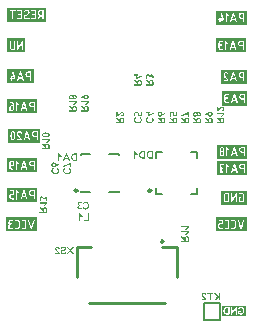
<source format=gbo>
G04*
G04 #@! TF.GenerationSoftware,Altium Limited,Altium Designer,19.1.9 (167)*
G04*
G04 Layer_Color=14277081*
%FSLAX24Y24*%
%MOIN*%
G70*
G01*
G75*
%ADD11C,0.0079*%
%ADD12C,0.0098*%
G36*
X1654Y9134D02*
X1054D01*
Y9605D01*
X1654D01*
Y9134D01*
D02*
G37*
G36*
X8996Y354D02*
X8218D01*
Y696D01*
X8996D01*
Y354D01*
D02*
G37*
G36*
X7619Y1128D02*
X7624Y1128D01*
X7630Y1127D01*
X7635Y1125D01*
X7639Y1123D01*
X7644Y1122D01*
X7648Y1119D01*
X7651Y1118D01*
X7655Y1116D01*
X7658Y1113D01*
X7660Y1112D01*
X7662Y1110D01*
X7664Y1109D01*
X7665Y1107D01*
X7666Y1107D01*
X7666Y1107D01*
X7670Y1102D01*
X7674Y1098D01*
X7677Y1094D01*
X7680Y1089D01*
X7682Y1084D01*
X7684Y1080D01*
X7685Y1076D01*
X7686Y1071D01*
X7687Y1067D01*
X7688Y1064D01*
X7689Y1061D01*
X7689Y1058D01*
Y1056D01*
X7689Y1054D01*
Y1053D01*
Y1053D01*
X7689Y1049D01*
X7689Y1046D01*
X7687Y1043D01*
X7686Y1041D01*
X7685Y1039D01*
X7683Y1038D01*
X7681Y1036D01*
X7679Y1035D01*
X7676Y1034D01*
X7672Y1033D01*
X7671D01*
X7670Y1033D01*
X7669D01*
X7666Y1033D01*
X7663Y1033D01*
X7660Y1035D01*
X7658Y1036D01*
X7656Y1037D01*
X7654Y1039D01*
X7653Y1041D01*
X7652Y1042D01*
X7650Y1046D01*
X7649Y1049D01*
X7649Y1050D01*
Y1052D01*
Y1052D01*
Y1052D01*
X7649Y1058D01*
X7648Y1063D01*
X7646Y1067D01*
X7644Y1071D01*
X7642Y1074D01*
X7640Y1076D01*
X7639Y1077D01*
X7639Y1078D01*
X7634Y1082D01*
X7630Y1084D01*
X7626Y1086D01*
X7622Y1087D01*
X7619Y1088D01*
X7616Y1088D01*
X7615Y1089D01*
X7613D01*
X7609Y1088D01*
X7607Y1088D01*
X7605Y1088D01*
X7604Y1087D01*
X7603Y1087D01*
X7602Y1086D01*
X7601D01*
X7597Y1085D01*
X7594Y1083D01*
X7590Y1081D01*
X7588Y1079D01*
X7585Y1076D01*
X7583Y1074D01*
X7582Y1071D01*
X7580Y1069D01*
X7579Y1067D01*
X7579Y1065D01*
X7578Y1063D01*
X7578Y1062D01*
Y1060D01*
X7577Y1059D01*
Y1059D01*
Y1058D01*
X7578Y1054D01*
X7579Y1049D01*
X7581Y1043D01*
X7583Y1037D01*
X7586Y1031D01*
X7590Y1025D01*
X7593Y1019D01*
X7597Y1014D01*
X7600Y1008D01*
X7604Y1003D01*
X7607Y999D01*
X7610Y994D01*
X7613Y991D01*
X7615Y989D01*
X7616Y987D01*
X7616Y987D01*
Y987D01*
X7630Y971D01*
X7643Y955D01*
X7649Y948D01*
X7655Y941D01*
X7661Y934D01*
X7666Y928D01*
X7671Y922D01*
X7675Y917D01*
X7679Y913D01*
X7682Y909D01*
X7685Y906D01*
X7687Y904D01*
X7688Y902D01*
X7689Y902D01*
X7691Y899D01*
X7692Y896D01*
X7693Y893D01*
X7694Y891D01*
X7695Y889D01*
X7695Y887D01*
Y886D01*
Y886D01*
X7695Y883D01*
X7694Y881D01*
X7693Y878D01*
X7692Y876D01*
X7690Y875D01*
X7688Y873D01*
X7684Y871D01*
X7680Y870D01*
X7677Y869D01*
X7675Y869D01*
X7553D01*
X7550Y869D01*
X7547Y870D01*
X7544Y871D01*
X7542Y872D01*
X7540Y874D01*
X7538Y875D01*
X7537Y877D01*
X7536Y879D01*
X7534Y883D01*
X7533Y886D01*
X7533Y887D01*
Y888D01*
Y889D01*
Y889D01*
X7533Y893D01*
X7534Y896D01*
X7535Y898D01*
X7536Y901D01*
X7538Y902D01*
X7539Y904D01*
X7541Y905D01*
X7543Y907D01*
X7547Y908D01*
X7550Y909D01*
X7551Y909D01*
X7631D01*
X7554Y1005D01*
X7551Y1009D01*
X7549Y1013D01*
X7546Y1017D01*
X7544Y1021D01*
X7543Y1025D01*
X7541Y1029D01*
X7539Y1036D01*
X7539Y1040D01*
X7538Y1042D01*
X7538Y1045D01*
X7538Y1048D01*
X7537Y1050D01*
Y1051D01*
Y1052D01*
Y1052D01*
X7538Y1056D01*
X7538Y1061D01*
X7539Y1069D01*
X7541Y1076D01*
X7542Y1079D01*
X7544Y1083D01*
X7545Y1085D01*
X7546Y1088D01*
X7547Y1090D01*
X7548Y1092D01*
X7549Y1093D01*
X7550Y1094D01*
X7550Y1095D01*
X7550Y1095D01*
X7553Y1099D01*
X7556Y1102D01*
X7562Y1108D01*
X7568Y1113D01*
X7574Y1117D01*
X7580Y1120D01*
X7582Y1122D01*
X7584Y1122D01*
X7586Y1123D01*
X7587Y1124D01*
X7588Y1124D01*
X7588D01*
X7592Y1125D01*
X7597Y1127D01*
X7601Y1127D01*
X7605Y1128D01*
X7609Y1128D01*
X7611Y1129D01*
X7613D01*
X7619Y1128D01*
D02*
G37*
G36*
X8132D02*
X8135Y1128D01*
X8137Y1127D01*
X8139Y1126D01*
X8141Y1125D01*
X8142Y1124D01*
X8143Y1124D01*
X8143Y1123D01*
X8145Y1121D01*
X8147Y1119D01*
X8148Y1116D01*
X8149Y1114D01*
X8149Y1112D01*
X8150Y1110D01*
Y1109D01*
Y1108D01*
Y886D01*
X8149Y883D01*
X8149Y880D01*
X8147Y877D01*
X8146Y875D01*
X8145Y873D01*
X8144Y872D01*
X8143Y871D01*
X8143Y871D01*
X8141Y869D01*
X8138Y868D01*
X8136Y867D01*
X8134Y867D01*
X8132Y866D01*
X8131Y866D01*
X8130D01*
X8127Y866D01*
X8124Y867D01*
X8122Y868D01*
X8120Y869D01*
X8118Y869D01*
X8117Y870D01*
X8117Y871D01*
X8116Y871D01*
X8114Y873D01*
X8112Y876D01*
X8111Y878D01*
X8110Y881D01*
X8110Y883D01*
X8109Y884D01*
Y886D01*
Y886D01*
Y1108D01*
X8110Y1112D01*
X8111Y1115D01*
X8112Y1117D01*
X8113Y1119D01*
X8114Y1121D01*
X8115Y1122D01*
X8116Y1123D01*
X8116Y1123D01*
X8118Y1125D01*
X8121Y1126D01*
X8123Y1127D01*
X8125Y1128D01*
X8127Y1128D01*
X8128Y1129D01*
X8130D01*
X8132Y1128D01*
D02*
G37*
G36*
X7981D02*
X7983Y1127D01*
X7986Y1127D01*
X7988Y1125D01*
X7990Y1124D01*
X7991Y1123D01*
X7992Y1122D01*
X7992Y1122D01*
X8096Y1015D01*
X8098Y1013D01*
X8100Y1010D01*
X8100Y1008D01*
X8101Y1006D01*
X8102Y1004D01*
X8102Y1002D01*
Y1001D01*
Y1001D01*
X8102Y998D01*
X8101Y996D01*
X8100Y993D01*
X8099Y991D01*
X8098Y990D01*
X8097Y989D01*
X8097Y988D01*
X8097Y988D01*
X7993Y873D01*
X7990Y871D01*
X7988Y869D01*
X7985Y868D01*
X7983Y867D01*
X7981Y866D01*
X7979Y866D01*
X7978D01*
X7975Y866D01*
X7972Y867D01*
X7970Y868D01*
X7968Y869D01*
X7966Y870D01*
X7965Y871D01*
X7964Y872D01*
X7964Y872D01*
X7962Y874D01*
X7960Y877D01*
X7959Y879D01*
X7959Y881D01*
X7958Y883D01*
X7958Y885D01*
Y886D01*
Y886D01*
X7958Y889D01*
X7959Y892D01*
X7959Y894D01*
X7960Y896D01*
X7961Y897D01*
X7962Y898D01*
X7963Y899D01*
X7963Y899D01*
X8055Y1000D01*
X7963Y1094D01*
X7962Y1097D01*
X7960Y1099D01*
X7959Y1101D01*
X7959Y1103D01*
X7958Y1105D01*
X7958Y1107D01*
Y1108D01*
Y1108D01*
X7958Y1111D01*
X7959Y1114D01*
X7960Y1116D01*
X7961Y1118D01*
X7962Y1120D01*
X7963Y1121D01*
X7963Y1122D01*
X7964Y1122D01*
X7966Y1124D01*
X7968Y1126D01*
X7971Y1127D01*
X7973Y1128D01*
X7975Y1128D01*
X7976Y1129D01*
X7978D01*
X7981Y1128D01*
D02*
G37*
G36*
X7910Y1125D02*
X7913Y1124D01*
X7916Y1123D01*
X7918Y1122D01*
X7920Y1121D01*
X7921Y1119D01*
X7923Y1117D01*
X7924Y1115D01*
X7925Y1112D01*
X7926Y1108D01*
Y1107D01*
X7926Y1106D01*
Y1106D01*
Y1105D01*
X7926Y1102D01*
X7925Y1099D01*
X7924Y1096D01*
X7923Y1094D01*
X7922Y1092D01*
X7920Y1090D01*
X7918Y1089D01*
X7916Y1088D01*
X7913Y1086D01*
X7909Y1086D01*
X7908D01*
X7907Y1085D01*
X7844D01*
Y886D01*
X7844Y883D01*
X7843Y880D01*
X7842Y877D01*
X7841Y875D01*
X7839Y873D01*
X7838Y871D01*
X7836Y870D01*
X7834Y869D01*
X7830Y867D01*
X7827Y866D01*
X7826D01*
X7825Y866D01*
X7824D01*
X7820Y866D01*
X7817Y867D01*
X7815Y868D01*
X7812Y869D01*
X7811Y871D01*
X7809Y872D01*
X7808Y874D01*
X7806Y876D01*
X7805Y880D01*
X7804Y883D01*
X7804Y884D01*
Y885D01*
Y886D01*
Y886D01*
Y1085D01*
X7741D01*
X7738Y1086D01*
X7735Y1086D01*
X7732Y1087D01*
X7729Y1088D01*
X7728Y1090D01*
X7726Y1092D01*
X7724Y1094D01*
X7723Y1095D01*
X7722Y1099D01*
X7721Y1102D01*
X7721Y1103D01*
Y1104D01*
Y1105D01*
Y1105D01*
X7721Y1109D01*
X7722Y1112D01*
X7723Y1115D01*
X7724Y1117D01*
X7726Y1119D01*
X7727Y1120D01*
X7729Y1122D01*
X7731Y1123D01*
X7735Y1124D01*
X7738Y1125D01*
X7740Y1125D01*
X7906D01*
X7910Y1125D01*
D02*
G37*
G36*
X2343Y10157D02*
X1059D01*
Y10629D01*
X2343D01*
Y10157D01*
D02*
G37*
G36*
X1929Y8110D02*
X1050D01*
Y8582D01*
X1929D01*
Y8110D01*
D02*
G37*
G36*
X2047Y7106D02*
X1043D01*
Y7578D01*
X2047D01*
Y7106D01*
D02*
G37*
G36*
X2146Y6594D02*
Y6122D01*
X1079D01*
Y6594D01*
X2146D01*
D02*
G37*
G36*
X2047Y5138D02*
X1043D01*
Y5609D01*
X2047D01*
Y5138D01*
D02*
G37*
G36*
Y4154D02*
X1043D01*
Y4625D01*
X2047D01*
Y4154D01*
D02*
G37*
G36*
Y3169D02*
X1011D01*
Y3641D01*
X2047D01*
Y3169D01*
D02*
G37*
G36*
X9035D02*
X7999D01*
Y3641D01*
X9035D01*
Y3169D01*
D02*
G37*
G36*
Y4055D02*
X8187D01*
Y4527D01*
X9035D01*
Y4055D01*
D02*
G37*
G36*
X9055Y5511D02*
Y5039D01*
X8051D01*
Y5511D01*
X9055D01*
D02*
G37*
G36*
Y6062D02*
Y5591D01*
X8051D01*
Y6062D01*
X9055D01*
D02*
G37*
G36*
Y7362D02*
X8206D01*
Y7834D01*
X9055D01*
Y7362D01*
D02*
G37*
G36*
X9035Y8091D02*
X8187D01*
Y8562D01*
X9035D01*
Y8091D01*
D02*
G37*
G36*
X9016Y9134D02*
X8011D01*
Y9605D01*
X9016D01*
Y9134D01*
D02*
G37*
G36*
X9035Y10059D02*
X8001D01*
Y10531D01*
X9035D01*
Y10059D01*
D02*
G37*
G36*
X3693Y7726D02*
X3699Y7726D01*
X3705Y7724D01*
X3710Y7723D01*
X3715Y7721D01*
X3720Y7719D01*
X3724Y7717D01*
X3728Y7715D01*
X3732Y7713D01*
X3735Y7711D01*
X3737Y7709D01*
X3740Y7708D01*
X3741Y7706D01*
X3743Y7705D01*
X3743Y7704D01*
X3744Y7704D01*
X3748Y7700D01*
X3751Y7695D01*
X3754Y7691D01*
X3757Y7686D01*
X3759Y7681D01*
X3761Y7676D01*
X3762Y7672D01*
X3764Y7667D01*
X3764Y7663D01*
X3765Y7659D01*
X3765Y7656D01*
X3766Y7653D01*
Y7650D01*
X3766Y7649D01*
Y7647D01*
X3766Y7641D01*
X3765Y7635D01*
X3764Y7629D01*
X3763Y7623D01*
X3761Y7619D01*
X3759Y7614D01*
X3757Y7609D01*
X3755Y7605D01*
X3753Y7602D01*
X3751Y7599D01*
X3749Y7596D01*
X3747Y7593D01*
X3746Y7592D01*
X3745Y7590D01*
X3744Y7590D01*
X3744Y7589D01*
X3739Y7585D01*
X3735Y7582D01*
X3730Y7579D01*
X3725Y7576D01*
X3720Y7574D01*
X3716Y7572D01*
X3711Y7570D01*
X3706Y7569D01*
X3702Y7568D01*
X3699Y7567D01*
X3695Y7567D01*
X3692Y7567D01*
X3690D01*
X3688Y7566D01*
X3687D01*
X3686D01*
X3680Y7567D01*
X3674Y7567D01*
X3668Y7569D01*
X3663Y7570D01*
X3658Y7572D01*
X3653Y7574D01*
X3649Y7576D01*
X3645Y7578D01*
X3641Y7580D01*
X3638Y7582D01*
X3636Y7584D01*
X3633Y7586D01*
X3631Y7587D01*
X3630Y7588D01*
X3629Y7589D01*
X3629Y7590D01*
X3625Y7594D01*
X3621Y7599D01*
X3618Y7604D01*
X3616Y7608D01*
X3613Y7613D01*
X3612Y7618D01*
X3610Y7623D01*
X3609Y7627D01*
X3608Y7631D01*
X3607Y7635D01*
X3607Y7638D01*
X3606Y7641D01*
Y7644D01*
X3606Y7646D01*
Y7649D01*
X3606Y7650D01*
Y7652D01*
X3599Y7649D01*
X3593Y7646D01*
X3587Y7643D01*
X3581Y7640D01*
X3577Y7638D01*
X3574Y7637D01*
X3573Y7636D01*
X3572Y7635D01*
X3571Y7635D01*
X3570Y7635D01*
X3570D01*
X3565Y7632D01*
X3561Y7631D01*
X3557Y7629D01*
X3554Y7627D01*
X3550Y7625D01*
X3547Y7624D01*
X3545Y7622D01*
X3542Y7621D01*
X3540Y7620D01*
X3538Y7619D01*
X3536Y7618D01*
X3535Y7617D01*
X3534Y7617D01*
X3533Y7616D01*
X3533Y7616D01*
X3533D01*
X3529Y7614D01*
X3526Y7614D01*
X3525Y7614D01*
X3524D01*
X3524D01*
X3524D01*
X3521Y7614D01*
X3518Y7615D01*
X3515Y7616D01*
X3513Y7617D01*
X3511Y7618D01*
X3510Y7619D01*
X3509Y7620D01*
X3509Y7620D01*
X3507Y7622D01*
X3506Y7625D01*
X3505Y7627D01*
X3504Y7629D01*
X3504Y7631D01*
X3504Y7632D01*
Y7634D01*
X3504Y7638D01*
X3506Y7642D01*
X3507Y7645D01*
X3510Y7647D01*
X3512Y7649D01*
X3513Y7650D01*
X3515Y7651D01*
X3515Y7652D01*
X3651Y7718D01*
X3657Y7721D01*
X3663Y7723D01*
X3669Y7724D01*
X3675Y7725D01*
X3679Y7726D01*
X3681Y7726D01*
X3683Y7726D01*
X3684D01*
X3685D01*
X3686D01*
X3686D01*
X3693Y7726D01*
D02*
G37*
G36*
X3750Y7523D02*
X3753Y7523D01*
X3756Y7522D01*
X3759Y7521D01*
X3761Y7520D01*
X3763Y7518D01*
X3764Y7517D01*
X3766Y7515D01*
X3767Y7512D01*
X3768Y7509D01*
Y7508D01*
X3768Y7507D01*
Y7507D01*
X3768Y7504D01*
X3767Y7501D01*
X3766Y7498D01*
X3765Y7495D01*
X3763Y7493D01*
X3762Y7491D01*
X3761Y7490D01*
X3761Y7490D01*
X3668Y7391D01*
X3666Y7388D01*
X3663Y7387D01*
X3661Y7386D01*
X3658Y7385D01*
X3657Y7384D01*
X3655Y7384D01*
X3654D01*
X3654D01*
X3651Y7384D01*
X3648Y7385D01*
X3645Y7386D01*
X3643Y7387D01*
X3642Y7388D01*
X3640Y7389D01*
X3639Y7390D01*
X3639Y7390D01*
X3637Y7392D01*
X3636Y7395D01*
X3634Y7397D01*
X3634Y7399D01*
X3633Y7401D01*
X3633Y7403D01*
Y7404D01*
X3633Y7407D01*
X3634Y7410D01*
X3635Y7412D01*
X3636Y7414D01*
X3637Y7416D01*
X3638Y7417D01*
X3638Y7418D01*
X3639Y7418D01*
X3700Y7483D01*
X3524D01*
X3520Y7484D01*
X3517Y7484D01*
X3515Y7485D01*
X3512Y7486D01*
X3510Y7488D01*
X3509Y7490D01*
X3507Y7492D01*
X3506Y7494D01*
X3505Y7497D01*
X3504Y7500D01*
Y7501D01*
X3504Y7503D01*
Y7503D01*
X3504Y7507D01*
X3505Y7510D01*
X3506Y7513D01*
X3507Y7515D01*
X3509Y7517D01*
X3510Y7519D01*
X3512Y7520D01*
X3514Y7521D01*
X3518Y7522D01*
X3521Y7523D01*
X3522Y7524D01*
X3523D01*
X3524D01*
X3524D01*
X3746D01*
X3750Y7523D01*
D02*
G37*
G36*
X3525Y7359D02*
X3528Y7358D01*
X3531Y7356D01*
X3534Y7355D01*
X3538Y7353D01*
X3542Y7350D01*
X3549Y7346D01*
X3553Y7343D01*
X3556Y7341D01*
X3559Y7339D01*
X3562Y7337D01*
X3565Y7335D01*
X3566Y7334D01*
X3568Y7333D01*
X3568Y7332D01*
X3576Y7326D01*
X3584Y7320D01*
X3592Y7314D01*
X3599Y7308D01*
X3602Y7306D01*
X3604Y7304D01*
X3607Y7302D01*
X3609Y7300D01*
X3610Y7299D01*
X3611Y7298D01*
X3612Y7298D01*
X3613Y7297D01*
X3614Y7302D01*
X3615Y7307D01*
X3619Y7315D01*
X3621Y7319D01*
X3623Y7323D01*
X3625Y7326D01*
X3628Y7329D01*
X3630Y7332D01*
X3632Y7334D01*
X3634Y7336D01*
X3636Y7338D01*
X3637Y7340D01*
X3638Y7340D01*
X3639Y7341D01*
X3639Y7341D01*
X3643Y7344D01*
X3647Y7347D01*
X3651Y7349D01*
X3655Y7351D01*
X3660Y7353D01*
X3664Y7354D01*
X3671Y7356D01*
X3675Y7357D01*
X3678Y7358D01*
X3680Y7358D01*
X3683Y7358D01*
X3684Y7359D01*
X3686D01*
X3687D01*
X3687D01*
X3693Y7358D01*
X3698Y7358D01*
X3704Y7356D01*
X3709Y7355D01*
X3713Y7353D01*
X3718Y7352D01*
X3722Y7350D01*
X3726Y7347D01*
X3729Y7345D01*
X3732Y7343D01*
X3735Y7341D01*
X3737Y7340D01*
X3738Y7338D01*
X3740Y7337D01*
X3740Y7337D01*
X3741Y7336D01*
X3744Y7332D01*
X3748Y7328D01*
X3751Y7323D01*
X3753Y7319D01*
X3756Y7314D01*
X3758Y7309D01*
X3759Y7305D01*
X3760Y7301D01*
X3761Y7297D01*
X3762Y7294D01*
X3762Y7291D01*
X3763Y7288D01*
Y7286D01*
X3763Y7284D01*
Y7185D01*
X3763Y7182D01*
X3762Y7180D01*
X3761Y7177D01*
X3760Y7175D01*
X3759Y7174D01*
X3758Y7172D01*
X3757Y7171D01*
X3757Y7171D01*
X3755Y7169D01*
X3752Y7168D01*
X3750Y7166D01*
X3748Y7166D01*
X3746Y7165D01*
X3744Y7165D01*
X3743D01*
X3743D01*
X3524D01*
X3521Y7165D01*
X3518Y7166D01*
X3515Y7167D01*
X3513Y7168D01*
X3512Y7169D01*
X3510Y7170D01*
X3510Y7171D01*
X3509Y7171D01*
X3507Y7173D01*
X3506Y7176D01*
X3505Y7178D01*
X3505Y7180D01*
X3504Y7182D01*
X3504Y7184D01*
Y7185D01*
X3504Y7188D01*
X3505Y7191D01*
X3506Y7193D01*
X3507Y7196D01*
X3508Y7197D01*
X3509Y7198D01*
X3509Y7199D01*
X3509Y7199D01*
X3512Y7201D01*
X3514Y7203D01*
X3516Y7204D01*
X3519Y7204D01*
X3521Y7205D01*
X3523Y7205D01*
X3524D01*
X3524D01*
X3611D01*
Y7248D01*
X3512Y7323D01*
X3509Y7325D01*
X3507Y7328D01*
X3506Y7331D01*
X3505Y7333D01*
X3504Y7335D01*
X3504Y7337D01*
X3504Y7338D01*
Y7338D01*
X3504Y7341D01*
X3504Y7344D01*
X3506Y7346D01*
X3507Y7349D01*
X3507Y7350D01*
X3509Y7352D01*
X3509Y7352D01*
X3509Y7353D01*
X3512Y7355D01*
X3514Y7356D01*
X3516Y7357D01*
X3519Y7358D01*
X3521Y7359D01*
X3522Y7359D01*
X3523D01*
X3524D01*
X3525Y7359D01*
D02*
G37*
G36*
X3197Y7726D02*
X3203Y7725D01*
X3210Y7724D01*
X3216Y7722D01*
X3221Y7720D01*
X3226Y7717D01*
X3231Y7715D01*
X3235Y7712D01*
X3239Y7709D01*
X3242Y7707D01*
X3245Y7704D01*
X3247Y7702D01*
X3249Y7700D01*
X3251Y7699D01*
X3251Y7698D01*
X3252Y7697D01*
X3256Y7701D01*
X3260Y7704D01*
X3264Y7707D01*
X3268Y7709D01*
X3272Y7711D01*
X3276Y7712D01*
X3281Y7714D01*
X3284Y7715D01*
X3288Y7716D01*
X3291Y7716D01*
X3294Y7717D01*
X3296Y7717D01*
X3299Y7717D01*
X3300D01*
X3301D01*
X3301D01*
X3307Y7717D01*
X3312Y7717D01*
X3317Y7715D01*
X3322Y7714D01*
X3326Y7712D01*
X3330Y7711D01*
X3334Y7709D01*
X3338Y7707D01*
X3341Y7705D01*
X3343Y7703D01*
X3346Y7701D01*
X3348Y7700D01*
X3349Y7698D01*
X3351Y7697D01*
X3351Y7697D01*
X3352Y7696D01*
X3355Y7692D01*
X3358Y7688D01*
X3361Y7684D01*
X3364Y7680D01*
X3366Y7676D01*
X3367Y7671D01*
X3369Y7667D01*
X3370Y7664D01*
X3371Y7660D01*
X3372Y7657D01*
X3372Y7654D01*
X3372Y7651D01*
X3373Y7649D01*
Y7646D01*
X3372Y7641D01*
X3372Y7636D01*
X3371Y7631D01*
X3369Y7626D01*
X3368Y7622D01*
X3366Y7617D01*
X3364Y7614D01*
X3362Y7610D01*
X3360Y7607D01*
X3358Y7604D01*
X3356Y7602D01*
X3355Y7600D01*
X3353Y7598D01*
X3352Y7597D01*
X3352Y7596D01*
X3352Y7596D01*
X3347Y7592D01*
X3343Y7589D01*
X3339Y7586D01*
X3335Y7584D01*
X3331Y7582D01*
X3326Y7580D01*
X3323Y7579D01*
X3319Y7578D01*
X3315Y7577D01*
X3312Y7576D01*
X3309Y7576D01*
X3306Y7575D01*
X3304D01*
X3303Y7575D01*
X3302D01*
X3301D01*
X3296Y7575D01*
X3291Y7576D01*
X3286Y7577D01*
X3281Y7578D01*
X3277Y7580D01*
X3273Y7581D01*
X3269Y7583D01*
X3266Y7585D01*
X3262Y7587D01*
X3260Y7589D01*
X3257Y7590D01*
X3255Y7592D01*
X3254Y7593D01*
X3252Y7594D01*
X3252Y7595D01*
X3252Y7595D01*
X3247Y7590D01*
X3242Y7585D01*
X3237Y7582D01*
X3232Y7578D01*
X3227Y7576D01*
X3222Y7573D01*
X3217Y7572D01*
X3212Y7570D01*
X3207Y7569D01*
X3203Y7568D01*
X3200Y7567D01*
X3196Y7567D01*
X3194Y7567D01*
X3192Y7566D01*
X3191D01*
X3190D01*
X3184Y7567D01*
X3178Y7567D01*
X3172Y7569D01*
X3167Y7570D01*
X3162Y7572D01*
X3157Y7574D01*
X3153Y7576D01*
X3149Y7578D01*
X3146Y7580D01*
X3143Y7582D01*
X3140Y7584D01*
X3138Y7586D01*
X3136Y7588D01*
X3135Y7589D01*
X3134Y7590D01*
X3133Y7590D01*
X3129Y7595D01*
X3126Y7599D01*
X3123Y7604D01*
X3120Y7609D01*
X3118Y7614D01*
X3116Y7618D01*
X3114Y7623D01*
X3113Y7627D01*
X3112Y7631D01*
X3112Y7635D01*
X3111Y7638D01*
X3111Y7641D01*
Y7643D01*
X3110Y7645D01*
Y7647D01*
X3111Y7653D01*
X3111Y7659D01*
X3112Y7664D01*
X3114Y7669D01*
X3116Y7674D01*
X3118Y7679D01*
X3120Y7683D01*
X3122Y7687D01*
X3124Y7691D01*
X3126Y7694D01*
X3128Y7697D01*
X3130Y7699D01*
X3131Y7700D01*
X3132Y7702D01*
X3133Y7703D01*
X3133Y7703D01*
X3138Y7707D01*
X3143Y7711D01*
X3147Y7714D01*
X3152Y7717D01*
X3157Y7719D01*
X3162Y7721D01*
X3166Y7722D01*
X3171Y7723D01*
X3175Y7724D01*
X3178Y7725D01*
X3181Y7726D01*
X3184Y7726D01*
X3187D01*
X3189Y7726D01*
X3190D01*
X3190D01*
X3197Y7726D01*
D02*
G37*
G36*
X3356Y7523D02*
X3360Y7523D01*
X3363Y7522D01*
X3365Y7521D01*
X3367Y7520D01*
X3369Y7518D01*
X3371Y7517D01*
X3372Y7515D01*
X3374Y7512D01*
X3374Y7509D01*
Y7508D01*
X3375Y7507D01*
Y7507D01*
X3374Y7504D01*
X3374Y7501D01*
X3372Y7498D01*
X3371Y7495D01*
X3369Y7493D01*
X3368Y7491D01*
X3367Y7490D01*
X3367Y7490D01*
X3274Y7391D01*
X3272Y7388D01*
X3269Y7387D01*
X3267Y7386D01*
X3265Y7385D01*
X3263Y7384D01*
X3261Y7384D01*
X3260D01*
X3260D01*
X3257Y7384D01*
X3254Y7385D01*
X3252Y7386D01*
X3249Y7387D01*
X3248Y7388D01*
X3246Y7389D01*
X3246Y7390D01*
X3245Y7390D01*
X3243Y7392D01*
X3242Y7395D01*
X3241Y7397D01*
X3240Y7399D01*
X3239Y7401D01*
X3239Y7403D01*
Y7404D01*
X3239Y7407D01*
X3240Y7410D01*
X3241Y7412D01*
X3242Y7414D01*
X3243Y7416D01*
X3244Y7417D01*
X3245Y7418D01*
X3245Y7418D01*
X3307Y7483D01*
X3130D01*
X3127Y7484D01*
X3124Y7484D01*
X3121Y7485D01*
X3119Y7486D01*
X3117Y7488D01*
X3115Y7490D01*
X3114Y7492D01*
X3113Y7494D01*
X3111Y7497D01*
X3111Y7500D01*
Y7501D01*
X3110Y7503D01*
Y7503D01*
X3111Y7507D01*
X3111Y7510D01*
X3112Y7513D01*
X3113Y7515D01*
X3115Y7517D01*
X3117Y7519D01*
X3118Y7520D01*
X3120Y7521D01*
X3124Y7522D01*
X3127Y7523D01*
X3128Y7524D01*
X3129D01*
X3130D01*
X3130D01*
X3352D01*
X3356Y7523D01*
D02*
G37*
G36*
X3132Y7359D02*
X3134Y7358D01*
X3137Y7356D01*
X3141Y7355D01*
X3144Y7353D01*
X3148Y7350D01*
X3155Y7346D01*
X3159Y7343D01*
X3162Y7341D01*
X3166Y7339D01*
X3168Y7337D01*
X3171Y7335D01*
X3172Y7334D01*
X3174Y7333D01*
X3174Y7332D01*
X3183Y7326D01*
X3191Y7320D01*
X3198Y7314D01*
X3205Y7308D01*
X3208Y7306D01*
X3211Y7304D01*
X3213Y7302D01*
X3215Y7300D01*
X3217Y7299D01*
X3218Y7298D01*
X3219Y7298D01*
X3219Y7297D01*
X3220Y7302D01*
X3222Y7307D01*
X3225Y7315D01*
X3227Y7319D01*
X3230Y7323D01*
X3232Y7326D01*
X3234Y7329D01*
X3236Y7332D01*
X3238Y7334D01*
X3240Y7336D01*
X3242Y7338D01*
X3243Y7340D01*
X3245Y7340D01*
X3245Y7341D01*
X3245Y7341D01*
X3249Y7344D01*
X3254Y7347D01*
X3258Y7349D01*
X3262Y7351D01*
X3266Y7353D01*
X3270Y7354D01*
X3277Y7356D01*
X3281Y7357D01*
X3284Y7358D01*
X3287Y7358D01*
X3289Y7358D01*
X3291Y7359D01*
X3292D01*
X3293D01*
X3293D01*
X3299Y7358D01*
X3305Y7358D01*
X3310Y7356D01*
X3315Y7355D01*
X3320Y7353D01*
X3324Y7352D01*
X3328Y7350D01*
X3332Y7347D01*
X3335Y7345D01*
X3338Y7343D01*
X3341Y7341D01*
X3343Y7340D01*
X3345Y7338D01*
X3346Y7337D01*
X3347Y7337D01*
X3347Y7336D01*
X3351Y7332D01*
X3354Y7328D01*
X3357Y7323D01*
X3360Y7319D01*
X3362Y7314D01*
X3364Y7309D01*
X3365Y7305D01*
X3367Y7301D01*
X3367Y7297D01*
X3368Y7294D01*
X3369Y7291D01*
X3369Y7288D01*
Y7286D01*
X3369Y7284D01*
Y7185D01*
X3369Y7182D01*
X3368Y7180D01*
X3367Y7177D01*
X3366Y7175D01*
X3365Y7174D01*
X3364Y7172D01*
X3364Y7171D01*
X3363Y7171D01*
X3361Y7169D01*
X3359Y7168D01*
X3356Y7166D01*
X3354Y7166D01*
X3352Y7165D01*
X3351Y7165D01*
X3350D01*
X3349D01*
X3130D01*
X3127Y7165D01*
X3124Y7166D01*
X3122Y7167D01*
X3120Y7168D01*
X3118Y7169D01*
X3117Y7170D01*
X3116Y7171D01*
X3116Y7171D01*
X3114Y7173D01*
X3112Y7176D01*
X3112Y7178D01*
X3111Y7180D01*
X3111Y7182D01*
X3110Y7184D01*
Y7185D01*
X3111Y7188D01*
X3111Y7191D01*
X3112Y7193D01*
X3113Y7196D01*
X3114Y7197D01*
X3115Y7198D01*
X3115Y7199D01*
X3116Y7199D01*
X3118Y7201D01*
X3120Y7203D01*
X3123Y7204D01*
X3125Y7204D01*
X3127Y7205D01*
X3129Y7205D01*
X3130D01*
X3130D01*
X3217D01*
Y7248D01*
X3118Y7323D01*
X3115Y7325D01*
X3114Y7328D01*
X3112Y7331D01*
X3111Y7333D01*
X3111Y7335D01*
X3110Y7337D01*
X3110Y7338D01*
Y7338D01*
X3110Y7341D01*
X3111Y7344D01*
X3112Y7346D01*
X3113Y7349D01*
X3114Y7350D01*
X3115Y7352D01*
X3115Y7352D01*
X3116Y7353D01*
X3118Y7355D01*
X3120Y7356D01*
X3123Y7357D01*
X3125Y7358D01*
X3127Y7359D01*
X3129Y7359D01*
X3130D01*
X3130D01*
X3132Y7359D01*
D02*
G37*
G36*
X5414Y8405D02*
X5417Y8404D01*
X5420Y8404D01*
X5422Y8403D01*
X5424Y8401D01*
X5425Y8400D01*
X5426Y8400D01*
X5426Y8399D01*
X5428Y8397D01*
X5429Y8395D01*
X5430Y8392D01*
X5431Y8390D01*
X5431Y8388D01*
X5431Y8387D01*
Y8386D01*
X5431Y8383D01*
X5431Y8380D01*
X5430Y8378D01*
X5429Y8375D01*
X5428Y8374D01*
X5427Y8373D01*
X5427Y8372D01*
X5426Y8372D01*
X5424Y8369D01*
X5421Y8368D01*
X5419Y8367D01*
X5416Y8366D01*
X5414Y8366D01*
X5412Y8365D01*
X5411D01*
X5410D01*
X5379D01*
Y8302D01*
X5509Y8364D01*
X5513Y8365D01*
X5516Y8366D01*
X5517Y8366D01*
X5517D01*
X5518D01*
X5518D01*
X5521Y8366D01*
X5524Y8365D01*
X5526Y8364D01*
X5528Y8363D01*
X5530Y8362D01*
X5531Y8360D01*
X5532Y8360D01*
X5532Y8359D01*
X5534Y8357D01*
X5535Y8354D01*
X5537Y8352D01*
X5537Y8350D01*
X5538Y8348D01*
X5538Y8346D01*
Y8345D01*
X5537Y8341D01*
X5536Y8337D01*
X5534Y8334D01*
X5532Y8332D01*
X5530Y8330D01*
X5528Y8329D01*
X5527Y8328D01*
X5526Y8328D01*
X5368Y8252D01*
X5364Y8251D01*
X5360Y8250D01*
X5359D01*
X5357Y8250D01*
X5357D01*
X5357D01*
X5354Y8250D01*
X5351Y8250D01*
X5348Y8252D01*
X5347Y8253D01*
X5345Y8255D01*
X5344Y8256D01*
X5341Y8260D01*
X5340Y8264D01*
X5339Y8267D01*
X5339Y8268D01*
Y8365D01*
X5296D01*
X5292Y8366D01*
X5289Y8366D01*
X5286Y8367D01*
X5284Y8369D01*
X5282Y8370D01*
X5281Y8372D01*
X5279Y8374D01*
X5278Y8375D01*
X5277Y8379D01*
X5276Y8382D01*
Y8384D01*
X5276Y8385D01*
Y8386D01*
X5276Y8389D01*
X5276Y8392D01*
X5278Y8395D01*
X5279Y8397D01*
X5280Y8399D01*
X5282Y8401D01*
X5284Y8402D01*
X5286Y8403D01*
X5289Y8404D01*
X5293Y8405D01*
X5294Y8406D01*
X5295D01*
X5295D01*
X5296D01*
X5410D01*
X5414Y8405D01*
D02*
G37*
G36*
X5297Y8225D02*
X5300Y8224D01*
X5303Y8223D01*
X5306Y8221D01*
X5309Y8219D01*
X5313Y8217D01*
X5321Y8212D01*
X5324Y8209D01*
X5328Y8207D01*
X5331Y8205D01*
X5334Y8203D01*
X5336Y8201D01*
X5338Y8200D01*
X5339Y8199D01*
X5339Y8199D01*
X5348Y8192D01*
X5356Y8186D01*
X5364Y8180D01*
X5370Y8175D01*
X5373Y8172D01*
X5376Y8170D01*
X5379Y8168D01*
X5380Y8167D01*
X5382Y8165D01*
X5383Y8164D01*
X5384Y8164D01*
X5384Y8164D01*
X5385Y8169D01*
X5387Y8173D01*
X5391Y8182D01*
X5393Y8185D01*
X5395Y8189D01*
X5397Y8192D01*
X5400Y8195D01*
X5402Y8198D01*
X5404Y8200D01*
X5406Y8202D01*
X5407Y8204D01*
X5409Y8206D01*
X5410Y8206D01*
X5410Y8207D01*
X5411Y8207D01*
X5415Y8210D01*
X5419Y8213D01*
X5423Y8216D01*
X5427Y8217D01*
X5431Y8219D01*
X5435Y8220D01*
X5443Y8223D01*
X5446Y8223D01*
X5449Y8224D01*
X5452Y8224D01*
X5454Y8225D01*
X5456Y8225D01*
X5458D01*
X5458D01*
X5459D01*
X5465Y8225D01*
X5470Y8224D01*
X5475Y8223D01*
X5480Y8221D01*
X5485Y8220D01*
X5489Y8218D01*
X5493Y8216D01*
X5497Y8214D01*
X5501Y8211D01*
X5504Y8209D01*
X5506Y8208D01*
X5508Y8206D01*
X5510Y8205D01*
X5511Y8203D01*
X5512Y8203D01*
X5512Y8202D01*
X5516Y8198D01*
X5520Y8194D01*
X5523Y8189D01*
X5525Y8185D01*
X5527Y8180D01*
X5529Y8176D01*
X5531Y8171D01*
X5532Y8167D01*
X5533Y8163D01*
X5534Y8160D01*
X5534Y8157D01*
X5534Y8154D01*
Y8152D01*
X5535Y8150D01*
Y8051D01*
X5534Y8048D01*
X5534Y8046D01*
X5533Y8044D01*
X5532Y8041D01*
X5531Y8040D01*
X5529Y8038D01*
X5529Y8037D01*
X5529Y8037D01*
X5526Y8035D01*
X5524Y8034D01*
X5522Y8033D01*
X5519Y8032D01*
X5517Y8031D01*
X5516Y8031D01*
X5515D01*
X5515D01*
X5296D01*
X5293Y8031D01*
X5290Y8032D01*
X5287Y8033D01*
X5285Y8034D01*
X5283Y8035D01*
X5282Y8036D01*
X5281Y8037D01*
X5281Y8037D01*
X5279Y8039D01*
X5278Y8042D01*
X5277Y8044D01*
X5276Y8047D01*
X5276Y8048D01*
X5276Y8050D01*
Y8051D01*
X5276Y8054D01*
X5276Y8057D01*
X5277Y8060D01*
X5278Y8062D01*
X5279Y8063D01*
X5280Y8065D01*
X5281Y8065D01*
X5281Y8066D01*
X5283Y8068D01*
X5286Y8069D01*
X5288Y8070D01*
X5290Y8071D01*
X5293Y8071D01*
X5294Y8071D01*
X5295D01*
X5296D01*
X5383D01*
Y8114D01*
X5284Y8189D01*
X5281Y8191D01*
X5279Y8194D01*
X5277Y8197D01*
X5276Y8199D01*
X5276Y8201D01*
X5276Y8203D01*
X5275Y8204D01*
Y8204D01*
X5276Y8207D01*
X5276Y8210D01*
X5277Y8213D01*
X5278Y8215D01*
X5279Y8216D01*
X5280Y8218D01*
X5281Y8219D01*
X5281Y8219D01*
X5284Y8221D01*
X5286Y8222D01*
X5288Y8223D01*
X5290Y8224D01*
X5292Y8225D01*
X5294Y8225D01*
X5295D01*
X5295D01*
X5297Y8225D01*
D02*
G37*
G36*
X5743Y8413D02*
X5748Y8413D01*
X5753Y8412D01*
X5757Y8410D01*
X5762Y8408D01*
X5765Y8407D01*
X5769Y8404D01*
X5772Y8403D01*
X5775Y8401D01*
X5778Y8398D01*
X5780Y8397D01*
X5782Y8395D01*
X5784Y8393D01*
X5785Y8392D01*
X5785Y8392D01*
X5786Y8392D01*
X5807Y8368D01*
X5836Y8391D01*
X5839Y8393D01*
X5842Y8395D01*
X5849Y8399D01*
X5854Y8401D01*
X5860Y8402D01*
X5864Y8403D01*
X5866Y8404D01*
X5868D01*
X5869Y8404D01*
X5870D01*
X5871D01*
X5871D01*
X5876Y8404D01*
X5879Y8403D01*
X5884Y8403D01*
X5887Y8401D01*
X5894Y8399D01*
X5900Y8396D01*
X5902Y8395D01*
X5904Y8393D01*
X5906Y8392D01*
X5908Y8390D01*
X5909Y8389D01*
X5910Y8389D01*
X5911Y8388D01*
X5911Y8388D01*
X5914Y8385D01*
X5917Y8381D01*
X5919Y8378D01*
X5921Y8375D01*
X5923Y8371D01*
X5924Y8368D01*
X5926Y8361D01*
X5927Y8358D01*
X5928Y8355D01*
X5928Y8353D01*
X5928Y8351D01*
X5928Y8349D01*
Y8289D01*
X5928Y8286D01*
X5928Y8283D01*
X5926Y8280D01*
X5925Y8278D01*
X5924Y8276D01*
X5922Y8274D01*
X5920Y8273D01*
X5919Y8272D01*
X5915Y8270D01*
X5911Y8270D01*
X5910D01*
X5909Y8269D01*
X5909D01*
X5908D01*
X5905Y8270D01*
X5902Y8270D01*
X5899Y8271D01*
X5897Y8272D01*
X5895Y8274D01*
X5893Y8276D01*
X5892Y8277D01*
X5891Y8279D01*
X5890Y8283D01*
X5889Y8286D01*
Y8287D01*
X5889Y8288D01*
Y8347D01*
X5888Y8349D01*
X5888Y8351D01*
X5887Y8354D01*
X5886Y8356D01*
X5885Y8357D01*
X5884Y8358D01*
X5884Y8359D01*
X5883Y8359D01*
X5881Y8360D01*
X5879Y8362D01*
X5878Y8363D01*
X5876Y8363D01*
X5874Y8363D01*
X5873Y8364D01*
X5872D01*
X5872D01*
X5869Y8363D01*
X5867Y8363D01*
X5864Y8362D01*
X5863Y8361D01*
X5862Y8360D01*
X5861Y8360D01*
X5861Y8360D01*
X5854Y8354D01*
X5848Y8349D01*
X5842Y8344D01*
X5836Y8340D01*
X5831Y8336D01*
X5830Y8335D01*
X5828Y8333D01*
X5827Y8332D01*
X5826Y8331D01*
X5825Y8331D01*
X5825Y8331D01*
X5820Y8327D01*
X5816Y8325D01*
X5813Y8323D01*
X5810Y8322D01*
X5807Y8321D01*
X5806Y8321D01*
X5805Y8321D01*
X5804D01*
X5801Y8321D01*
X5798Y8322D01*
X5795Y8324D01*
X5792Y8326D01*
X5790Y8328D01*
X5788Y8330D01*
X5786Y8331D01*
X5786Y8332D01*
X5785Y8332D01*
X5784Y8333D01*
X5782Y8335D01*
X5780Y8338D01*
X5778Y8340D01*
X5775Y8343D01*
X5770Y8349D01*
X5765Y8355D01*
X5762Y8358D01*
X5760Y8360D01*
X5758Y8362D01*
X5757Y8364D01*
X5756Y8365D01*
X5756Y8365D01*
X5753Y8368D01*
X5750Y8370D01*
X5747Y8371D01*
X5744Y8372D01*
X5741Y8373D01*
X5739Y8374D01*
X5738D01*
X5738D01*
X5734Y8373D01*
X5730Y8372D01*
X5727Y8371D01*
X5725Y8370D01*
X5723Y8369D01*
X5721Y8368D01*
X5720Y8367D01*
X5720Y8366D01*
X5717Y8364D01*
X5715Y8361D01*
X5714Y8358D01*
X5713Y8355D01*
X5713Y8353D01*
X5712Y8351D01*
Y8273D01*
X5712Y8270D01*
X5711Y8267D01*
X5710Y8264D01*
X5709Y8262D01*
X5708Y8260D01*
X5706Y8258D01*
X5704Y8257D01*
X5702Y8256D01*
X5699Y8254D01*
X5695Y8253D01*
X5694D01*
X5693Y8253D01*
X5692D01*
X5692D01*
X5689Y8253D01*
X5686Y8254D01*
X5683Y8255D01*
X5681Y8256D01*
X5679Y8258D01*
X5677Y8259D01*
X5676Y8261D01*
X5675Y8263D01*
X5673Y8267D01*
X5673Y8270D01*
Y8271D01*
X5672Y8273D01*
Y8349D01*
X5673Y8354D01*
X5673Y8359D01*
X5674Y8364D01*
X5676Y8368D01*
X5677Y8372D01*
X5679Y8376D01*
X5680Y8380D01*
X5682Y8383D01*
X5684Y8386D01*
X5686Y8389D01*
X5688Y8391D01*
X5689Y8393D01*
X5691Y8394D01*
X5692Y8395D01*
X5692Y8396D01*
X5692Y8396D01*
X5696Y8399D01*
X5700Y8402D01*
X5704Y8404D01*
X5708Y8406D01*
X5712Y8408D01*
X5715Y8409D01*
X5722Y8411D01*
X5726Y8412D01*
X5729Y8413D01*
X5731Y8413D01*
X5733Y8413D01*
X5735Y8413D01*
X5737D01*
X5738D01*
X5738D01*
X5743Y8413D01*
D02*
G37*
G36*
X5691Y8225D02*
X5693Y8224D01*
X5696Y8223D01*
X5700Y8221D01*
X5703Y8219D01*
X5707Y8217D01*
X5714Y8212D01*
X5718Y8209D01*
X5721Y8207D01*
X5725Y8205D01*
X5727Y8203D01*
X5730Y8201D01*
X5732Y8200D01*
X5733Y8199D01*
X5733Y8199D01*
X5742Y8192D01*
X5750Y8186D01*
X5757Y8180D01*
X5764Y8175D01*
X5767Y8172D01*
X5770Y8170D01*
X5772Y8168D01*
X5774Y8167D01*
X5776Y8165D01*
X5777Y8164D01*
X5778Y8164D01*
X5778Y8164D01*
X5779Y8169D01*
X5781Y8173D01*
X5784Y8182D01*
X5786Y8185D01*
X5789Y8189D01*
X5791Y8192D01*
X5793Y8195D01*
X5795Y8198D01*
X5797Y8200D01*
X5799Y8202D01*
X5801Y8204D01*
X5803Y8206D01*
X5804Y8206D01*
X5804Y8207D01*
X5804Y8207D01*
X5809Y8210D01*
X5813Y8213D01*
X5817Y8216D01*
X5821Y8217D01*
X5825Y8219D01*
X5829Y8220D01*
X5836Y8223D01*
X5840Y8223D01*
X5843Y8224D01*
X5846Y8224D01*
X5848Y8225D01*
X5850Y8225D01*
X5851D01*
X5852D01*
X5852D01*
X5858Y8225D01*
X5864Y8224D01*
X5869Y8223D01*
X5874Y8221D01*
X5879Y8220D01*
X5883Y8218D01*
X5887Y8216D01*
X5891Y8214D01*
X5894Y8211D01*
X5897Y8209D01*
X5900Y8208D01*
X5902Y8206D01*
X5904Y8205D01*
X5905Y8203D01*
X5906Y8203D01*
X5906Y8202D01*
X5910Y8198D01*
X5913Y8194D01*
X5916Y8189D01*
X5919Y8185D01*
X5921Y8180D01*
X5923Y8176D01*
X5924Y8171D01*
X5926Y8167D01*
X5926Y8163D01*
X5927Y8160D01*
X5928Y8157D01*
X5928Y8154D01*
Y8152D01*
X5928Y8150D01*
Y8051D01*
X5928Y8048D01*
X5928Y8046D01*
X5926Y8044D01*
X5925Y8041D01*
X5924Y8040D01*
X5923Y8038D01*
X5923Y8037D01*
X5922Y8037D01*
X5920Y8035D01*
X5918Y8034D01*
X5915Y8033D01*
X5913Y8032D01*
X5911Y8031D01*
X5910Y8031D01*
X5909D01*
X5908D01*
X5689D01*
X5686Y8031D01*
X5683Y8032D01*
X5681Y8033D01*
X5679Y8034D01*
X5677Y8035D01*
X5676Y8036D01*
X5675Y8037D01*
X5675Y8037D01*
X5673Y8039D01*
X5671Y8042D01*
X5671Y8044D01*
X5670Y8047D01*
X5670Y8048D01*
X5669Y8050D01*
Y8051D01*
X5670Y8054D01*
X5670Y8057D01*
X5671Y8060D01*
X5672Y8062D01*
X5673Y8063D01*
X5674Y8065D01*
X5674Y8065D01*
X5675Y8066D01*
X5677Y8068D01*
X5679Y8069D01*
X5682Y8070D01*
X5684Y8071D01*
X5686Y8071D01*
X5688Y8071D01*
X5689D01*
X5689D01*
X5776D01*
Y8114D01*
X5677Y8189D01*
X5674Y8191D01*
X5673Y8194D01*
X5671Y8197D01*
X5670Y8199D01*
X5670Y8201D01*
X5669Y8203D01*
X5669Y8204D01*
Y8204D01*
X5669Y8207D01*
X5670Y8210D01*
X5671Y8213D01*
X5672Y8215D01*
X5673Y8216D01*
X5674Y8218D01*
X5674Y8219D01*
X5675Y8219D01*
X5677Y8221D01*
X5679Y8222D01*
X5682Y8223D01*
X5684Y8224D01*
X5686Y8225D01*
X5688Y8225D01*
X5689D01*
X5689D01*
X5691Y8225D01*
D02*
G37*
G36*
X4712Y7153D02*
X4715Y7152D01*
X4717Y7151D01*
X4719Y7150D01*
X4721Y7148D01*
X4723Y7147D01*
X4724Y7145D01*
X4725Y7143D01*
X4727Y7139D01*
X4728Y7136D01*
X4728Y7135D01*
Y7055D01*
X4823Y7132D01*
X4828Y7135D01*
X4832Y7137D01*
X4836Y7140D01*
X4840Y7142D01*
X4844Y7143D01*
X4848Y7145D01*
X4855Y7147D01*
X4858Y7148D01*
X4861Y7148D01*
X4864Y7148D01*
X4867Y7149D01*
X4868Y7149D01*
X4870D01*
X4871D01*
X4871D01*
X4875Y7149D01*
X4880Y7148D01*
X4888Y7147D01*
X4895Y7145D01*
X4898Y7144D01*
X4902Y7142D01*
X4904Y7141D01*
X4907Y7140D01*
X4909Y7139D01*
X4911Y7138D01*
X4912Y7137D01*
X4913Y7136D01*
X4914Y7136D01*
X4914Y7136D01*
X4918Y7133D01*
X4921Y7130D01*
X4927Y7124D01*
X4932Y7118D01*
X4936Y7112D01*
X4939Y7107D01*
X4941Y7104D01*
X4941Y7102D01*
X4942Y7101D01*
X4943Y7100D01*
X4943Y7099D01*
Y7098D01*
X4944Y7094D01*
X4945Y7089D01*
X4946Y7085D01*
X4947Y7081D01*
X4947Y7078D01*
X4947Y7075D01*
Y7073D01*
X4947Y7067D01*
X4947Y7062D01*
X4945Y7057D01*
X4944Y7051D01*
X4942Y7047D01*
X4941Y7042D01*
X4938Y7039D01*
X4936Y7035D01*
X4935Y7032D01*
X4932Y7029D01*
X4931Y7026D01*
X4929Y7024D01*
X4927Y7022D01*
X4926Y7021D01*
X4926Y7020D01*
X4926Y7020D01*
X4921Y7016D01*
X4917Y7012D01*
X4912Y7009D01*
X4908Y7006D01*
X4903Y7004D01*
X4899Y7003D01*
X4894Y7001D01*
X4890Y7000D01*
X4886Y6999D01*
X4883Y6998D01*
X4880Y6998D01*
X4877Y6997D01*
X4875D01*
X4873Y6997D01*
X4872D01*
X4872D01*
X4868Y6997D01*
X4865Y6998D01*
X4862Y6999D01*
X4860Y7000D01*
X4858Y7002D01*
X4856Y7003D01*
X4855Y7005D01*
X4854Y7007D01*
X4853Y7011D01*
X4852Y7014D01*
Y7015D01*
X4852Y7016D01*
Y7017D01*
X4852Y7020D01*
X4852Y7023D01*
X4853Y7026D01*
X4855Y7029D01*
X4856Y7030D01*
X4858Y7032D01*
X4859Y7033D01*
X4861Y7035D01*
X4865Y7036D01*
X4868Y7037D01*
X4869Y7037D01*
X4870D01*
X4871D01*
X4871D01*
X4877Y7038D01*
X4882Y7039D01*
X4886Y7040D01*
X4890Y7042D01*
X4893Y7044D01*
X4895Y7046D01*
X4896Y7047D01*
X4897Y7048D01*
X4900Y7052D01*
X4903Y7056D01*
X4905Y7060D01*
X4906Y7064D01*
X4907Y7068D01*
X4907Y7070D01*
X4908Y7071D01*
Y7073D01*
X4907Y7077D01*
X4907Y7079D01*
X4906Y7081D01*
X4906Y7083D01*
X4906Y7084D01*
X4905Y7085D01*
Y7085D01*
X4904Y7089D01*
X4902Y7093D01*
X4900Y7096D01*
X4897Y7099D01*
X4895Y7101D01*
X4893Y7103D01*
X4890Y7104D01*
X4888Y7106D01*
X4886Y7107D01*
X4884Y7107D01*
X4882Y7108D01*
X4881Y7109D01*
X4879D01*
X4878Y7109D01*
X4877D01*
X4877D01*
X4873Y7108D01*
X4867Y7107D01*
X4862Y7105D01*
X4856Y7103D01*
X4850Y7100D01*
X4844Y7097D01*
X4838Y7093D01*
X4832Y7089D01*
X4827Y7086D01*
X4822Y7082D01*
X4817Y7079D01*
X4813Y7076D01*
X4810Y7074D01*
X4808Y7072D01*
X4806Y7071D01*
X4806Y7070D01*
X4805D01*
X4790Y7056D01*
X4774Y7043D01*
X4767Y7037D01*
X4760Y7031D01*
X4753Y7026D01*
X4747Y7020D01*
X4741Y7015D01*
X4736Y7011D01*
X4732Y7007D01*
X4728Y7004D01*
X4725Y7001D01*
X4722Y6999D01*
X4721Y6998D01*
X4721Y6997D01*
X4718Y6995D01*
X4715Y6994D01*
X4712Y6993D01*
X4710Y6992D01*
X4708Y6991D01*
X4706Y6991D01*
X4705D01*
X4705D01*
X4702Y6991D01*
X4700Y6992D01*
X4697Y6993D01*
X4695Y6995D01*
X4694Y6996D01*
X4692Y6998D01*
X4690Y7002D01*
X4689Y7006D01*
X4688Y7010D01*
X4688Y7011D01*
Y7133D01*
X4688Y7136D01*
X4689Y7139D01*
X4690Y7142D01*
X4691Y7145D01*
X4693Y7146D01*
X4694Y7148D01*
X4696Y7149D01*
X4698Y7151D01*
X4702Y7152D01*
X4705Y7153D01*
X4706Y7153D01*
X4707D01*
X4708D01*
X4708D01*
X4712Y7153D01*
D02*
G37*
G36*
X4707Y6965D02*
X4709Y6964D01*
X4712Y6963D01*
X4715Y6961D01*
X4719Y6959D01*
X4723Y6957D01*
X4730Y6952D01*
X4734Y6949D01*
X4737Y6947D01*
X4740Y6945D01*
X4743Y6943D01*
X4746Y6941D01*
X4747Y6940D01*
X4749Y6939D01*
X4749Y6939D01*
X4757Y6932D01*
X4765Y6926D01*
X4773Y6920D01*
X4780Y6915D01*
X4783Y6912D01*
X4785Y6910D01*
X4788Y6908D01*
X4790Y6907D01*
X4792Y6905D01*
X4793Y6905D01*
X4793Y6904D01*
X4794Y6904D01*
X4795Y6909D01*
X4796Y6913D01*
X4800Y6922D01*
X4802Y6926D01*
X4804Y6929D01*
X4807Y6932D01*
X4809Y6935D01*
X4811Y6938D01*
X4813Y6941D01*
X4815Y6943D01*
X4817Y6944D01*
X4818Y6946D01*
X4819Y6947D01*
X4820Y6947D01*
X4820Y6947D01*
X4824Y6950D01*
X4828Y6953D01*
X4832Y6956D01*
X4837Y6958D01*
X4841Y6959D01*
X4845Y6961D01*
X4852Y6963D01*
X4856Y6964D01*
X4859Y6964D01*
X4861Y6964D01*
X4864Y6965D01*
X4865Y6965D01*
X4867D01*
X4868D01*
X4868D01*
X4874Y6965D01*
X4879Y6964D01*
X4885Y6963D01*
X4890Y6961D01*
X4894Y6960D01*
X4899Y6958D01*
X4903Y6956D01*
X4907Y6954D01*
X4910Y6952D01*
X4913Y6950D01*
X4916Y6948D01*
X4918Y6946D01*
X4920Y6945D01*
X4921Y6944D01*
X4921Y6943D01*
X4922Y6943D01*
X4926Y6938D01*
X4929Y6934D01*
X4932Y6929D01*
X4935Y6925D01*
X4937Y6920D01*
X4939Y6916D01*
X4940Y6911D01*
X4941Y6907D01*
X4942Y6904D01*
X4943Y6900D01*
X4944Y6897D01*
X4944Y6894D01*
Y6892D01*
X4944Y6890D01*
Y6792D01*
X4944Y6789D01*
X4943Y6786D01*
X4942Y6784D01*
X4941Y6781D01*
X4940Y6780D01*
X4939Y6778D01*
X4938Y6778D01*
X4938Y6777D01*
X4936Y6775D01*
X4933Y6774D01*
X4931Y6773D01*
X4929Y6772D01*
X4927Y6772D01*
X4926Y6771D01*
X4924D01*
X4924D01*
X4705D01*
X4702Y6772D01*
X4699Y6772D01*
X4697Y6773D01*
X4695Y6774D01*
X4693Y6775D01*
X4692Y6776D01*
X4691Y6777D01*
X4690Y6777D01*
X4689Y6780D01*
X4687Y6782D01*
X4686Y6784D01*
X4686Y6787D01*
X4685Y6789D01*
X4685Y6790D01*
Y6792D01*
X4685Y6795D01*
X4686Y6797D01*
X4687Y6800D01*
X4688Y6802D01*
X4689Y6804D01*
X4690Y6805D01*
X4690Y6806D01*
X4690Y6806D01*
X4693Y6808D01*
X4695Y6809D01*
X4698Y6810D01*
X4700Y6811D01*
X4702Y6811D01*
X4704Y6812D01*
X4705D01*
X4705D01*
X4792D01*
Y6855D01*
X4693Y6929D01*
X4690Y6932D01*
X4688Y6934D01*
X4687Y6937D01*
X4686Y6939D01*
X4685Y6941D01*
X4685Y6943D01*
X4685Y6944D01*
Y6944D01*
X4685Y6947D01*
X4686Y6950D01*
X4687Y6953D01*
X4688Y6955D01*
X4689Y6956D01*
X4690Y6958D01*
X4690Y6959D01*
X4690Y6959D01*
X4693Y6961D01*
X4695Y6962D01*
X4698Y6964D01*
X4700Y6964D01*
X4702Y6965D01*
X4703Y6965D01*
X4704D01*
X4705D01*
X4707Y6965D01*
D02*
G37*
G36*
X2728Y2664D02*
X2733Y2663D01*
X2738Y2662D01*
X2743Y2661D01*
X2748Y2659D01*
X2752Y2657D01*
X2756Y2655D01*
X2760Y2653D01*
X2763Y2651D01*
X2766Y2649D01*
X2769Y2647D01*
X2771Y2646D01*
X2773Y2644D01*
X2774Y2643D01*
X2775Y2642D01*
X2775Y2642D01*
X2779Y2638D01*
X2783Y2633D01*
X2786Y2629D01*
X2788Y2624D01*
X2791Y2620D01*
X2792Y2615D01*
X2794Y2611D01*
X2795Y2607D01*
X2796Y2603D01*
X2797Y2599D01*
X2797Y2596D01*
X2798Y2593D01*
Y2591D01*
X2798Y2589D01*
Y2588D01*
Y2588D01*
X2798Y2584D01*
X2797Y2581D01*
X2796Y2579D01*
X2795Y2577D01*
X2793Y2575D01*
X2792Y2573D01*
X2790Y2572D01*
X2788Y2571D01*
X2784Y2569D01*
X2781Y2568D01*
X2780D01*
X2779Y2568D01*
X2778D01*
X2774Y2568D01*
X2771Y2569D01*
X2769Y2570D01*
X2766Y2571D01*
X2764Y2573D01*
X2763Y2574D01*
X2761Y2576D01*
X2760Y2578D01*
X2759Y2581D01*
X2758Y2585D01*
X2758Y2586D01*
Y2587D01*
Y2587D01*
Y2588D01*
X2757Y2593D01*
X2756Y2598D01*
X2754Y2603D01*
X2752Y2606D01*
X2750Y2609D01*
X2749Y2612D01*
X2748Y2613D01*
X2747Y2613D01*
X2743Y2617D01*
X2739Y2620D01*
X2735Y2622D01*
X2730Y2623D01*
X2727Y2624D01*
X2724Y2624D01*
X2723Y2624D01*
X2722D01*
X2717Y2624D01*
X2715Y2624D01*
X2714Y2623D01*
X2712Y2623D01*
X2711Y2622D01*
X2710Y2622D01*
X2710D01*
X2706Y2620D01*
X2702Y2618D01*
X2699Y2616D01*
X2696Y2614D01*
X2694Y2612D01*
X2692Y2609D01*
X2690Y2607D01*
X2689Y2605D01*
X2688Y2603D01*
X2687Y2600D01*
X2687Y2599D01*
X2686Y2597D01*
Y2596D01*
X2686Y2595D01*
Y2594D01*
Y2594D01*
X2686Y2589D01*
X2688Y2584D01*
X2689Y2578D01*
X2692Y2572D01*
X2695Y2566D01*
X2698Y2561D01*
X2702Y2555D01*
X2705Y2549D01*
X2709Y2544D01*
X2712Y2538D01*
X2716Y2534D01*
X2719Y2530D01*
X2721Y2527D01*
X2723Y2524D01*
X2724Y2523D01*
X2725Y2522D01*
Y2522D01*
X2738Y2506D01*
X2751Y2491D01*
X2758Y2483D01*
X2764Y2477D01*
X2769Y2470D01*
X2775Y2464D01*
X2780Y2458D01*
X2784Y2453D01*
X2788Y2448D01*
X2791Y2444D01*
X2794Y2441D01*
X2796Y2439D01*
X2797Y2438D01*
X2797Y2437D01*
X2800Y2434D01*
X2801Y2431D01*
X2802Y2429D01*
X2803Y2426D01*
X2803Y2425D01*
X2804Y2423D01*
Y2422D01*
Y2421D01*
X2803Y2419D01*
X2803Y2416D01*
X2802Y2414D01*
X2800Y2412D01*
X2798Y2410D01*
X2797Y2409D01*
X2793Y2407D01*
X2789Y2405D01*
X2785Y2405D01*
X2784Y2405D01*
X2662D01*
X2658Y2405D01*
X2655Y2405D01*
X2653Y2406D01*
X2650Y2408D01*
X2648Y2409D01*
X2647Y2411D01*
X2645Y2413D01*
X2644Y2415D01*
X2643Y2418D01*
X2642Y2421D01*
X2642Y2423D01*
Y2424D01*
Y2424D01*
Y2425D01*
X2642Y2428D01*
X2643Y2431D01*
X2644Y2434D01*
X2645Y2436D01*
X2646Y2438D01*
X2648Y2440D01*
X2650Y2441D01*
X2652Y2442D01*
X2656Y2443D01*
X2659Y2444D01*
X2660Y2444D01*
X2740D01*
X2663Y2540D01*
X2660Y2544D01*
X2657Y2548D01*
X2655Y2552D01*
X2653Y2556D01*
X2651Y2560D01*
X2650Y2564D01*
X2648Y2572D01*
X2647Y2575D01*
X2647Y2578D01*
X2646Y2581D01*
X2646Y2583D01*
X2646Y2585D01*
Y2586D01*
Y2587D01*
Y2587D01*
X2646Y2592D01*
X2646Y2596D01*
X2648Y2604D01*
X2650Y2612D01*
X2651Y2615D01*
X2652Y2618D01*
X2653Y2621D01*
X2655Y2623D01*
X2656Y2625D01*
X2657Y2627D01*
X2658Y2629D01*
X2658Y2630D01*
X2659Y2630D01*
X2659Y2631D01*
X2662Y2634D01*
X2664Y2638D01*
X2671Y2644D01*
X2677Y2649D01*
X2683Y2653D01*
X2688Y2656D01*
X2690Y2657D01*
X2693Y2658D01*
X2694Y2659D01*
X2695Y2659D01*
X2696Y2660D01*
X2696D01*
X2701Y2661D01*
X2706Y2662D01*
X2710Y2663D01*
X2714Y2663D01*
X2717Y2664D01*
X2720Y2664D01*
X2722D01*
X2728Y2664D01*
D02*
G37*
G36*
X3248Y2664D02*
X3250Y2664D01*
X3253Y2663D01*
X3255Y2661D01*
X3257Y2660D01*
X3258Y2659D01*
X3259Y2659D01*
X3259Y2658D01*
X3261Y2656D01*
X3263Y2654D01*
X3264Y2652D01*
X3264Y2649D01*
X3265Y2648D01*
X3265Y2646D01*
Y2645D01*
Y2645D01*
X3265Y2643D01*
X3264Y2640D01*
X3262Y2637D01*
X3260Y2633D01*
X3257Y2629D01*
X3254Y2624D01*
X3248Y2615D01*
X3245Y2610D01*
X3241Y2606D01*
X3238Y2601D01*
X3236Y2598D01*
X3234Y2595D01*
X3232Y2592D01*
X3231Y2591D01*
X3230Y2590D01*
Y2590D01*
X3225Y2583D01*
X3219Y2575D01*
X3215Y2569D01*
X3210Y2563D01*
X3206Y2558D01*
X3203Y2553D01*
X3199Y2549D01*
X3197Y2545D01*
X3194Y2542D01*
X3192Y2540D01*
X3190Y2538D01*
X3189Y2536D01*
X3188Y2535D01*
X3187Y2534D01*
X3187Y2533D01*
X3186Y2533D01*
X3195Y2523D01*
X3203Y2512D01*
X3211Y2503D01*
X3214Y2498D01*
X3217Y2494D01*
X3220Y2491D01*
X3223Y2487D01*
X3226Y2484D01*
X3228Y2482D01*
X3230Y2480D01*
X3231Y2478D01*
X3231Y2477D01*
X3232Y2477D01*
X3238Y2469D01*
X3244Y2461D01*
X3248Y2455D01*
X3252Y2449D01*
X3256Y2444D01*
X3259Y2439D01*
X3261Y2435D01*
X3263Y2432D01*
X3265Y2429D01*
X3266Y2427D01*
X3267Y2425D01*
X3267Y2423D01*
X3267Y2422D01*
X3268Y2422D01*
Y2421D01*
X3267Y2418D01*
X3267Y2415D01*
X3266Y2413D01*
X3264Y2411D01*
X3263Y2409D01*
X3263Y2408D01*
X3262Y2407D01*
X3261Y2407D01*
X3259Y2405D01*
X3257Y2404D01*
X3254Y2403D01*
X3252Y2402D01*
X3250Y2402D01*
X3248Y2401D01*
X3247D01*
X3244Y2402D01*
X3241Y2402D01*
X3238Y2404D01*
X3236Y2405D01*
X3234Y2406D01*
X3233Y2408D01*
X3232Y2409D01*
X3232Y2409D01*
X3159Y2502D01*
X3087Y2409D01*
X3085Y2406D01*
X3082Y2405D01*
X3079Y2403D01*
X3077Y2402D01*
X3075Y2402D01*
X3073Y2401D01*
X3072D01*
X3069Y2402D01*
X3066Y2402D01*
X3064Y2403D01*
X3061Y2404D01*
X3060Y2405D01*
X3058Y2406D01*
X3058Y2407D01*
X3057Y2407D01*
X3055Y2409D01*
X3054Y2412D01*
X3053Y2414D01*
X3052Y2416D01*
X3051Y2418D01*
X3051Y2420D01*
Y2421D01*
Y2421D01*
X3051Y2423D01*
X3053Y2426D01*
X3054Y2430D01*
X3057Y2434D01*
X3059Y2439D01*
X3063Y2443D01*
X3069Y2453D01*
X3073Y2458D01*
X3076Y2462D01*
X3079Y2467D01*
X3082Y2470D01*
X3085Y2473D01*
X3086Y2476D01*
X3087Y2477D01*
X3088Y2478D01*
X3097Y2488D01*
X3105Y2499D01*
X3113Y2508D01*
X3116Y2513D01*
X3120Y2517D01*
X3123Y2521D01*
X3126Y2524D01*
X3128Y2527D01*
X3130Y2530D01*
X3132Y2532D01*
X3133Y2533D01*
X3134Y2535D01*
X3134Y2535D01*
X3126Y2545D01*
X3118Y2555D01*
X3110Y2564D01*
X3106Y2569D01*
X3103Y2572D01*
X3100Y2576D01*
X3097Y2580D01*
X3095Y2583D01*
X3093Y2585D01*
X3091Y2587D01*
X3090Y2589D01*
X3089Y2589D01*
X3089Y2590D01*
X3083Y2598D01*
X3077Y2605D01*
X3073Y2612D01*
X3069Y2617D01*
X3065Y2622D01*
X3062Y2627D01*
X3060Y2631D01*
X3058Y2634D01*
X3057Y2637D01*
X3056Y2639D01*
X3055Y2641D01*
X3054Y2643D01*
X3054Y2643D01*
X3054Y2644D01*
Y2645D01*
X3054Y2648D01*
X3055Y2650D01*
X3056Y2653D01*
X3057Y2655D01*
X3058Y2656D01*
X3059Y2657D01*
X3060Y2658D01*
X3060Y2658D01*
X3062Y2660D01*
X3065Y2662D01*
X3067Y2663D01*
X3069Y2664D01*
X3071Y2664D01*
X3073Y2664D01*
X3074D01*
X3078Y2664D01*
X3081Y2663D01*
X3084Y2662D01*
X3086Y2660D01*
X3088Y2659D01*
X3089Y2658D01*
X3090Y2657D01*
X3091Y2656D01*
X3159Y2567D01*
X3228Y2656D01*
X3231Y2659D01*
X3234Y2661D01*
X3236Y2663D01*
X3239Y2663D01*
X3241Y2664D01*
X3243Y2664D01*
X3245D01*
X3248Y2664D01*
D02*
G37*
G36*
X2928Y2664D02*
X2935Y2663D01*
X2942Y2662D01*
X2949Y2661D01*
X2954Y2659D01*
X2960Y2658D01*
X2965Y2655D01*
X2970Y2653D01*
X2974Y2651D01*
X2978Y2648D01*
X2981Y2645D01*
X2985Y2642D01*
X2987Y2639D01*
X2990Y2636D01*
X2993Y2633D01*
X2994Y2630D01*
X2998Y2623D01*
X3001Y2617D01*
X3003Y2611D01*
X3004Y2606D01*
X3005Y2601D01*
X3005Y2600D01*
Y2598D01*
X3005Y2597D01*
Y2596D01*
Y2595D01*
Y2595D01*
X3005Y2588D01*
X3004Y2581D01*
X3002Y2575D01*
X3000Y2570D01*
X2997Y2565D01*
X2994Y2560D01*
X2991Y2556D01*
X2988Y2552D01*
X2985Y2548D01*
X2982Y2545D01*
X2979Y2543D01*
X2976Y2541D01*
X2974Y2539D01*
X2972Y2538D01*
X2971Y2538D01*
X2971Y2537D01*
X2970Y2537D01*
X2970Y2537D01*
X2969Y2536D01*
X2967Y2536D01*
X2964Y2535D01*
X2960Y2533D01*
X2955Y2532D01*
X2950Y2529D01*
X2944Y2527D01*
X2938Y2525D01*
X2932Y2523D01*
X2927Y2521D01*
X2922Y2519D01*
X2917Y2518D01*
X2913Y2516D01*
X2910Y2515D01*
X2909Y2515D01*
X2908Y2514D01*
X2908Y2514D01*
X2907D01*
X2901Y2512D01*
X2896Y2509D01*
X2892Y2506D01*
X2887Y2504D01*
X2884Y2501D01*
X2881Y2498D01*
X2879Y2495D01*
X2877Y2492D01*
X2876Y2490D01*
X2875Y2488D01*
X2874Y2485D01*
X2874Y2483D01*
X2873Y2482D01*
X2873Y2481D01*
Y2480D01*
Y2480D01*
X2873Y2477D01*
X2874Y2474D01*
X2874Y2471D01*
X2875Y2468D01*
X2878Y2463D01*
X2881Y2459D01*
X2884Y2456D01*
X2886Y2453D01*
X2887Y2452D01*
X2888Y2452D01*
X2888Y2451D01*
X2889D01*
X2894Y2448D01*
X2899Y2446D01*
X2905Y2444D01*
X2910Y2443D01*
X2914Y2442D01*
X2916Y2442D01*
X2918D01*
X2919Y2441D01*
X2921D01*
X2928Y2442D01*
X2935Y2443D01*
X2942Y2444D01*
X2947Y2446D01*
X2950Y2446D01*
X2952Y2447D01*
X2954Y2448D01*
X2956Y2448D01*
X2957Y2449D01*
X2958Y2449D01*
X2959Y2450D01*
X2959D01*
X2963Y2452D01*
X2968Y2454D01*
X2972Y2456D01*
X2976Y2459D01*
X2980Y2461D01*
X2983Y2463D01*
X2984Y2464D01*
X2985Y2464D01*
X2985Y2465D01*
X2985D01*
X2990Y2468D01*
X2993Y2470D01*
X2996Y2471D01*
X2998Y2472D01*
X3000Y2473D01*
X3001Y2473D01*
X3002D01*
X3005Y2473D01*
X3007Y2472D01*
X3010Y2471D01*
X3012Y2470D01*
X3014Y2469D01*
X3015Y2468D01*
X3016Y2467D01*
X3016Y2467D01*
X3018Y2464D01*
X3020Y2462D01*
X3021Y2459D01*
X3021Y2457D01*
X3022Y2455D01*
X3022Y2454D01*
Y2453D01*
Y2452D01*
X3021Y2449D01*
X3020Y2445D01*
X3018Y2441D01*
X3015Y2438D01*
X3012Y2435D01*
X3009Y2432D01*
X3001Y2426D01*
X2997Y2424D01*
X2994Y2421D01*
X2990Y2420D01*
X2987Y2418D01*
X2984Y2417D01*
X2982Y2416D01*
X2981Y2415D01*
X2981Y2415D01*
X2974Y2413D01*
X2968Y2411D01*
X2962Y2409D01*
X2957Y2407D01*
X2951Y2406D01*
X2946Y2405D01*
X2942Y2404D01*
X2938Y2403D01*
X2934Y2403D01*
X2931Y2402D01*
X2928Y2402D01*
X2925Y2402D01*
X2923Y2402D01*
X2921D01*
X2914Y2402D01*
X2908Y2402D01*
X2902Y2403D01*
X2896Y2405D01*
X2891Y2406D01*
X2886Y2408D01*
X2881Y2410D01*
X2877Y2412D01*
X2873Y2414D01*
X2869Y2416D01*
X2867Y2418D01*
X2864Y2420D01*
X2862Y2421D01*
X2861Y2422D01*
X2860Y2423D01*
X2860Y2423D01*
X2855Y2428D01*
X2851Y2432D01*
X2847Y2437D01*
X2844Y2442D01*
X2842Y2447D01*
X2840Y2452D01*
X2838Y2456D01*
X2836Y2461D01*
X2835Y2465D01*
X2834Y2469D01*
X2834Y2473D01*
X2833Y2476D01*
Y2478D01*
X2833Y2480D01*
Y2481D01*
Y2481D01*
X2833Y2488D01*
X2834Y2495D01*
X2836Y2501D01*
X2838Y2507D01*
X2841Y2512D01*
X2844Y2517D01*
X2847Y2521D01*
X2850Y2525D01*
X2853Y2528D01*
X2856Y2531D01*
X2859Y2534D01*
X2862Y2536D01*
X2864Y2538D01*
X2866Y2539D01*
X2867Y2539D01*
X2867Y2539D01*
X2868Y2540D01*
X2869Y2540D01*
X2870Y2541D01*
X2871Y2541D01*
X2875Y2543D01*
X2879Y2544D01*
X2884Y2546D01*
X2889Y2548D01*
X2895Y2550D01*
X2901Y2552D01*
X2907Y2554D01*
X2912Y2556D01*
X2917Y2558D01*
X2922Y2560D01*
X2925Y2561D01*
X2928Y2562D01*
X2929Y2562D01*
X2930Y2563D01*
X2931Y2563D01*
X2931D01*
X2937Y2565D01*
X2942Y2568D01*
X2947Y2570D01*
X2950Y2573D01*
X2954Y2576D01*
X2957Y2578D01*
X2959Y2581D01*
X2961Y2584D01*
X2962Y2586D01*
X2963Y2588D01*
X2964Y2590D01*
X2964Y2592D01*
X2965Y2593D01*
X2965Y2595D01*
Y2595D01*
Y2595D01*
X2965Y2600D01*
X2964Y2604D01*
X2962Y2607D01*
X2961Y2610D01*
X2959Y2612D01*
X2958Y2614D01*
X2957Y2615D01*
X2957Y2616D01*
X2954Y2618D01*
X2950Y2620D01*
X2947Y2622D01*
X2944Y2623D01*
X2941Y2623D01*
X2939Y2624D01*
X2937D01*
X2927Y2624D01*
X2922Y2623D01*
X2918Y2622D01*
X2914Y2622D01*
X2910Y2621D01*
X2907Y2620D01*
X2903Y2619D01*
X2901Y2619D01*
X2898Y2618D01*
X2896Y2617D01*
X2894Y2616D01*
X2893Y2616D01*
X2892Y2615D01*
X2891Y2615D01*
X2891D01*
X2887Y2613D01*
X2884Y2610D01*
X2880Y2608D01*
X2877Y2605D01*
X2874Y2603D01*
X2871Y2600D01*
X2870Y2599D01*
X2869Y2599D01*
Y2598D01*
X2866Y2595D01*
X2863Y2593D01*
X2861Y2592D01*
X2858Y2590D01*
X2857Y2590D01*
X2855Y2590D01*
X2854Y2589D01*
X2854D01*
X2851Y2590D01*
X2848Y2590D01*
X2846Y2591D01*
X2844Y2592D01*
X2842Y2593D01*
X2841Y2595D01*
X2840Y2595D01*
X2840Y2595D01*
X2837Y2598D01*
X2836Y2600D01*
X2835Y2603D01*
X2834Y2605D01*
X2833Y2607D01*
X2833Y2608D01*
Y2609D01*
Y2610D01*
X2833Y2613D01*
X2834Y2617D01*
X2836Y2621D01*
X2838Y2625D01*
X2841Y2628D01*
X2844Y2631D01*
X2850Y2637D01*
X2853Y2639D01*
X2856Y2642D01*
X2859Y2644D01*
X2862Y2645D01*
X2864Y2647D01*
X2866Y2648D01*
X2867Y2648D01*
X2867Y2648D01*
X2873Y2651D01*
X2878Y2654D01*
X2883Y2655D01*
X2888Y2657D01*
X2893Y2659D01*
X2897Y2660D01*
X2901Y2661D01*
X2905Y2662D01*
X2908Y2663D01*
X2912Y2663D01*
X2914Y2663D01*
X2917Y2664D01*
X2918Y2664D01*
X2921D01*
X2928Y2664D01*
D02*
G37*
G36*
X2200Y4340D02*
X2205Y4340D01*
X2210Y4339D01*
X2214Y4337D01*
X2218Y4335D01*
X2222Y4334D01*
X2226Y4332D01*
X2229Y4330D01*
X2232Y4328D01*
X2235Y4326D01*
X2237Y4324D01*
X2239Y4322D01*
X2240Y4321D01*
X2241Y4320D01*
X2242Y4319D01*
X2242Y4319D01*
X2263Y4295D01*
X2293Y4318D01*
X2296Y4321D01*
X2299Y4323D01*
X2305Y4326D01*
X2311Y4328D01*
X2317Y4329D01*
X2321Y4330D01*
X2323Y4331D01*
X2325D01*
X2326Y4331D01*
X2327D01*
X2328D01*
X2328D01*
X2332Y4331D01*
X2336Y4330D01*
X2340Y4330D01*
X2344Y4329D01*
X2351Y4326D01*
X2356Y4323D01*
X2359Y4322D01*
X2361Y4320D01*
X2363Y4319D01*
X2365Y4318D01*
X2366Y4317D01*
X2367Y4316D01*
X2367Y4315D01*
X2368Y4315D01*
X2371Y4312D01*
X2373Y4309D01*
X2376Y4305D01*
X2378Y4302D01*
X2379Y4298D01*
X2381Y4295D01*
X2383Y4288D01*
X2384Y4285D01*
X2384Y4282D01*
X2385Y4280D01*
X2385Y4278D01*
X2385Y4276D01*
Y4216D01*
X2385Y4213D01*
X2384Y4210D01*
X2383Y4207D01*
X2382Y4205D01*
X2380Y4203D01*
X2379Y4201D01*
X2377Y4200D01*
X2375Y4199D01*
X2371Y4197D01*
X2368Y4197D01*
X2367D01*
X2366Y4196D01*
X2365D01*
X2365D01*
X2362Y4197D01*
X2359Y4197D01*
X2356Y4198D01*
X2354Y4199D01*
X2352Y4201D01*
X2350Y4203D01*
X2349Y4205D01*
X2348Y4207D01*
X2346Y4210D01*
X2345Y4213D01*
Y4214D01*
X2345Y4216D01*
Y4274D01*
X2345Y4276D01*
X2344Y4279D01*
X2344Y4281D01*
X2343Y4283D01*
X2342Y4284D01*
X2341Y4285D01*
X2340Y4286D01*
X2340Y4286D01*
X2338Y4288D01*
X2336Y4289D01*
X2334Y4290D01*
X2332Y4290D01*
X2331Y4291D01*
X2329Y4291D01*
X2329D01*
X2328D01*
X2326Y4291D01*
X2324Y4290D01*
X2321Y4289D01*
X2320Y4288D01*
X2319Y4288D01*
X2318Y4287D01*
X2318Y4287D01*
X2311Y4282D01*
X2305Y4276D01*
X2299Y4271D01*
X2293Y4267D01*
X2288Y4263D01*
X2286Y4262D01*
X2285Y4260D01*
X2284Y4259D01*
X2282Y4258D01*
X2282Y4258D01*
X2282Y4258D01*
X2277Y4255D01*
X2273Y4252D01*
X2269Y4250D01*
X2266Y4249D01*
X2264Y4248D01*
X2262Y4248D01*
X2261Y4248D01*
X2261D01*
X2258Y4248D01*
X2255Y4249D01*
X2252Y4251D01*
X2249Y4253D01*
X2246Y4255D01*
X2244Y4257D01*
X2243Y4258D01*
X2243Y4259D01*
X2242Y4259D01*
X2241Y4261D01*
X2239Y4262D01*
X2237Y4265D01*
X2235Y4267D01*
X2232Y4270D01*
X2227Y4276D01*
X2221Y4282D01*
X2219Y4285D01*
X2217Y4287D01*
X2215Y4289D01*
X2214Y4291D01*
X2213Y4292D01*
X2212Y4292D01*
X2209Y4295D01*
X2206Y4297D01*
X2203Y4299D01*
X2201Y4300D01*
X2198Y4300D01*
X2196Y4301D01*
X2195D01*
X2194D01*
X2191Y4300D01*
X2187Y4300D01*
X2184Y4299D01*
X2182Y4297D01*
X2179Y4296D01*
X2178Y4295D01*
X2177Y4294D01*
X2176Y4294D01*
X2174Y4291D01*
X2172Y4288D01*
X2171Y4285D01*
X2170Y4282D01*
X2169Y4280D01*
X2169Y4278D01*
Y4200D01*
X2169Y4197D01*
X2168Y4194D01*
X2167Y4191D01*
X2166Y4189D01*
X2164Y4187D01*
X2163Y4185D01*
X2161Y4184D01*
X2159Y4183D01*
X2155Y4181D01*
X2152Y4181D01*
X2151D01*
X2150Y4180D01*
X2149D01*
X2149D01*
X2145Y4181D01*
X2142Y4181D01*
X2140Y4182D01*
X2137Y4184D01*
X2136Y4185D01*
X2134Y4187D01*
X2133Y4188D01*
X2131Y4190D01*
X2130Y4194D01*
X2129Y4197D01*
Y4199D01*
X2129Y4200D01*
Y4276D01*
X2129Y4281D01*
X2130Y4286D01*
X2131Y4291D01*
X2132Y4295D01*
X2134Y4299D01*
X2135Y4303D01*
X2137Y4307D01*
X2139Y4310D01*
X2141Y4313D01*
X2143Y4316D01*
X2145Y4318D01*
X2146Y4320D01*
X2147Y4321D01*
X2148Y4322D01*
X2149Y4323D01*
X2149Y4323D01*
X2153Y4326D01*
X2157Y4329D01*
X2160Y4331D01*
X2164Y4333D01*
X2168Y4335D01*
X2172Y4336D01*
X2179Y4338D01*
X2182Y4339D01*
X2185Y4340D01*
X2188Y4340D01*
X2190Y4340D01*
X2192Y4341D01*
X2193D01*
X2194D01*
X2195D01*
X2200Y4340D01*
D02*
G37*
G36*
X2372Y4137D02*
X2376Y4137D01*
X2379Y4136D01*
X2381Y4135D01*
X2383Y4134D01*
X2385Y4132D01*
X2386Y4131D01*
X2388Y4129D01*
X2389Y4126D01*
X2390Y4124D01*
Y4122D01*
X2391Y4122D01*
Y4121D01*
X2390Y4118D01*
X2389Y4115D01*
X2388Y4112D01*
X2387Y4109D01*
X2385Y4107D01*
X2384Y4105D01*
X2383Y4104D01*
X2383Y4104D01*
X2290Y4005D01*
X2288Y4003D01*
X2285Y4001D01*
X2283Y4000D01*
X2280Y3999D01*
X2279Y3998D01*
X2277Y3998D01*
X2276D01*
X2276D01*
X2273Y3998D01*
X2270Y3999D01*
X2267Y4000D01*
X2265Y4001D01*
X2264Y4002D01*
X2262Y4003D01*
X2261Y4004D01*
X2261Y4004D01*
X2259Y4007D01*
X2258Y4009D01*
X2256Y4011D01*
X2256Y4013D01*
X2255Y4015D01*
X2255Y4017D01*
Y4018D01*
X2255Y4021D01*
X2256Y4024D01*
X2257Y4026D01*
X2258Y4028D01*
X2259Y4030D01*
X2260Y4031D01*
X2260Y4032D01*
X2261Y4032D01*
X2322Y4098D01*
X2146D01*
X2142Y4098D01*
X2139Y4098D01*
X2137Y4099D01*
X2134Y4101D01*
X2133Y4102D01*
X2131Y4104D01*
X2130Y4106D01*
X2128Y4108D01*
X2127Y4111D01*
X2126Y4114D01*
Y4116D01*
X2126Y4117D01*
Y4117D01*
X2126Y4121D01*
X2127Y4124D01*
X2128Y4127D01*
X2129Y4129D01*
X2131Y4131D01*
X2132Y4133D01*
X2134Y4134D01*
X2136Y4135D01*
X2140Y4137D01*
X2143Y4137D01*
X2144Y4138D01*
X2145D01*
X2146D01*
X2146D01*
X2368D01*
X2372Y4137D01*
D02*
G37*
G36*
X2148Y3973D02*
X2150Y3972D01*
X2153Y3971D01*
X2156Y3969D01*
X2160Y3967D01*
X2164Y3965D01*
X2171Y3960D01*
X2175Y3957D01*
X2178Y3955D01*
X2181Y3953D01*
X2184Y3951D01*
X2187Y3949D01*
X2188Y3948D01*
X2190Y3947D01*
X2190Y3947D01*
X2198Y3940D01*
X2206Y3934D01*
X2214Y3928D01*
X2221Y3923D01*
X2224Y3920D01*
X2226Y3918D01*
X2229Y3916D01*
X2231Y3915D01*
X2232Y3913D01*
X2234Y3912D01*
X2234Y3912D01*
X2235Y3912D01*
X2236Y3917D01*
X2237Y3921D01*
X2241Y3930D01*
X2243Y3934D01*
X2245Y3937D01*
X2247Y3940D01*
X2250Y3943D01*
X2252Y3946D01*
X2254Y3949D01*
X2256Y3950D01*
X2258Y3952D01*
X2259Y3954D01*
X2260Y3955D01*
X2261Y3955D01*
X2261Y3955D01*
X2265Y3958D01*
X2269Y3961D01*
X2273Y3964D01*
X2278Y3965D01*
X2282Y3967D01*
X2286Y3968D01*
X2293Y3971D01*
X2297Y3971D01*
X2300Y3972D01*
X2302Y3972D01*
X2305Y3973D01*
X2306Y3973D01*
X2308D01*
X2309D01*
X2309D01*
X2315Y3973D01*
X2320Y3972D01*
X2326Y3971D01*
X2331Y3969D01*
X2335Y3968D01*
X2340Y3966D01*
X2344Y3964D01*
X2348Y3962D01*
X2351Y3959D01*
X2354Y3958D01*
X2357Y3956D01*
X2359Y3954D01*
X2360Y3953D01*
X2362Y3952D01*
X2362Y3951D01*
X2363Y3950D01*
X2367Y3946D01*
X2370Y3942D01*
X2373Y3937D01*
X2376Y3933D01*
X2378Y3928D01*
X2380Y3924D01*
X2381Y3919D01*
X2382Y3915D01*
X2383Y3911D01*
X2384Y3908D01*
X2385Y3905D01*
X2385Y3902D01*
Y3900D01*
X2385Y3898D01*
Y3799D01*
X2385Y3796D01*
X2384Y3794D01*
X2383Y3792D01*
X2382Y3789D01*
X2381Y3788D01*
X2380Y3786D01*
X2379Y3786D01*
X2379Y3785D01*
X2377Y3783D01*
X2374Y3782D01*
X2372Y3781D01*
X2370Y3780D01*
X2368Y3780D01*
X2367Y3779D01*
X2365D01*
X2365D01*
X2146D01*
X2143Y3780D01*
X2140Y3780D01*
X2137Y3781D01*
X2136Y3782D01*
X2134Y3783D01*
X2133Y3784D01*
X2132Y3785D01*
X2131Y3785D01*
X2130Y3787D01*
X2128Y3790D01*
X2127Y3792D01*
X2127Y3795D01*
X2126Y3796D01*
X2126Y3798D01*
Y3799D01*
X2126Y3802D01*
X2127Y3805D01*
X2128Y3808D01*
X2129Y3810D01*
X2130Y3811D01*
X2131Y3813D01*
X2131Y3813D01*
X2131Y3814D01*
X2134Y3816D01*
X2136Y3817D01*
X2139Y3818D01*
X2141Y3819D01*
X2143Y3819D01*
X2145Y3819D01*
X2146D01*
X2146D01*
X2233D01*
Y3863D01*
X2134Y3937D01*
X2131Y3940D01*
X2129Y3942D01*
X2128Y3945D01*
X2127Y3947D01*
X2126Y3949D01*
X2126Y3951D01*
X2126Y3952D01*
Y3952D01*
X2126Y3955D01*
X2127Y3958D01*
X2128Y3961D01*
X2129Y3963D01*
X2130Y3964D01*
X2131Y3966D01*
X2131Y3967D01*
X2131Y3967D01*
X2134Y3969D01*
X2136Y3970D01*
X2139Y3971D01*
X2141Y3972D01*
X2143Y3973D01*
X2144Y3973D01*
X2145D01*
X2146D01*
X2148Y3973D01*
D02*
G37*
G36*
X8058Y7332D02*
X8061Y7331D01*
X8064Y7330D01*
X8066Y7329D01*
X8068Y7327D01*
X8069Y7326D01*
X8071Y7324D01*
X8072Y7322D01*
X8073Y7318D01*
X8074Y7315D01*
X8074Y7314D01*
Y7234D01*
X8170Y7311D01*
X8174Y7314D01*
X8178Y7317D01*
X8182Y7319D01*
X8186Y7321D01*
X8190Y7323D01*
X8194Y7324D01*
X8202Y7326D01*
X8205Y7327D01*
X8208Y7327D01*
X8211Y7327D01*
X8213Y7328D01*
X8215Y7328D01*
X8216D01*
X8217D01*
X8217D01*
X8222Y7328D01*
X8226Y7327D01*
X8234Y7326D01*
X8241Y7324D01*
X8245Y7323D01*
X8248Y7321D01*
X8251Y7320D01*
X8253Y7319D01*
X8255Y7318D01*
X8257Y7317D01*
X8259Y7316D01*
X8260Y7315D01*
X8260Y7315D01*
X8261Y7315D01*
X8264Y7312D01*
X8268Y7309D01*
X8274Y7303D01*
X8279Y7297D01*
X8283Y7291D01*
X8286Y7286D01*
X8287Y7284D01*
X8288Y7281D01*
X8289Y7280D01*
X8289Y7279D01*
X8289Y7278D01*
Y7278D01*
X8291Y7273D01*
X8292Y7268D01*
X8293Y7264D01*
X8293Y7260D01*
X8294Y7257D01*
X8294Y7254D01*
Y7252D01*
X8294Y7246D01*
X8293Y7241D01*
X8292Y7236D01*
X8291Y7231D01*
X8289Y7226D01*
X8287Y7222D01*
X8285Y7218D01*
X8283Y7214D01*
X8281Y7211D01*
X8279Y7208D01*
X8277Y7205D01*
X8276Y7203D01*
X8274Y7201D01*
X8273Y7200D01*
X8272Y7199D01*
X8272Y7199D01*
X8268Y7195D01*
X8263Y7191D01*
X8259Y7188D01*
X8254Y7186D01*
X8250Y7183D01*
X8245Y7182D01*
X8241Y7180D01*
X8237Y7179D01*
X8233Y7178D01*
X8229Y7177D01*
X8226Y7177D01*
X8223Y7176D01*
X8221D01*
X8219Y7176D01*
X8218D01*
X8218D01*
X8214Y7176D01*
X8211Y7177D01*
X8209Y7178D01*
X8206Y7179D01*
X8205Y7181D01*
X8203Y7182D01*
X8202Y7184D01*
X8200Y7186D01*
X8199Y7190D01*
X8198Y7193D01*
Y7194D01*
X8198Y7195D01*
Y7196D01*
X8198Y7199D01*
X8199Y7202D01*
X8200Y7205D01*
X8201Y7208D01*
X8203Y7210D01*
X8204Y7211D01*
X8206Y7213D01*
X8208Y7214D01*
X8211Y7215D01*
X8215Y7216D01*
X8216Y7216D01*
X8217D01*
X8217D01*
X8218D01*
X8223Y7217D01*
X8228Y7218D01*
X8232Y7219D01*
X8236Y7222D01*
X8239Y7223D01*
X8241Y7225D01*
X8243Y7226D01*
X8243Y7227D01*
X8247Y7231D01*
X8250Y7235D01*
X8252Y7239D01*
X8253Y7243D01*
X8253Y7247D01*
X8254Y7249D01*
X8254Y7250D01*
Y7252D01*
X8254Y7257D01*
X8253Y7258D01*
X8253Y7260D01*
X8253Y7262D01*
X8252Y7263D01*
X8252Y7264D01*
Y7264D01*
X8250Y7268D01*
X8248Y7272D01*
X8246Y7275D01*
X8244Y7278D01*
X8241Y7280D01*
X8239Y7282D01*
X8237Y7284D01*
X8235Y7285D01*
X8232Y7286D01*
X8230Y7287D01*
X8229Y7287D01*
X8227Y7288D01*
X8226D01*
X8225Y7288D01*
X8224D01*
X8224D01*
X8219Y7287D01*
X8214Y7286D01*
X8208Y7284D01*
X8202Y7282D01*
X8196Y7279D01*
X8191Y7276D01*
X8185Y7272D01*
X8179Y7269D01*
X8173Y7265D01*
X8168Y7261D01*
X8164Y7258D01*
X8160Y7255D01*
X8157Y7253D01*
X8154Y7251D01*
X8152Y7250D01*
X8152Y7249D01*
X8152D01*
X8136Y7235D01*
X8121Y7222D01*
X8113Y7216D01*
X8107Y7210D01*
X8100Y7205D01*
X8093Y7199D01*
X8088Y7194D01*
X8083Y7190D01*
X8078Y7186D01*
X8074Y7183D01*
X8071Y7180D01*
X8069Y7178D01*
X8068Y7177D01*
X8067Y7177D01*
X8064Y7174D01*
X8061Y7173D01*
X8059Y7172D01*
X8056Y7171D01*
X8054Y7171D01*
X8053Y7170D01*
X8052D01*
X8051D01*
X8048Y7171D01*
X8046Y7171D01*
X8044Y7172D01*
X8042Y7174D01*
X8040Y7175D01*
X8039Y7177D01*
X8037Y7181D01*
X8035Y7185D01*
X8035Y7189D01*
X8034Y7190D01*
Y7312D01*
X8035Y7315D01*
X8035Y7318D01*
X8036Y7321D01*
X8037Y7324D01*
X8039Y7326D01*
X8041Y7327D01*
X8043Y7329D01*
X8045Y7330D01*
X8048Y7331D01*
X8051Y7332D01*
X8053Y7332D01*
X8054D01*
X8054D01*
X8054D01*
X8058Y7332D01*
D02*
G37*
G36*
X8277Y7130D02*
X8281Y7129D01*
X8284Y7128D01*
X8286Y7127D01*
X8289Y7126D01*
X8291Y7124D01*
X8292Y7123D01*
X8293Y7121D01*
X8295Y7118D01*
X8296Y7116D01*
Y7115D01*
X8296Y7114D01*
Y7113D01*
X8296Y7110D01*
X8295Y7107D01*
X8294Y7104D01*
X8292Y7101D01*
X8291Y7099D01*
X8289Y7098D01*
X8288Y7097D01*
X8288Y7096D01*
X8196Y6997D01*
X8193Y6995D01*
X8191Y6993D01*
X8188Y6992D01*
X8186Y6991D01*
X8184Y6991D01*
X8182Y6990D01*
X8181D01*
X8181D01*
X8178Y6991D01*
X8175Y6991D01*
X8173Y6992D01*
X8171Y6993D01*
X8169Y6994D01*
X8168Y6996D01*
X8167Y6996D01*
X8167Y6996D01*
X8164Y6999D01*
X8163Y7001D01*
X8162Y7003D01*
X8161Y7006D01*
X8161Y7008D01*
X8160Y7009D01*
Y7011D01*
X8161Y7013D01*
X8161Y7016D01*
X8162Y7018D01*
X8163Y7020D01*
X8164Y7022D01*
X8165Y7023D01*
X8166Y7024D01*
X8166Y7024D01*
X8228Y7090D01*
X8051D01*
X8048Y7090D01*
X8045Y7091D01*
X8042Y7092D01*
X8040Y7093D01*
X8038Y7094D01*
X8036Y7096D01*
X8035Y7098D01*
X8034Y7100D01*
X8033Y7103D01*
X8032Y7107D01*
Y7108D01*
X8031Y7109D01*
Y7110D01*
X8032Y7113D01*
X8032Y7116D01*
X8033Y7119D01*
X8034Y7121D01*
X8036Y7123D01*
X8038Y7125D01*
X8040Y7126D01*
X8042Y7127D01*
X8045Y7129D01*
X8048Y7130D01*
X8050Y7130D01*
X8051D01*
X8051D01*
X8051D01*
X8274D01*
X8277Y7130D01*
D02*
G37*
G36*
X8053Y6965D02*
X8056Y6964D01*
X8059Y6963D01*
X8062Y6961D01*
X8065Y6959D01*
X8069Y6957D01*
X8077Y6952D01*
X8080Y6949D01*
X8084Y6947D01*
X8087Y6945D01*
X8090Y6943D01*
X8092Y6941D01*
X8094Y6940D01*
X8095Y6939D01*
X8095Y6939D01*
X8104Y6932D01*
X8112Y6926D01*
X8119Y6920D01*
X8126Y6915D01*
X8129Y6912D01*
X8132Y6910D01*
X8134Y6908D01*
X8136Y6907D01*
X8138Y6905D01*
X8139Y6905D01*
X8140Y6904D01*
X8140Y6904D01*
X8141Y6909D01*
X8143Y6913D01*
X8146Y6922D01*
X8149Y6926D01*
X8151Y6929D01*
X8153Y6932D01*
X8155Y6935D01*
X8158Y6938D01*
X8160Y6941D01*
X8161Y6943D01*
X8163Y6944D01*
X8165Y6946D01*
X8166Y6947D01*
X8166Y6947D01*
X8167Y6947D01*
X8171Y6950D01*
X8175Y6953D01*
X8179Y6956D01*
X8183Y6958D01*
X8187Y6959D01*
X8191Y6961D01*
X8199Y6963D01*
X8202Y6964D01*
X8205Y6964D01*
X8208Y6964D01*
X8210Y6965D01*
X8212Y6965D01*
X8214D01*
X8214D01*
X8215D01*
X8220Y6965D01*
X8226Y6964D01*
X8231Y6963D01*
X8236Y6961D01*
X8241Y6960D01*
X8245Y6958D01*
X8249Y6956D01*
X8253Y6954D01*
X8256Y6952D01*
X8259Y6950D01*
X8262Y6948D01*
X8264Y6946D01*
X8266Y6945D01*
X8267Y6944D01*
X8268Y6943D01*
X8268Y6943D01*
X8272Y6938D01*
X8276Y6934D01*
X8279Y6929D01*
X8281Y6925D01*
X8283Y6920D01*
X8285Y6916D01*
X8286Y6911D01*
X8288Y6907D01*
X8289Y6904D01*
X8289Y6900D01*
X8290Y6897D01*
X8290Y6894D01*
Y6892D01*
X8291Y6890D01*
Y6792D01*
X8290Y6789D01*
X8290Y6786D01*
X8289Y6784D01*
X8288Y6781D01*
X8286Y6780D01*
X8285Y6778D01*
X8285Y6778D01*
X8285Y6777D01*
X8282Y6775D01*
X8280Y6774D01*
X8277Y6773D01*
X8275Y6772D01*
X8273Y6772D01*
X8272Y6771D01*
X8271D01*
X8271D01*
X8051D01*
X8048Y6772D01*
X8045Y6772D01*
X8043Y6773D01*
X8041Y6774D01*
X8039Y6775D01*
X8038Y6776D01*
X8037Y6777D01*
X8037Y6777D01*
X8035Y6780D01*
X8034Y6782D01*
X8033Y6784D01*
X8032Y6787D01*
X8032Y6789D01*
X8031Y6790D01*
Y6792D01*
X8032Y6795D01*
X8032Y6797D01*
X8033Y6800D01*
X8034Y6802D01*
X8035Y6804D01*
X8036Y6805D01*
X8037Y6806D01*
X8037Y6806D01*
X8039Y6808D01*
X8042Y6809D01*
X8044Y6810D01*
X8046Y6811D01*
X8048Y6811D01*
X8050Y6812D01*
X8051D01*
X8051D01*
X8139D01*
Y6855D01*
X8039Y6929D01*
X8037Y6932D01*
X8035Y6934D01*
X8033Y6937D01*
X8032Y6939D01*
X8032Y6941D01*
X8031Y6943D01*
X8031Y6944D01*
Y6944D01*
X8031Y6947D01*
X8032Y6950D01*
X8033Y6953D01*
X8034Y6955D01*
X8035Y6956D01*
X8036Y6958D01*
X8037Y6959D01*
X8037Y6959D01*
X8039Y6961D01*
X8042Y6962D01*
X8044Y6964D01*
X8046Y6964D01*
X8048Y6965D01*
X8050Y6965D01*
X8051D01*
X8051D01*
X8053Y6965D01*
D02*
G37*
G36*
X7096Y3352D02*
X7100Y3351D01*
X7103Y3351D01*
X7105Y3349D01*
X7108Y3348D01*
X7109Y3347D01*
X7111Y3345D01*
X7112Y3344D01*
X7114Y3341D01*
X7115Y3338D01*
Y3337D01*
X7115Y3336D01*
Y3335D01*
X7115Y3332D01*
X7114Y3329D01*
X7112Y3327D01*
X7111Y3324D01*
X7109Y3322D01*
X7108Y3320D01*
X7107Y3319D01*
X7107Y3319D01*
X7014Y3219D01*
X7012Y3217D01*
X7010Y3215D01*
X7007Y3214D01*
X7005Y3214D01*
X7003Y3213D01*
X7001Y3213D01*
X7000D01*
X7000D01*
X6997Y3213D01*
X6994Y3214D01*
X6992Y3215D01*
X6990Y3216D01*
X6988Y3217D01*
X6987Y3218D01*
X6986Y3218D01*
X6986Y3219D01*
X6983Y3221D01*
X6982Y3223D01*
X6981Y3226D01*
X6980Y3228D01*
X6980Y3230D01*
X6979Y3232D01*
Y3233D01*
X6980Y3236D01*
X6980Y3238D01*
X6981Y3241D01*
X6982Y3243D01*
X6983Y3244D01*
X6984Y3245D01*
X6985Y3246D01*
X6985Y3247D01*
X7047Y3312D01*
X6870D01*
X6867Y3312D01*
X6864Y3313D01*
X6861Y3314D01*
X6859Y3315D01*
X6857Y3317D01*
X6855Y3318D01*
X6854Y3320D01*
X6853Y3322D01*
X6851Y3326D01*
X6851Y3329D01*
Y3330D01*
X6850Y3331D01*
Y3332D01*
X6851Y3336D01*
X6851Y3339D01*
X6852Y3341D01*
X6853Y3344D01*
X6855Y3346D01*
X6857Y3347D01*
X6859Y3349D01*
X6860Y3350D01*
X6864Y3351D01*
X6867Y3352D01*
X6868Y3352D01*
X6870D01*
X6870D01*
X6870D01*
X7093D01*
X7096Y3352D01*
D02*
G37*
G36*
Y3173D02*
X7100Y3172D01*
X7103Y3171D01*
X7105Y3170D01*
X7108Y3169D01*
X7109Y3168D01*
X7111Y3166D01*
X7112Y3165D01*
X7114Y3162D01*
X7115Y3159D01*
Y3158D01*
X7115Y3157D01*
Y3156D01*
X7115Y3153D01*
X7114Y3150D01*
X7112Y3147D01*
X7111Y3145D01*
X7109Y3143D01*
X7108Y3141D01*
X7107Y3140D01*
X7107Y3140D01*
X7014Y3040D01*
X7012Y3038D01*
X7010Y3036D01*
X7007Y3035D01*
X7005Y3034D01*
X7003Y3034D01*
X7001Y3034D01*
X7000D01*
X7000D01*
X6997Y3034D01*
X6994Y3034D01*
X6992Y3036D01*
X6990Y3037D01*
X6988Y3038D01*
X6987Y3039D01*
X6986Y3039D01*
X6986Y3040D01*
X6983Y3042D01*
X6982Y3044D01*
X6981Y3047D01*
X6980Y3049D01*
X6980Y3051D01*
X6979Y3052D01*
Y3054D01*
X6980Y3057D01*
X6980Y3059D01*
X6981Y3061D01*
X6982Y3064D01*
X6983Y3065D01*
X6984Y3066D01*
X6985Y3067D01*
X6985Y3067D01*
X7047Y3133D01*
X6870D01*
X6867Y3133D01*
X6864Y3134D01*
X6861Y3135D01*
X6859Y3136D01*
X6857Y3138D01*
X6855Y3139D01*
X6854Y3141D01*
X6853Y3143D01*
X6851Y3147D01*
X6851Y3150D01*
Y3151D01*
X6850Y3152D01*
Y3153D01*
X6851Y3156D01*
X6851Y3159D01*
X6852Y3162D01*
X6853Y3165D01*
X6855Y3167D01*
X6857Y3168D01*
X6859Y3170D01*
X6860Y3171D01*
X6864Y3172D01*
X6867Y3173D01*
X6868Y3173D01*
X6870D01*
X6870D01*
X6870D01*
X7093D01*
X7096Y3173D01*
D02*
G37*
G36*
X6872Y3008D02*
X6874Y3007D01*
X6877Y3006D01*
X6881Y3004D01*
X6884Y3003D01*
X6888Y3000D01*
X6895Y2995D01*
X6899Y2993D01*
X6903Y2991D01*
X6906Y2988D01*
X6909Y2986D01*
X6911Y2984D01*
X6913Y2983D01*
X6914Y2982D01*
X6914Y2982D01*
X6923Y2975D01*
X6931Y2969D01*
X6938Y2963D01*
X6945Y2958D01*
X6948Y2956D01*
X6951Y2954D01*
X6953Y2952D01*
X6955Y2950D01*
X6957Y2949D01*
X6958Y2948D01*
X6959Y2947D01*
X6959Y2947D01*
X6960Y2952D01*
X6962Y2957D01*
X6965Y2965D01*
X6968Y2969D01*
X6970Y2972D01*
X6972Y2976D01*
X6974Y2979D01*
X6977Y2981D01*
X6978Y2984D01*
X6980Y2986D01*
X6982Y2988D01*
X6984Y2989D01*
X6985Y2990D01*
X6985Y2991D01*
X6986Y2991D01*
X6990Y2994D01*
X6994Y2997D01*
X6998Y2999D01*
X7002Y3001D01*
X7006Y3003D01*
X7010Y3004D01*
X7017Y3006D01*
X7021Y3007D01*
X7024Y3007D01*
X7027Y3008D01*
X7029Y3008D01*
X7031Y3008D01*
X7032D01*
X7033D01*
X7034D01*
X7039Y3008D01*
X7045Y3007D01*
X7050Y3006D01*
X7055Y3005D01*
X7060Y3003D01*
X7064Y3001D01*
X7068Y2999D01*
X7072Y2997D01*
X7075Y2995D01*
X7078Y2993D01*
X7081Y2991D01*
X7083Y2989D01*
X7085Y2988D01*
X7086Y2987D01*
X7087Y2986D01*
X7087Y2986D01*
X7091Y2981D01*
X7094Y2977D01*
X7097Y2972D01*
X7100Y2968D01*
X7102Y2963D01*
X7104Y2959D01*
X7105Y2955D01*
X7107Y2951D01*
X7108Y2947D01*
X7108Y2943D01*
X7109Y2940D01*
X7109Y2938D01*
Y2935D01*
X7109Y2934D01*
Y2835D01*
X7109Y2832D01*
X7109Y2829D01*
X7108Y2827D01*
X7106Y2825D01*
X7105Y2823D01*
X7104Y2822D01*
X7104Y2821D01*
X7103Y2821D01*
X7101Y2819D01*
X7099Y2817D01*
X7096Y2816D01*
X7094Y2816D01*
X7092Y2815D01*
X7091Y2815D01*
X7090D01*
X7090D01*
X6870D01*
X6867Y2815D01*
X6864Y2816D01*
X6862Y2817D01*
X6860Y2818D01*
X6858Y2819D01*
X6857Y2820D01*
X6856Y2820D01*
X6856Y2820D01*
X6854Y2823D01*
X6853Y2825D01*
X6852Y2828D01*
X6851Y2830D01*
X6851Y2832D01*
X6850Y2834D01*
Y2835D01*
X6851Y2838D01*
X6851Y2841D01*
X6852Y2843D01*
X6853Y2845D01*
X6854Y2847D01*
X6855Y2848D01*
X6856Y2849D01*
X6856Y2849D01*
X6858Y2851D01*
X6860Y2852D01*
X6863Y2853D01*
X6865Y2854D01*
X6867Y2855D01*
X6869Y2855D01*
X6870D01*
X6870D01*
X6957D01*
Y2898D01*
X6858Y2972D01*
X6856Y2975D01*
X6854Y2977D01*
X6852Y2980D01*
X6851Y2983D01*
X6851Y2984D01*
X6850Y2986D01*
X6850Y2988D01*
Y2988D01*
X6850Y2991D01*
X6851Y2993D01*
X6852Y2996D01*
X6853Y2998D01*
X6854Y3000D01*
X6855Y3001D01*
X6856Y3002D01*
X6856Y3002D01*
X6858Y3004D01*
X6860Y3006D01*
X6863Y3007D01*
X6865Y3008D01*
X6867Y3008D01*
X6869Y3009D01*
X6870D01*
X6870D01*
X6872Y3008D01*
D02*
G37*
G36*
X2346Y6466D02*
X2355Y6465D01*
X2364Y6464D01*
X2373Y6463D01*
X2382Y6461D01*
X2390Y6459D01*
X2398Y6456D01*
X2405Y6454D01*
X2411Y6452D01*
X2417Y6449D01*
X2422Y6447D01*
X2426Y6445D01*
X2430Y6444D01*
X2432Y6442D01*
X2434Y6442D01*
X2434Y6441D01*
X2440Y6438D01*
X2445Y6434D01*
X2450Y6430D01*
X2453Y6425D01*
X2456Y6421D01*
X2459Y6416D01*
X2461Y6412D01*
X2463Y6407D01*
X2464Y6403D01*
X2465Y6399D01*
X2466Y6396D01*
X2467Y6393D01*
X2467Y6390D01*
X2467Y6388D01*
Y6387D01*
X2467Y6380D01*
X2466Y6373D01*
X2464Y6368D01*
X2462Y6362D01*
X2459Y6357D01*
X2457Y6353D01*
X2454Y6349D01*
X2451Y6345D01*
X2448Y6342D01*
X2445Y6339D01*
X2442Y6337D01*
X2439Y6335D01*
X2437Y6334D01*
X2436Y6332D01*
X2435Y6332D01*
X2434Y6332D01*
X2426Y6327D01*
X2417Y6323D01*
X2408Y6320D01*
X2400Y6317D01*
X2391Y6315D01*
X2383Y6313D01*
X2375Y6311D01*
X2368Y6310D01*
X2361Y6309D01*
X2355Y6308D01*
X2349Y6307D01*
X2345Y6307D01*
X2341D01*
X2338Y6307D01*
X2337D01*
X2336D01*
X2336D01*
X2336D01*
X2326Y6307D01*
X2316Y6308D01*
X2307Y6309D01*
X2298Y6310D01*
X2289Y6312D01*
X2281Y6314D01*
X2274Y6317D01*
X2266Y6319D01*
X2260Y6322D01*
X2254Y6324D01*
X2249Y6326D01*
X2245Y6328D01*
X2242Y6329D01*
X2239Y6331D01*
X2237Y6331D01*
X2237Y6332D01*
X2231Y6335D01*
X2226Y6339D01*
X2222Y6343D01*
X2218Y6348D01*
X2215Y6352D01*
X2213Y6357D01*
X2210Y6361D01*
X2209Y6366D01*
X2207Y6370D01*
X2206Y6374D01*
X2206Y6378D01*
X2205Y6381D01*
X2205Y6383D01*
X2205Y6385D01*
Y6387D01*
X2205Y6393D01*
X2206Y6400D01*
X2208Y6405D01*
X2210Y6411D01*
X2212Y6416D01*
X2215Y6420D01*
X2218Y6424D01*
X2221Y6428D01*
X2224Y6431D01*
X2227Y6434D01*
X2230Y6436D01*
X2232Y6438D01*
X2234Y6439D01*
X2236Y6441D01*
X2237Y6441D01*
X2237Y6441D01*
X2246Y6446D01*
X2254Y6450D01*
X2263Y6453D01*
X2272Y6456D01*
X2280Y6458D01*
X2288Y6461D01*
X2296Y6462D01*
X2304Y6464D01*
X2310Y6464D01*
X2317Y6465D01*
X2322Y6466D01*
X2327Y6466D01*
X2331D01*
X2333Y6467D01*
X2334D01*
X2335D01*
X2335D01*
X2336D01*
X2346Y6466D01*
D02*
G37*
G36*
X2451Y6263D02*
X2454Y6263D01*
X2457Y6262D01*
X2460Y6261D01*
X2462Y6260D01*
X2464Y6258D01*
X2465Y6257D01*
X2467Y6255D01*
X2468Y6252D01*
X2469Y6249D01*
Y6248D01*
X2469Y6248D01*
Y6247D01*
X2469Y6244D01*
X2468Y6241D01*
X2467Y6238D01*
X2465Y6235D01*
X2464Y6233D01*
X2463Y6231D01*
X2462Y6230D01*
X2461Y6230D01*
X2369Y6131D01*
X2366Y6129D01*
X2364Y6127D01*
X2361Y6126D01*
X2359Y6125D01*
X2357Y6124D01*
X2356Y6124D01*
X2355D01*
X2354D01*
X2351Y6124D01*
X2349Y6125D01*
X2346Y6126D01*
X2344Y6127D01*
X2342Y6128D01*
X2341Y6129D01*
X2340Y6130D01*
X2340Y6130D01*
X2338Y6133D01*
X2336Y6135D01*
X2335Y6137D01*
X2334Y6139D01*
X2334Y6141D01*
X2334Y6143D01*
Y6144D01*
X2334Y6147D01*
X2334Y6150D01*
X2335Y6152D01*
X2337Y6154D01*
X2337Y6156D01*
X2338Y6157D01*
X2339Y6158D01*
X2339Y6158D01*
X2401Y6224D01*
X2225D01*
X2221Y6224D01*
X2218Y6224D01*
X2215Y6225D01*
X2213Y6227D01*
X2211Y6228D01*
X2210Y6230D01*
X2208Y6232D01*
X2207Y6234D01*
X2206Y6237D01*
X2205Y6240D01*
Y6242D01*
X2205Y6243D01*
Y6243D01*
X2205Y6247D01*
X2206Y6250D01*
X2207Y6253D01*
X2208Y6255D01*
X2209Y6257D01*
X2211Y6259D01*
X2213Y6260D01*
X2215Y6261D01*
X2218Y6263D01*
X2222Y6263D01*
X2223Y6264D01*
X2224D01*
X2224D01*
X2225D01*
X2447D01*
X2451Y6263D01*
D02*
G37*
G36*
X2226Y6099D02*
X2229Y6098D01*
X2232Y6097D01*
X2235Y6095D01*
X2239Y6093D01*
X2242Y6091D01*
X2250Y6086D01*
X2254Y6083D01*
X2257Y6081D01*
X2260Y6079D01*
X2263Y6077D01*
X2265Y6075D01*
X2267Y6074D01*
X2268Y6073D01*
X2269Y6073D01*
X2277Y6066D01*
X2285Y6060D01*
X2293Y6054D01*
X2299Y6049D01*
X2302Y6046D01*
X2305Y6044D01*
X2308Y6042D01*
X2310Y6041D01*
X2311Y6039D01*
X2312Y6038D01*
X2313Y6038D01*
X2313Y6038D01*
X2314Y6043D01*
X2316Y6047D01*
X2320Y6056D01*
X2322Y6059D01*
X2324Y6063D01*
X2326Y6066D01*
X2329Y6069D01*
X2331Y6072D01*
X2333Y6075D01*
X2335Y6076D01*
X2337Y6078D01*
X2338Y6080D01*
X2339Y6081D01*
X2340Y6081D01*
X2340Y6081D01*
X2344Y6084D01*
X2348Y6087D01*
X2352Y6090D01*
X2356Y6091D01*
X2360Y6093D01*
X2364Y6094D01*
X2372Y6097D01*
X2375Y6097D01*
X2378Y6098D01*
X2381Y6098D01*
X2384Y6099D01*
X2385Y6099D01*
X2387D01*
X2388D01*
X2388D01*
X2394Y6099D01*
X2399Y6098D01*
X2404Y6097D01*
X2409Y6095D01*
X2414Y6094D01*
X2418Y6092D01*
X2423Y6090D01*
X2426Y6088D01*
X2430Y6085D01*
X2433Y6084D01*
X2435Y6082D01*
X2437Y6080D01*
X2439Y6079D01*
X2440Y6077D01*
X2441Y6077D01*
X2441Y6076D01*
X2445Y6072D01*
X2449Y6068D01*
X2452Y6063D01*
X2454Y6059D01*
X2456Y6054D01*
X2458Y6050D01*
X2460Y6045D01*
X2461Y6041D01*
X2462Y6037D01*
X2463Y6034D01*
X2463Y6031D01*
X2464Y6028D01*
Y6026D01*
X2464Y6024D01*
Y5925D01*
X2464Y5922D01*
X2463Y5920D01*
X2462Y5918D01*
X2461Y5915D01*
X2460Y5914D01*
X2459Y5912D01*
X2458Y5912D01*
X2458Y5911D01*
X2456Y5909D01*
X2453Y5908D01*
X2451Y5907D01*
X2449Y5906D01*
X2447Y5906D01*
X2445Y5905D01*
X2444D01*
X2444D01*
X2225D01*
X2222Y5906D01*
X2219Y5906D01*
X2216Y5907D01*
X2214Y5908D01*
X2212Y5909D01*
X2211Y5910D01*
X2210Y5911D01*
X2210Y5911D01*
X2208Y5913D01*
X2207Y5916D01*
X2206Y5918D01*
X2206Y5921D01*
X2205Y5922D01*
X2205Y5924D01*
Y5925D01*
X2205Y5928D01*
X2206Y5931D01*
X2206Y5934D01*
X2207Y5936D01*
X2209Y5937D01*
X2209Y5939D01*
X2210Y5939D01*
X2210Y5940D01*
X2212Y5942D01*
X2215Y5943D01*
X2217Y5944D01*
X2219Y5945D01*
X2222Y5945D01*
X2223Y5945D01*
X2224D01*
X2225D01*
X2312D01*
Y5989D01*
X2213Y6063D01*
X2210Y6065D01*
X2208Y6068D01*
X2206Y6071D01*
X2206Y6073D01*
X2205Y6075D01*
X2205Y6077D01*
X2204Y6078D01*
Y6078D01*
X2205Y6081D01*
X2205Y6084D01*
X2206Y6087D01*
X2207Y6089D01*
X2208Y6090D01*
X2209Y6092D01*
X2210Y6093D01*
X2210Y6093D01*
X2213Y6095D01*
X2215Y6096D01*
X2217Y6097D01*
X2219Y6098D01*
X2221Y6099D01*
X2223Y6099D01*
X2224D01*
X2224D01*
X2226Y6099D01*
D02*
G37*
G36*
X7826Y7153D02*
X7833Y7153D01*
X7838Y7151D01*
X7844Y7150D01*
X7849Y7148D01*
X7853Y7146D01*
X7858Y7145D01*
X7862Y7142D01*
X7865Y7140D01*
X7868Y7138D01*
X7871Y7136D01*
X7873Y7135D01*
X7875Y7133D01*
X7876Y7132D01*
X7877Y7131D01*
X7877Y7131D01*
X7882Y7127D01*
X7885Y7122D01*
X7888Y7118D01*
X7891Y7113D01*
X7893Y7108D01*
X7895Y7104D01*
X7896Y7099D01*
X7897Y7095D01*
X7898Y7090D01*
X7899Y7086D01*
X7899Y7083D01*
X7900Y7080D01*
Y7078D01*
X7900Y7076D01*
Y7074D01*
X7900Y7068D01*
X7899Y7062D01*
X7898Y7056D01*
X7897Y7051D01*
X7895Y7046D01*
X7893Y7041D01*
X7891Y7036D01*
X7889Y7032D01*
X7887Y7029D01*
X7885Y7026D01*
X7883Y7023D01*
X7881Y7021D01*
X7880Y7019D01*
X7879Y7018D01*
X7878Y7017D01*
X7877Y7017D01*
X7873Y7012D01*
X7868Y7009D01*
X7864Y7006D01*
X7859Y7003D01*
X7854Y7001D01*
X7850Y6999D01*
X7845Y6998D01*
X7840Y6997D01*
X7836Y6996D01*
X7832Y6995D01*
X7829Y6994D01*
X7826Y6994D01*
X7823D01*
X7822Y6994D01*
X7820D01*
X7820D01*
X7814Y6994D01*
X7808Y6995D01*
X7802Y6996D01*
X7797Y6997D01*
X7792Y6999D01*
X7787Y7001D01*
X7783Y7003D01*
X7779Y7005D01*
X7775Y7007D01*
X7772Y7009D01*
X7769Y7011D01*
X7767Y7013D01*
X7765Y7015D01*
X7764Y7016D01*
X7763Y7017D01*
X7763Y7017D01*
X7759Y7021D01*
X7755Y7026D01*
X7752Y7031D01*
X7749Y7036D01*
X7747Y7041D01*
X7746Y7045D01*
X7744Y7050D01*
X7743Y7054D01*
X7742Y7059D01*
X7741Y7062D01*
X7741Y7066D01*
X7740Y7069D01*
Y7071D01*
X7740Y7073D01*
Y7076D01*
X7740Y7077D01*
Y7079D01*
X7733Y7076D01*
X7727Y7073D01*
X7721Y7070D01*
X7715Y7067D01*
X7710Y7065D01*
X7708Y7064D01*
X7707Y7063D01*
X7706Y7063D01*
X7704Y7062D01*
X7704Y7062D01*
X7704D01*
X7699Y7060D01*
X7695Y7058D01*
X7691Y7056D01*
X7687Y7054D01*
X7684Y7053D01*
X7681Y7051D01*
X7678Y7050D01*
X7676Y7048D01*
X7674Y7047D01*
X7672Y7046D01*
X7670Y7045D01*
X7669Y7044D01*
X7668Y7044D01*
X7667Y7043D01*
X7667Y7043D01*
X7667D01*
X7663Y7042D01*
X7660Y7041D01*
X7659Y7041D01*
X7658D01*
X7658D01*
X7657D01*
X7654Y7041D01*
X7651Y7042D01*
X7649Y7043D01*
X7647Y7044D01*
X7645Y7045D01*
X7644Y7046D01*
X7643Y7047D01*
X7643Y7047D01*
X7641Y7050D01*
X7640Y7052D01*
X7639Y7054D01*
X7638Y7056D01*
X7638Y7058D01*
X7638Y7060D01*
Y7061D01*
X7638Y7065D01*
X7639Y7069D01*
X7641Y7072D01*
X7644Y7074D01*
X7645Y7076D01*
X7647Y7078D01*
X7648Y7079D01*
X7649Y7079D01*
X7785Y7145D01*
X7791Y7148D01*
X7797Y7150D01*
X7803Y7152D01*
X7809Y7152D01*
X7813Y7153D01*
X7815Y7153D01*
X7817Y7154D01*
X7818D01*
X7819D01*
X7820D01*
X7820D01*
X7826Y7153D01*
D02*
G37*
G36*
X7659Y6965D02*
X7662Y6964D01*
X7665Y6963D01*
X7668Y6961D01*
X7672Y6959D01*
X7675Y6957D01*
X7683Y6952D01*
X7687Y6949D01*
X7690Y6947D01*
X7693Y6945D01*
X7696Y6943D01*
X7698Y6941D01*
X7700Y6940D01*
X7701Y6939D01*
X7702Y6939D01*
X7710Y6932D01*
X7718Y6926D01*
X7726Y6920D01*
X7733Y6915D01*
X7736Y6912D01*
X7738Y6910D01*
X7741Y6908D01*
X7743Y6907D01*
X7744Y6905D01*
X7745Y6905D01*
X7746Y6904D01*
X7746Y6904D01*
X7748Y6909D01*
X7749Y6913D01*
X7753Y6922D01*
X7755Y6926D01*
X7757Y6929D01*
X7759Y6932D01*
X7762Y6935D01*
X7764Y6938D01*
X7766Y6941D01*
X7768Y6943D01*
X7770Y6944D01*
X7771Y6946D01*
X7772Y6947D01*
X7773Y6947D01*
X7773Y6947D01*
X7777Y6950D01*
X7781Y6953D01*
X7785Y6956D01*
X7789Y6958D01*
X7793Y6959D01*
X7797Y6961D01*
X7805Y6963D01*
X7808Y6964D01*
X7811Y6964D01*
X7814Y6964D01*
X7817Y6965D01*
X7818Y6965D01*
X7820D01*
X7821D01*
X7821D01*
X7827Y6965D01*
X7832Y6964D01*
X7837Y6963D01*
X7843Y6961D01*
X7847Y6960D01*
X7852Y6958D01*
X7856Y6956D01*
X7859Y6954D01*
X7863Y6952D01*
X7866Y6950D01*
X7868Y6948D01*
X7870Y6946D01*
X7872Y6945D01*
X7873Y6944D01*
X7874Y6943D01*
X7874Y6943D01*
X7878Y6938D01*
X7882Y6934D01*
X7885Y6929D01*
X7887Y6925D01*
X7890Y6920D01*
X7891Y6916D01*
X7893Y6911D01*
X7894Y6907D01*
X7895Y6904D01*
X7896Y6900D01*
X7896Y6897D01*
X7897Y6894D01*
Y6892D01*
X7897Y6890D01*
Y6792D01*
X7897Y6789D01*
X7896Y6786D01*
X7895Y6784D01*
X7894Y6781D01*
X7893Y6780D01*
X7892Y6778D01*
X7891Y6778D01*
X7891Y6777D01*
X7889Y6775D01*
X7886Y6774D01*
X7884Y6773D01*
X7882Y6772D01*
X7880Y6772D01*
X7878Y6771D01*
X7877D01*
X7877D01*
X7658D01*
X7655Y6772D01*
X7652Y6772D01*
X7649Y6773D01*
X7647Y6774D01*
X7645Y6775D01*
X7644Y6776D01*
X7644Y6777D01*
X7643Y6777D01*
X7641Y6780D01*
X7640Y6782D01*
X7639Y6784D01*
X7639Y6787D01*
X7638Y6789D01*
X7638Y6790D01*
Y6792D01*
X7638Y6795D01*
X7639Y6797D01*
X7639Y6800D01*
X7641Y6802D01*
X7642Y6804D01*
X7642Y6805D01*
X7643Y6806D01*
X7643Y6806D01*
X7645Y6808D01*
X7648Y6809D01*
X7650Y6810D01*
X7653Y6811D01*
X7655Y6811D01*
X7656Y6812D01*
X7657D01*
X7658D01*
X7745D01*
Y6855D01*
X7646Y6929D01*
X7643Y6932D01*
X7641Y6934D01*
X7639Y6937D01*
X7639Y6939D01*
X7638Y6941D01*
X7638Y6943D01*
X7638Y6944D01*
Y6944D01*
X7638Y6947D01*
X7638Y6950D01*
X7639Y6953D01*
X7641Y6955D01*
X7641Y6956D01*
X7642Y6958D01*
X7643Y6959D01*
X7643Y6959D01*
X7646Y6961D01*
X7648Y6962D01*
X7650Y6964D01*
X7653Y6964D01*
X7654Y6965D01*
X7656Y6965D01*
X7657D01*
X7657D01*
X7659Y6965D01*
D02*
G37*
G36*
X7331Y7153D02*
X7337Y7152D01*
X7343Y7151D01*
X7349Y7149D01*
X7355Y7147D01*
X7360Y7144D01*
X7364Y7142D01*
X7369Y7139D01*
X7373Y7136D01*
X7376Y7134D01*
X7379Y7131D01*
X7381Y7129D01*
X7383Y7127D01*
X7384Y7126D01*
X7385Y7125D01*
X7386Y7125D01*
X7390Y7128D01*
X7394Y7131D01*
X7398Y7134D01*
X7402Y7136D01*
X7406Y7138D01*
X7410Y7140D01*
X7414Y7141D01*
X7418Y7142D01*
X7422Y7143D01*
X7425Y7143D01*
X7428Y7144D01*
X7430Y7144D01*
X7432Y7145D01*
X7434D01*
X7435D01*
X7435D01*
X7441Y7144D01*
X7446Y7144D01*
X7451Y7143D01*
X7455Y7141D01*
X7460Y7140D01*
X7464Y7138D01*
X7468Y7136D01*
X7472Y7134D01*
X7475Y7132D01*
X7477Y7130D01*
X7480Y7128D01*
X7482Y7127D01*
X7483Y7125D01*
X7485Y7124D01*
X7485Y7124D01*
X7485Y7124D01*
X7489Y7119D01*
X7492Y7115D01*
X7495Y7111D01*
X7498Y7107D01*
X7500Y7103D01*
X7501Y7099D01*
X7503Y7095D01*
X7504Y7091D01*
X7505Y7087D01*
X7505Y7084D01*
X7506Y7081D01*
X7506Y7079D01*
X7506Y7076D01*
Y7074D01*
X7506Y7068D01*
X7506Y7063D01*
X7505Y7058D01*
X7503Y7053D01*
X7502Y7049D01*
X7500Y7045D01*
X7498Y7041D01*
X7496Y7037D01*
X7494Y7034D01*
X7492Y7031D01*
X7490Y7029D01*
X7489Y7027D01*
X7487Y7025D01*
X7486Y7024D01*
X7486Y7023D01*
X7485Y7023D01*
X7481Y7020D01*
X7477Y7016D01*
X7473Y7014D01*
X7469Y7011D01*
X7465Y7009D01*
X7460Y7008D01*
X7456Y7006D01*
X7453Y7005D01*
X7449Y7004D01*
X7446Y7003D01*
X7443Y7003D01*
X7440Y7003D01*
X7438D01*
X7437Y7002D01*
X7435D01*
X7435D01*
X7430Y7003D01*
X7425Y7003D01*
X7420Y7004D01*
X7415Y7005D01*
X7411Y7007D01*
X7407Y7009D01*
X7403Y7011D01*
X7399Y7012D01*
X7396Y7014D01*
X7393Y7016D01*
X7391Y7018D01*
X7389Y7019D01*
X7388Y7020D01*
X7386Y7021D01*
X7386Y7022D01*
X7386Y7022D01*
X7381Y7017D01*
X7376Y7013D01*
X7371Y7009D01*
X7366Y7006D01*
X7361Y7003D01*
X7355Y7001D01*
X7351Y6999D01*
X7346Y6997D01*
X7341Y6996D01*
X7337Y6995D01*
X7333Y6994D01*
X7330Y6994D01*
X7327Y6994D01*
X7325Y6994D01*
X7324D01*
X7324D01*
X7318Y6994D01*
X7312Y6995D01*
X7306Y6996D01*
X7301Y6997D01*
X7296Y6999D01*
X7291Y7001D01*
X7287Y7003D01*
X7283Y7005D01*
X7280Y7008D01*
X7277Y7010D01*
X7274Y7012D01*
X7271Y7014D01*
X7270Y7015D01*
X7268Y7016D01*
X7268Y7017D01*
X7267Y7017D01*
X7263Y7022D01*
X7260Y7026D01*
X7257Y7031D01*
X7254Y7036D01*
X7252Y7041D01*
X7250Y7045D01*
X7248Y7050D01*
X7247Y7054D01*
X7246Y7059D01*
X7245Y7062D01*
X7245Y7065D01*
X7244Y7068D01*
Y7071D01*
X7244Y7072D01*
Y7074D01*
X7244Y7080D01*
X7245Y7086D01*
X7246Y7091D01*
X7248Y7097D01*
X7250Y7101D01*
X7251Y7106D01*
X7254Y7110D01*
X7256Y7114D01*
X7258Y7118D01*
X7260Y7121D01*
X7262Y7124D01*
X7264Y7126D01*
X7265Y7128D01*
X7266Y7129D01*
X7267Y7130D01*
X7267Y7130D01*
X7272Y7134D01*
X7277Y7138D01*
X7281Y7141D01*
X7286Y7144D01*
X7291Y7146D01*
X7295Y7148D01*
X7300Y7149D01*
X7304Y7151D01*
X7309Y7152D01*
X7312Y7152D01*
X7315Y7153D01*
X7318Y7153D01*
X7321D01*
X7322Y7154D01*
X7324D01*
X7324D01*
X7331Y7153D01*
D02*
G37*
G36*
X7266Y6965D02*
X7268Y6964D01*
X7271Y6963D01*
X7274Y6961D01*
X7278Y6959D01*
X7282Y6957D01*
X7289Y6952D01*
X7293Y6949D01*
X7296Y6947D01*
X7300Y6945D01*
X7302Y6943D01*
X7305Y6941D01*
X7306Y6940D01*
X7308Y6939D01*
X7308Y6939D01*
X7316Y6932D01*
X7324Y6926D01*
X7332Y6920D01*
X7339Y6915D01*
X7342Y6912D01*
X7345Y6910D01*
X7347Y6908D01*
X7349Y6907D01*
X7351Y6905D01*
X7352Y6905D01*
X7352Y6904D01*
X7353Y6904D01*
X7354Y6909D01*
X7355Y6913D01*
X7359Y6922D01*
X7361Y6926D01*
X7363Y6929D01*
X7366Y6932D01*
X7368Y6935D01*
X7370Y6938D01*
X7372Y6941D01*
X7374Y6943D01*
X7376Y6944D01*
X7377Y6946D01*
X7378Y6947D01*
X7379Y6947D01*
X7379Y6947D01*
X7383Y6950D01*
X7387Y6953D01*
X7392Y6956D01*
X7396Y6958D01*
X7400Y6959D01*
X7404Y6961D01*
X7411Y6963D01*
X7415Y6964D01*
X7418Y6964D01*
X7420Y6964D01*
X7423Y6965D01*
X7425Y6965D01*
X7426D01*
X7427D01*
X7427D01*
X7433Y6965D01*
X7438Y6964D01*
X7444Y6963D01*
X7449Y6961D01*
X7453Y6960D01*
X7458Y6958D01*
X7462Y6956D01*
X7466Y6954D01*
X7469Y6952D01*
X7472Y6950D01*
X7475Y6948D01*
X7477Y6946D01*
X7479Y6945D01*
X7480Y6944D01*
X7481Y6943D01*
X7481Y6943D01*
X7485Y6938D01*
X7488Y6934D01*
X7491Y6929D01*
X7494Y6925D01*
X7496Y6920D01*
X7498Y6916D01*
X7499Y6911D01*
X7500Y6907D01*
X7501Y6904D01*
X7502Y6900D01*
X7503Y6897D01*
X7503Y6894D01*
Y6892D01*
X7503Y6890D01*
Y6792D01*
X7503Y6789D01*
X7502Y6786D01*
X7501Y6784D01*
X7500Y6781D01*
X7499Y6780D01*
X7498Y6778D01*
X7497Y6778D01*
X7497Y6777D01*
X7495Y6775D01*
X7493Y6774D01*
X7490Y6773D01*
X7488Y6772D01*
X7486Y6772D01*
X7485Y6771D01*
X7484D01*
X7483D01*
X7264D01*
X7261Y6772D01*
X7258Y6772D01*
X7256Y6773D01*
X7254Y6774D01*
X7252Y6775D01*
X7251Y6776D01*
X7250Y6777D01*
X7250Y6777D01*
X7248Y6780D01*
X7246Y6782D01*
X7245Y6784D01*
X7245Y6787D01*
X7244Y6789D01*
X7244Y6790D01*
Y6792D01*
X7244Y6795D01*
X7245Y6797D01*
X7246Y6800D01*
X7247Y6802D01*
X7248Y6804D01*
X7249Y6805D01*
X7249Y6806D01*
X7250Y6806D01*
X7252Y6808D01*
X7254Y6809D01*
X7257Y6810D01*
X7259Y6811D01*
X7261Y6811D01*
X7263Y6812D01*
X7264D01*
X7264D01*
X7351D01*
Y6855D01*
X7252Y6929D01*
X7249Y6932D01*
X7247Y6934D01*
X7246Y6937D01*
X7245Y6939D01*
X7244Y6941D01*
X7244Y6943D01*
X7244Y6944D01*
Y6944D01*
X7244Y6947D01*
X7245Y6950D01*
X7246Y6953D01*
X7247Y6955D01*
X7248Y6956D01*
X7249Y6958D01*
X7249Y6959D01*
X7250Y6959D01*
X7252Y6961D01*
X7254Y6962D01*
X7257Y6964D01*
X7259Y6964D01*
X7261Y6965D01*
X7262Y6965D01*
X7263D01*
X7264D01*
X7266Y6965D01*
D02*
G37*
G36*
X7095Y7143D02*
X7098Y7143D01*
X7100Y7142D01*
X7102Y7140D01*
X7104Y7139D01*
X7105Y7137D01*
X7107Y7133D01*
X7109Y7129D01*
X7109Y7126D01*
X7109Y7125D01*
Y7011D01*
X7109Y7007D01*
X7109Y7004D01*
X7108Y7002D01*
X7106Y6999D01*
X7105Y6997D01*
X7103Y6996D01*
X7101Y6994D01*
X7100Y6993D01*
X7096Y6992D01*
X7093Y6991D01*
X7091D01*
X7090Y6991D01*
X7090D01*
X7090D01*
X7086Y6991D01*
X7083Y6992D01*
X7080Y6993D01*
X7078Y6994D01*
X7076Y6996D01*
X7075Y6997D01*
X7073Y6999D01*
X7072Y7001D01*
X7071Y7005D01*
X7070Y7008D01*
Y7009D01*
X7070Y7010D01*
Y7091D01*
X6879Y7002D01*
X6876Y7001D01*
X6873Y7000D01*
X6871Y7000D01*
X6871D01*
X6870D01*
X6870D01*
X6867Y7000D01*
X6864Y7001D01*
X6862Y7002D01*
X6860Y7003D01*
X6858Y7005D01*
X6857Y7005D01*
X6856Y7006D01*
X6856Y7006D01*
X6854Y7009D01*
X6853Y7011D01*
X6852Y7014D01*
X6851Y7016D01*
X6851Y7018D01*
X6850Y7020D01*
Y7021D01*
X6851Y7025D01*
X6852Y7029D01*
X6854Y7032D01*
X6856Y7035D01*
X6858Y7036D01*
X6860Y7038D01*
X6861Y7038D01*
X6862Y7039D01*
X7081Y7141D01*
X7085Y7142D01*
X7089Y7143D01*
X7090Y7143D01*
X7091D01*
X7092D01*
X7092D01*
X7095Y7143D01*
D02*
G37*
G36*
X6872Y6965D02*
X6874Y6964D01*
X6877Y6963D01*
X6881Y6961D01*
X6884Y6959D01*
X6888Y6957D01*
X6895Y6952D01*
X6899Y6949D01*
X6903Y6947D01*
X6906Y6945D01*
X6909Y6943D01*
X6911Y6941D01*
X6913Y6940D01*
X6914Y6939D01*
X6914Y6939D01*
X6923Y6932D01*
X6931Y6926D01*
X6938Y6920D01*
X6945Y6915D01*
X6948Y6912D01*
X6951Y6910D01*
X6953Y6908D01*
X6955Y6907D01*
X6957Y6905D01*
X6958Y6905D01*
X6959Y6904D01*
X6959Y6904D01*
X6960Y6909D01*
X6962Y6913D01*
X6965Y6922D01*
X6968Y6926D01*
X6970Y6929D01*
X6972Y6932D01*
X6974Y6935D01*
X6977Y6938D01*
X6978Y6941D01*
X6980Y6943D01*
X6982Y6944D01*
X6984Y6946D01*
X6985Y6947D01*
X6985Y6947D01*
X6986Y6947D01*
X6990Y6950D01*
X6994Y6953D01*
X6998Y6956D01*
X7002Y6958D01*
X7006Y6959D01*
X7010Y6961D01*
X7017Y6963D01*
X7021Y6964D01*
X7024Y6964D01*
X7027Y6964D01*
X7029Y6965D01*
X7031Y6965D01*
X7032D01*
X7033D01*
X7034D01*
X7039Y6965D01*
X7045Y6964D01*
X7050Y6963D01*
X7055Y6961D01*
X7060Y6960D01*
X7064Y6958D01*
X7068Y6956D01*
X7072Y6954D01*
X7075Y6952D01*
X7078Y6950D01*
X7081Y6948D01*
X7083Y6946D01*
X7085Y6945D01*
X7086Y6944D01*
X7087Y6943D01*
X7087Y6943D01*
X7091Y6938D01*
X7094Y6934D01*
X7097Y6929D01*
X7100Y6925D01*
X7102Y6920D01*
X7104Y6916D01*
X7105Y6911D01*
X7107Y6907D01*
X7108Y6904D01*
X7108Y6900D01*
X7109Y6897D01*
X7109Y6894D01*
Y6892D01*
X7109Y6890D01*
Y6792D01*
X7109Y6789D01*
X7109Y6786D01*
X7108Y6784D01*
X7106Y6781D01*
X7105Y6780D01*
X7104Y6778D01*
X7104Y6778D01*
X7103Y6777D01*
X7101Y6775D01*
X7099Y6774D01*
X7096Y6773D01*
X7094Y6772D01*
X7092Y6772D01*
X7091Y6771D01*
X7090D01*
X7090D01*
X6870D01*
X6867Y6772D01*
X6864Y6772D01*
X6862Y6773D01*
X6860Y6774D01*
X6858Y6775D01*
X6857Y6776D01*
X6856Y6777D01*
X6856Y6777D01*
X6854Y6780D01*
X6853Y6782D01*
X6852Y6784D01*
X6851Y6787D01*
X6851Y6789D01*
X6850Y6790D01*
Y6792D01*
X6851Y6795D01*
X6851Y6797D01*
X6852Y6800D01*
X6853Y6802D01*
X6854Y6804D01*
X6855Y6805D01*
X6856Y6806D01*
X6856Y6806D01*
X6858Y6808D01*
X6860Y6809D01*
X6863Y6810D01*
X6865Y6811D01*
X6867Y6811D01*
X6869Y6812D01*
X6870D01*
X6870D01*
X6957D01*
Y6855D01*
X6858Y6929D01*
X6856Y6932D01*
X6854Y6934D01*
X6852Y6937D01*
X6851Y6939D01*
X6851Y6941D01*
X6850Y6943D01*
X6850Y6944D01*
Y6944D01*
X6850Y6947D01*
X6851Y6950D01*
X6852Y6953D01*
X6853Y6955D01*
X6854Y6956D01*
X6855Y6958D01*
X6856Y6959D01*
X6856Y6959D01*
X6858Y6961D01*
X6860Y6962D01*
X6863Y6964D01*
X6865Y6964D01*
X6867Y6965D01*
X6869Y6965D01*
X6870D01*
X6870D01*
X6872Y6965D01*
D02*
G37*
G36*
X6149Y7153D02*
X6155Y7152D01*
X6161Y7151D01*
X6166Y7150D01*
X6171Y7148D01*
X6176Y7146D01*
X6180Y7144D01*
X6184Y7142D01*
X6188Y7140D01*
X6191Y7137D01*
X6194Y7136D01*
X6196Y7134D01*
X6198Y7132D01*
X6199Y7131D01*
X6200Y7130D01*
X6200Y7130D01*
X6204Y7126D01*
X6208Y7121D01*
X6211Y7116D01*
X6214Y7111D01*
X6216Y7106D01*
X6218Y7102D01*
X6219Y7097D01*
X6220Y7093D01*
X6221Y7089D01*
X6222Y7085D01*
X6222Y7081D01*
X6222Y7079D01*
X6223Y7076D01*
Y7068D01*
X6273Y7093D01*
X6277Y7095D01*
X6280Y7096D01*
X6282Y7098D01*
X6285Y7099D01*
X6287Y7100D01*
X6289Y7101D01*
X6292Y7102D01*
X6294Y7103D01*
X6296Y7104D01*
X6296Y7104D01*
X6296D01*
X6300Y7106D01*
X6303Y7106D01*
X6304Y7107D01*
X6305D01*
X6305D01*
X6306D01*
X6309Y7106D01*
X6311Y7106D01*
X6314Y7104D01*
X6316Y7103D01*
X6317Y7102D01*
X6319Y7101D01*
X6319Y7100D01*
X6320Y7100D01*
X6322Y7098D01*
X6323Y7095D01*
X6324Y7093D01*
X6325Y7091D01*
X6325Y7089D01*
X6325Y7087D01*
Y7086D01*
X6325Y7082D01*
X6323Y7078D01*
X6322Y7075D01*
X6320Y7073D01*
X6317Y7071D01*
X6316Y7070D01*
X6314Y7069D01*
X6314Y7068D01*
X6178Y7002D01*
X6172Y6999D01*
X6166Y6997D01*
X6160Y6996D01*
X6154Y6995D01*
X6150Y6994D01*
X6148Y6994D01*
X6146D01*
X6145Y6994D01*
X6144D01*
X6143D01*
X6143D01*
X6136Y6994D01*
X6130Y6995D01*
X6125Y6996D01*
X6119Y6997D01*
X6114Y6999D01*
X6110Y7001D01*
X6105Y7003D01*
X6101Y7005D01*
X6098Y7007D01*
X6095Y7009D01*
X6092Y7011D01*
X6090Y7013D01*
X6088Y7014D01*
X6087Y7015D01*
X6086Y7016D01*
X6086Y7016D01*
X6082Y7021D01*
X6078Y7025D01*
X6075Y7030D01*
X6073Y7035D01*
X6070Y7040D01*
X6068Y7045D01*
X6067Y7049D01*
X6066Y7054D01*
X6065Y7058D01*
X6064Y7062D01*
X6064Y7065D01*
X6063Y7068D01*
Y7071D01*
X6063Y7072D01*
Y7074D01*
X6063Y7080D01*
X6064Y7086D01*
X6065Y7092D01*
X6067Y7097D01*
X6068Y7102D01*
X6070Y7107D01*
X6072Y7111D01*
X6074Y7115D01*
X6076Y7119D01*
X6079Y7122D01*
X6080Y7125D01*
X6082Y7127D01*
X6083Y7129D01*
X6085Y7130D01*
X6085Y7131D01*
X6086Y7131D01*
X6090Y7135D01*
X6095Y7138D01*
X6099Y7142D01*
X6104Y7144D01*
X6109Y7146D01*
X6114Y7148D01*
X6118Y7149D01*
X6123Y7151D01*
X6127Y7152D01*
X6131Y7152D01*
X6134Y7153D01*
X6137Y7153D01*
X6139D01*
X6141Y7154D01*
X6142D01*
X6143D01*
X6149Y7153D01*
D02*
G37*
G36*
X6085Y6965D02*
X6087Y6964D01*
X6090Y6963D01*
X6093Y6961D01*
X6097Y6959D01*
X6101Y6957D01*
X6108Y6952D01*
X6112Y6949D01*
X6115Y6947D01*
X6118Y6945D01*
X6121Y6943D01*
X6124Y6941D01*
X6125Y6940D01*
X6127Y6939D01*
X6127Y6939D01*
X6135Y6932D01*
X6143Y6926D01*
X6151Y6920D01*
X6158Y6915D01*
X6161Y6912D01*
X6163Y6910D01*
X6166Y6908D01*
X6168Y6907D01*
X6169Y6905D01*
X6171Y6905D01*
X6171Y6904D01*
X6172Y6904D01*
X6173Y6909D01*
X6174Y6913D01*
X6178Y6922D01*
X6180Y6926D01*
X6182Y6929D01*
X6184Y6932D01*
X6187Y6935D01*
X6189Y6938D01*
X6191Y6941D01*
X6193Y6943D01*
X6195Y6944D01*
X6196Y6946D01*
X6197Y6947D01*
X6198Y6947D01*
X6198Y6947D01*
X6202Y6950D01*
X6206Y6953D01*
X6210Y6956D01*
X6215Y6958D01*
X6219Y6959D01*
X6223Y6961D01*
X6230Y6963D01*
X6234Y6964D01*
X6237Y6964D01*
X6239Y6964D01*
X6242Y6965D01*
X6243Y6965D01*
X6245D01*
X6246D01*
X6246D01*
X6252Y6965D01*
X6257Y6964D01*
X6263Y6963D01*
X6268Y6961D01*
X6272Y6960D01*
X6277Y6958D01*
X6281Y6956D01*
X6285Y6954D01*
X6288Y6952D01*
X6291Y6950D01*
X6294Y6948D01*
X6296Y6946D01*
X6298Y6945D01*
X6299Y6944D01*
X6299Y6943D01*
X6300Y6943D01*
X6304Y6938D01*
X6307Y6934D01*
X6310Y6929D01*
X6313Y6925D01*
X6315Y6920D01*
X6317Y6916D01*
X6318Y6911D01*
X6319Y6907D01*
X6320Y6904D01*
X6321Y6900D01*
X6322Y6897D01*
X6322Y6894D01*
Y6892D01*
X6322Y6890D01*
Y6792D01*
X6322Y6789D01*
X6321Y6786D01*
X6320Y6784D01*
X6319Y6781D01*
X6318Y6780D01*
X6317Y6778D01*
X6316Y6778D01*
X6316Y6777D01*
X6314Y6775D01*
X6311Y6774D01*
X6309Y6773D01*
X6307Y6772D01*
X6305Y6772D01*
X6304Y6771D01*
X6302D01*
X6302D01*
X6083D01*
X6080Y6772D01*
X6077Y6772D01*
X6074Y6773D01*
X6073Y6774D01*
X6071Y6775D01*
X6070Y6776D01*
X6069Y6777D01*
X6068Y6777D01*
X6067Y6780D01*
X6065Y6782D01*
X6064Y6784D01*
X6064Y6787D01*
X6063Y6789D01*
X6063Y6790D01*
Y6792D01*
X6063Y6795D01*
X6064Y6797D01*
X6065Y6800D01*
X6066Y6802D01*
X6067Y6804D01*
X6068Y6805D01*
X6068Y6806D01*
X6068Y6806D01*
X6071Y6808D01*
X6073Y6809D01*
X6076Y6810D01*
X6078Y6811D01*
X6080Y6811D01*
X6082Y6812D01*
X6083D01*
X6083D01*
X6170D01*
Y6855D01*
X6071Y6929D01*
X6068Y6932D01*
X6066Y6934D01*
X6065Y6937D01*
X6064Y6939D01*
X6063Y6941D01*
X6063Y6943D01*
X6063Y6944D01*
Y6944D01*
X6063Y6947D01*
X6064Y6950D01*
X6065Y6953D01*
X6066Y6955D01*
X6067Y6956D01*
X6068Y6958D01*
X6068Y6959D01*
X6068Y6959D01*
X6071Y6961D01*
X6073Y6962D01*
X6076Y6964D01*
X6078Y6964D01*
X6080Y6965D01*
X6081Y6965D01*
X6082D01*
X6083D01*
X6085Y6965D01*
D02*
G37*
G36*
X6544Y7153D02*
X6547D01*
X6550Y7153D01*
X6553Y7152D01*
X6557Y7152D01*
X6561Y7151D01*
X6566Y7149D01*
X6570Y7148D01*
X6575Y7146D01*
X6580Y7144D01*
X6585Y7141D01*
X6590Y7138D01*
X6594Y7135D01*
X6599Y7131D01*
X6599Y7130D01*
X6600Y7130D01*
X6601Y7128D01*
X6602Y7127D01*
X6604Y7124D01*
X6606Y7122D01*
X6608Y7118D01*
X6610Y7115D01*
X6612Y7111D01*
X6614Y7106D01*
X6616Y7102D01*
X6618Y7097D01*
X6619Y7091D01*
X6620Y7085D01*
X6621Y7079D01*
X6622Y7073D01*
Y7049D01*
X6676D01*
Y7130D01*
X6676Y7132D01*
X6677Y7134D01*
X6677Y7136D01*
X6678Y7138D01*
X6679Y7141D01*
X6681Y7143D01*
X6682Y7143D01*
X6682Y7144D01*
X6684Y7145D01*
X6685Y7146D01*
X6687Y7147D01*
X6690Y7148D01*
X6693Y7148D01*
X6696Y7149D01*
X6696D01*
X6697D01*
X6699Y7148D01*
X6701Y7148D01*
X6703Y7147D01*
X6705Y7146D01*
X6708Y7145D01*
X6710Y7143D01*
X6710Y7143D01*
X6711Y7142D01*
X6712Y7141D01*
X6713Y7139D01*
X6714Y7137D01*
X6715Y7134D01*
X6715Y7132D01*
X6716Y7128D01*
Y7028D01*
X6715Y7027D01*
X6715Y7025D01*
X6714Y7023D01*
X6713Y7020D01*
X6712Y7018D01*
X6710Y7015D01*
X6709Y7015D01*
X6709Y7015D01*
X6708Y7014D01*
X6706Y7012D01*
X6704Y7011D01*
X6701Y7010D01*
X6699Y7010D01*
X6696Y7009D01*
X6601D01*
X6601D01*
X6600D01*
X6599Y7010D01*
X6597Y7010D01*
X6595Y7011D01*
X6592Y7012D01*
X6590Y7014D01*
X6587Y7015D01*
X6587Y7016D01*
X6587Y7017D01*
X6586Y7018D01*
X6584Y7020D01*
X6583Y7021D01*
X6582Y7024D01*
X6582Y7027D01*
X6581Y7029D01*
Y7074D01*
X6581Y7076D01*
Y7077D01*
X6581Y7079D01*
X6580Y7083D01*
X6579Y7088D01*
X6577Y7093D01*
X6574Y7098D01*
X6570Y7102D01*
X6570Y7103D01*
X6568Y7104D01*
X6566Y7106D01*
X6562Y7108D01*
X6558Y7110D01*
X6553Y7112D01*
X6547Y7113D01*
X6540Y7114D01*
X6540D01*
X6540D01*
X6539D01*
X6538Y7113D01*
X6536D01*
X6534Y7113D01*
X6530Y7112D01*
X6525Y7111D01*
X6520Y7109D01*
X6515Y7106D01*
X6511Y7102D01*
X6510Y7102D01*
X6509Y7100D01*
X6507Y7098D01*
X6505Y7094D01*
X6503Y7090D01*
X6501Y7085D01*
X6500Y7079D01*
X6500Y7073D01*
Y7012D01*
X6499Y7011D01*
X6499Y7009D01*
X6498Y7006D01*
X6497Y7004D01*
X6496Y7001D01*
X6494Y6999D01*
X6494Y6999D01*
X6493Y6998D01*
X6492Y6997D01*
X6490Y6996D01*
X6488Y6995D01*
X6486Y6994D01*
X6483Y6994D01*
X6480Y6994D01*
X6479D01*
X6478D01*
X6477Y6994D01*
X6474Y6994D01*
X6472Y6995D01*
X6470Y6996D01*
X6467Y6997D01*
X6465Y6999D01*
X6465Y6999D01*
X6464Y7000D01*
X6464Y7001D01*
X6462Y7003D01*
X6461Y7005D01*
X6461Y7008D01*
X6460Y7011D01*
X6460Y7014D01*
Y7074D01*
X6460Y7076D01*
Y7079D01*
X6461Y7082D01*
X6461Y7085D01*
X6462Y7089D01*
X6463Y7093D01*
X6464Y7098D01*
X6465Y7102D01*
X6467Y7107D01*
X6469Y7112D01*
X6472Y7117D01*
X6475Y7122D01*
X6479Y7126D01*
X6483Y7131D01*
X6483Y7131D01*
X6484Y7132D01*
X6485Y7133D01*
X6487Y7134D01*
X6489Y7136D01*
X6492Y7138D01*
X6495Y7140D01*
X6498Y7142D01*
X6503Y7144D01*
X6507Y7146D01*
X6512Y7148D01*
X6517Y7150D01*
X6522Y7151D01*
X6528Y7152D01*
X6534Y7153D01*
X6540Y7154D01*
X6541D01*
X6542D01*
X6544Y7153D01*
D02*
G37*
G36*
X6478Y6965D02*
X6481Y6964D01*
X6484Y6963D01*
X6487Y6961D01*
X6491Y6959D01*
X6494Y6957D01*
X6502Y6952D01*
X6506Y6949D01*
X6509Y6947D01*
X6512Y6945D01*
X6515Y6943D01*
X6517Y6941D01*
X6519Y6940D01*
X6520Y6939D01*
X6521Y6939D01*
X6529Y6932D01*
X6537Y6926D01*
X6545Y6920D01*
X6551Y6915D01*
X6554Y6912D01*
X6557Y6910D01*
X6560Y6908D01*
X6562Y6907D01*
X6563Y6905D01*
X6564Y6905D01*
X6565Y6904D01*
X6565Y6904D01*
X6566Y6909D01*
X6568Y6913D01*
X6572Y6922D01*
X6574Y6926D01*
X6576Y6929D01*
X6578Y6932D01*
X6581Y6935D01*
X6583Y6938D01*
X6585Y6941D01*
X6587Y6943D01*
X6589Y6944D01*
X6590Y6946D01*
X6591Y6947D01*
X6592Y6947D01*
X6592Y6947D01*
X6596Y6950D01*
X6600Y6953D01*
X6604Y6956D01*
X6608Y6958D01*
X6612Y6959D01*
X6616Y6961D01*
X6624Y6963D01*
X6627Y6964D01*
X6630Y6964D01*
X6633Y6964D01*
X6636Y6965D01*
X6637Y6965D01*
X6639D01*
X6640D01*
X6640D01*
X6646Y6965D01*
X6651Y6964D01*
X6656Y6963D01*
X6661Y6961D01*
X6666Y6960D01*
X6670Y6958D01*
X6675Y6956D01*
X6678Y6954D01*
X6682Y6952D01*
X6685Y6950D01*
X6687Y6948D01*
X6689Y6946D01*
X6691Y6945D01*
X6692Y6944D01*
X6693Y6943D01*
X6693Y6943D01*
X6697Y6938D01*
X6701Y6934D01*
X6704Y6929D01*
X6706Y6925D01*
X6708Y6920D01*
X6710Y6916D01*
X6712Y6911D01*
X6713Y6907D01*
X6714Y6904D01*
X6715Y6900D01*
X6715Y6897D01*
X6715Y6894D01*
Y6892D01*
X6716Y6890D01*
Y6792D01*
X6715Y6789D01*
X6715Y6786D01*
X6714Y6784D01*
X6713Y6781D01*
X6712Y6780D01*
X6711Y6778D01*
X6710Y6778D01*
X6710Y6777D01*
X6708Y6775D01*
X6705Y6774D01*
X6703Y6773D01*
X6700Y6772D01*
X6699Y6772D01*
X6697Y6771D01*
X6696D01*
X6696D01*
X6477D01*
X6474Y6772D01*
X6471Y6772D01*
X6468Y6773D01*
X6466Y6774D01*
X6464Y6775D01*
X6463Y6776D01*
X6462Y6777D01*
X6462Y6777D01*
X6460Y6780D01*
X6459Y6782D01*
X6458Y6784D01*
X6458Y6787D01*
X6457Y6789D01*
X6457Y6790D01*
Y6792D01*
X6457Y6795D01*
X6458Y6797D01*
X6458Y6800D01*
X6459Y6802D01*
X6461Y6804D01*
X6461Y6805D01*
X6462Y6806D01*
X6462Y6806D01*
X6464Y6808D01*
X6467Y6809D01*
X6469Y6810D01*
X6471Y6811D01*
X6474Y6811D01*
X6475Y6812D01*
X6476D01*
X6477D01*
X6564D01*
Y6855D01*
X6465Y6929D01*
X6462Y6932D01*
X6460Y6934D01*
X6458Y6937D01*
X6458Y6939D01*
X6457Y6941D01*
X6457Y6943D01*
X6456Y6944D01*
Y6944D01*
X6457Y6947D01*
X6457Y6950D01*
X6458Y6953D01*
X6459Y6955D01*
X6460Y6956D01*
X6461Y6958D01*
X6462Y6959D01*
X6462Y6959D01*
X6465Y6961D01*
X6467Y6962D01*
X6469Y6964D01*
X6471Y6964D01*
X6473Y6965D01*
X6475Y6965D01*
X6476D01*
X6476D01*
X6478Y6965D01*
D02*
G37*
G36*
X3461Y3768D02*
X3464Y3767D01*
X3467Y3766D01*
X3469Y3765D01*
X3472Y3763D01*
X3473Y3762D01*
X3474Y3761D01*
X3475Y3761D01*
X3574Y3668D01*
X3576Y3666D01*
X3578Y3663D01*
X3579Y3661D01*
X3580Y3658D01*
X3580Y3657D01*
X3581Y3655D01*
Y3654D01*
Y3654D01*
X3580Y3651D01*
X3580Y3648D01*
X3579Y3645D01*
X3578Y3643D01*
X3576Y3642D01*
X3575Y3640D01*
X3575Y3639D01*
X3575Y3639D01*
X3572Y3637D01*
X3570Y3636D01*
X3567Y3634D01*
X3565Y3634D01*
X3563Y3633D01*
X3562Y3633D01*
X3560D01*
X3558Y3633D01*
X3555Y3634D01*
X3553Y3635D01*
X3550Y3636D01*
X3549Y3637D01*
X3548Y3638D01*
X3547Y3638D01*
X3547Y3639D01*
X3481Y3700D01*
Y3524D01*
X3481Y3520D01*
X3480Y3517D01*
X3479Y3515D01*
X3478Y3512D01*
X3476Y3510D01*
X3475Y3509D01*
X3473Y3507D01*
X3471Y3506D01*
X3467Y3505D01*
X3464Y3504D01*
X3463D01*
X3462Y3504D01*
X3461D01*
X3458Y3504D01*
X3455Y3505D01*
X3452Y3506D01*
X3449Y3507D01*
X3448Y3509D01*
X3446Y3510D01*
X3445Y3512D01*
X3443Y3514D01*
X3442Y3518D01*
X3441Y3521D01*
X3441Y3522D01*
Y3523D01*
Y3524D01*
Y3524D01*
Y3746D01*
X3441Y3750D01*
X3442Y3753D01*
X3443Y3756D01*
X3444Y3759D01*
X3445Y3761D01*
X3446Y3763D01*
X3448Y3764D01*
X3449Y3766D01*
X3452Y3767D01*
X3455Y3768D01*
X3456D01*
X3457Y3768D01*
X3458D01*
X3461Y3768D01*
D02*
G37*
G36*
X3763Y3766D02*
X3765Y3765D01*
X3768Y3764D01*
X3770Y3764D01*
X3772Y3762D01*
X3773Y3761D01*
X3774Y3761D01*
X3774Y3761D01*
X3776Y3758D01*
X3777Y3756D01*
X3778Y3753D01*
X3779Y3751D01*
X3779Y3749D01*
X3780Y3747D01*
Y3746D01*
Y3746D01*
Y3524D01*
X3779Y3521D01*
X3779Y3518D01*
X3778Y3516D01*
X3777Y3514D01*
X3775Y3512D01*
X3774Y3511D01*
X3774Y3510D01*
X3774Y3510D01*
X3771Y3508D01*
X3769Y3506D01*
X3766Y3505D01*
X3764Y3505D01*
X3762Y3504D01*
X3761Y3504D01*
X3632D01*
X3629Y3504D01*
X3626Y3505D01*
X3623Y3506D01*
X3621Y3507D01*
X3620Y3508D01*
X3618Y3509D01*
X3618Y3509D01*
X3617Y3509D01*
X3615Y3512D01*
X3614Y3514D01*
X3613Y3516D01*
X3612Y3519D01*
X3612Y3521D01*
X3612Y3523D01*
Y3524D01*
Y3524D01*
X3612Y3527D01*
X3612Y3530D01*
X3614Y3532D01*
X3614Y3534D01*
X3615Y3536D01*
X3617Y3537D01*
X3617Y3538D01*
X3617Y3538D01*
X3620Y3540D01*
X3622Y3541D01*
X3624Y3542D01*
X3626Y3543D01*
X3629Y3544D01*
X3630Y3544D01*
X3740D01*
Y3746D01*
X3740Y3749D01*
X3740Y3752D01*
X3742Y3755D01*
X3742Y3757D01*
X3743Y3758D01*
X3745Y3759D01*
X3745Y3760D01*
X3745Y3761D01*
X3748Y3762D01*
X3750Y3764D01*
X3752Y3765D01*
X3754Y3765D01*
X3757Y3766D01*
X3758Y3766D01*
X3760D01*
X3763Y3766D01*
D02*
G37*
G36*
X5295Y5855D02*
X5298Y5854D01*
X5301Y5853D01*
X5304Y5851D01*
X5306Y5850D01*
X5308Y5849D01*
X5309Y5847D01*
X5309Y5847D01*
X5408Y5755D01*
X5411Y5752D01*
X5412Y5750D01*
X5413Y5747D01*
X5414Y5745D01*
X5415Y5743D01*
X5415Y5742D01*
Y5740D01*
Y5740D01*
X5415Y5737D01*
X5414Y5734D01*
X5413Y5732D01*
X5412Y5730D01*
X5411Y5728D01*
X5410Y5727D01*
X5409Y5726D01*
X5409Y5726D01*
X5406Y5724D01*
X5404Y5722D01*
X5402Y5721D01*
X5400Y5720D01*
X5398Y5720D01*
X5396Y5719D01*
X5395D01*
X5392Y5720D01*
X5389Y5720D01*
X5387Y5721D01*
X5385Y5722D01*
X5383Y5723D01*
X5382Y5724D01*
X5381Y5725D01*
X5381Y5725D01*
X5316Y5787D01*
Y5610D01*
X5315Y5607D01*
X5315Y5604D01*
X5314Y5601D01*
X5313Y5599D01*
X5311Y5597D01*
X5309Y5595D01*
X5307Y5594D01*
X5305Y5593D01*
X5302Y5592D01*
X5299Y5591D01*
X5298D01*
X5296Y5591D01*
X5296D01*
X5292Y5591D01*
X5289Y5591D01*
X5286Y5592D01*
X5284Y5594D01*
X5282Y5595D01*
X5280Y5597D01*
X5279Y5599D01*
X5278Y5601D01*
X5277Y5604D01*
X5276Y5607D01*
X5275Y5609D01*
Y5610D01*
Y5610D01*
Y5610D01*
Y5833D01*
X5276Y5837D01*
X5276Y5840D01*
X5277Y5843D01*
X5278Y5846D01*
X5279Y5848D01*
X5281Y5850D01*
X5282Y5851D01*
X5284Y5852D01*
X5287Y5854D01*
X5290Y5855D01*
X5291D01*
X5292Y5855D01*
X5292D01*
X5295Y5855D01*
D02*
G37*
G36*
X5888Y5849D02*
X5891Y5849D01*
X5893Y5848D01*
X5895Y5847D01*
X5897Y5846D01*
X5898Y5844D01*
X5899Y5844D01*
X5900Y5844D01*
X5901Y5841D01*
X5903Y5839D01*
X5904Y5837D01*
X5905Y5834D01*
X5905Y5832D01*
X5906Y5831D01*
Y5830D01*
Y5830D01*
Y5613D01*
X5905Y5611D01*
X5905Y5608D01*
X5904Y5606D01*
X5903Y5604D01*
X5901Y5602D01*
X5900Y5601D01*
X5900Y5600D01*
X5900Y5600D01*
X5897Y5598D01*
X5895Y5596D01*
X5892Y5595D01*
X5890Y5594D01*
X5888Y5594D01*
X5887Y5594D01*
X5811D01*
X5802Y5594D01*
X5794Y5595D01*
X5786Y5597D01*
X5778Y5600D01*
X5771Y5603D01*
X5764Y5606D01*
X5758Y5610D01*
X5752Y5614D01*
X5747Y5618D01*
X5743Y5621D01*
X5739Y5625D01*
X5736Y5628D01*
X5733Y5630D01*
X5731Y5633D01*
X5730Y5634D01*
X5730Y5634D01*
X5725Y5642D01*
X5720Y5649D01*
X5716Y5656D01*
X5713Y5664D01*
X5710Y5672D01*
X5708Y5679D01*
X5705Y5686D01*
X5704Y5693D01*
X5703Y5699D01*
X5702Y5704D01*
X5701Y5710D01*
X5701Y5714D01*
X5700Y5717D01*
X5700Y5720D01*
Y5722D01*
Y5722D01*
Y5722D01*
X5700Y5732D01*
X5702Y5741D01*
X5703Y5749D01*
X5705Y5758D01*
X5707Y5765D01*
X5709Y5773D01*
X5712Y5779D01*
X5715Y5785D01*
X5718Y5791D01*
X5720Y5796D01*
X5723Y5800D01*
X5725Y5803D01*
X5727Y5806D01*
X5728Y5808D01*
X5729Y5810D01*
X5730Y5810D01*
X5736Y5817D01*
X5742Y5823D01*
X5749Y5828D01*
X5756Y5833D01*
X5763Y5837D01*
X5770Y5840D01*
X5776Y5843D01*
X5782Y5845D01*
X5788Y5846D01*
X5794Y5847D01*
X5799Y5849D01*
X5803Y5849D01*
X5806Y5849D01*
X5809Y5850D01*
X5885D01*
X5888Y5849D01*
D02*
G37*
G36*
X5637D02*
X5640Y5849D01*
X5642Y5848D01*
X5644Y5847D01*
X5646Y5846D01*
X5647Y5844D01*
X5648Y5844D01*
X5648Y5844D01*
X5650Y5841D01*
X5652Y5839D01*
X5653Y5837D01*
X5654Y5834D01*
X5654Y5832D01*
X5654Y5831D01*
Y5830D01*
Y5830D01*
Y5613D01*
X5654Y5611D01*
X5654Y5608D01*
X5652Y5606D01*
X5651Y5604D01*
X5650Y5602D01*
X5649Y5601D01*
X5649Y5600D01*
X5648Y5600D01*
X5646Y5598D01*
X5644Y5596D01*
X5641Y5595D01*
X5639Y5594D01*
X5637Y5594D01*
X5636Y5594D01*
X5560D01*
X5551Y5594D01*
X5542Y5595D01*
X5535Y5597D01*
X5527Y5600D01*
X5519Y5603D01*
X5513Y5606D01*
X5507Y5610D01*
X5501Y5614D01*
X5496Y5618D01*
X5492Y5621D01*
X5488Y5625D01*
X5485Y5628D01*
X5482Y5630D01*
X5480Y5633D01*
X5479Y5634D01*
X5479Y5634D01*
X5474Y5642D01*
X5469Y5649D01*
X5465Y5656D01*
X5462Y5664D01*
X5459Y5672D01*
X5456Y5679D01*
X5454Y5686D01*
X5453Y5693D01*
X5452Y5699D01*
X5451Y5704D01*
X5450Y5710D01*
X5450Y5714D01*
X5449Y5717D01*
X5449Y5720D01*
Y5722D01*
Y5722D01*
Y5722D01*
X5449Y5732D01*
X5450Y5741D01*
X5452Y5749D01*
X5454Y5758D01*
X5456Y5765D01*
X5458Y5773D01*
X5461Y5779D01*
X5464Y5785D01*
X5467Y5791D01*
X5469Y5796D01*
X5472Y5800D01*
X5474Y5803D01*
X5476Y5806D01*
X5477Y5808D01*
X5478Y5810D01*
X5479Y5810D01*
X5485Y5817D01*
X5491Y5823D01*
X5498Y5828D01*
X5505Y5833D01*
X5512Y5837D01*
X5518Y5840D01*
X5525Y5843D01*
X5531Y5845D01*
X5537Y5846D01*
X5543Y5847D01*
X5548Y5849D01*
X5552Y5849D01*
X5555Y5849D01*
X5558Y5850D01*
X5634D01*
X5637Y5849D01*
D02*
G37*
G36*
X2771Y5776D02*
X2774Y5775D01*
X2777Y5774D01*
X2779Y5773D01*
X2782Y5771D01*
X2783Y5770D01*
X2784Y5769D01*
X2785Y5768D01*
X2884Y5676D01*
X2886Y5673D01*
X2888Y5671D01*
X2889Y5669D01*
X2890Y5666D01*
X2890Y5664D01*
X2891Y5663D01*
Y5662D01*
Y5661D01*
X2890Y5658D01*
X2890Y5656D01*
X2889Y5653D01*
X2888Y5651D01*
X2887Y5649D01*
X2885Y5648D01*
X2885Y5647D01*
X2885Y5647D01*
X2882Y5645D01*
X2880Y5643D01*
X2878Y5642D01*
X2875Y5641D01*
X2873Y5641D01*
X2872Y5641D01*
X2870D01*
X2868Y5641D01*
X2865Y5641D01*
X2863Y5643D01*
X2861Y5644D01*
X2859Y5644D01*
X2858Y5646D01*
X2857Y5646D01*
X2857Y5646D01*
X2791Y5708D01*
Y5532D01*
X2791Y5528D01*
X2790Y5525D01*
X2789Y5522D01*
X2788Y5520D01*
X2787Y5518D01*
X2785Y5517D01*
X2783Y5515D01*
X2781Y5514D01*
X2778Y5513D01*
X2774Y5512D01*
X2773D01*
X2772Y5512D01*
X2771D01*
X2768Y5512D01*
X2765Y5513D01*
X2762Y5514D01*
X2760Y5515D01*
X2758Y5516D01*
X2756Y5518D01*
X2755Y5520D01*
X2754Y5522D01*
X2752Y5525D01*
X2751Y5529D01*
X2751Y5530D01*
Y5531D01*
Y5531D01*
Y5532D01*
Y5754D01*
X2751Y5758D01*
X2752Y5761D01*
X2753Y5764D01*
X2754Y5767D01*
X2755Y5769D01*
X2757Y5771D01*
X2758Y5772D01*
X2760Y5774D01*
X2763Y5775D01*
X2765Y5776D01*
X2766D01*
X2767Y5776D01*
X2768D01*
X2771Y5776D01*
D02*
G37*
G36*
X3369Y5771D02*
X3371Y5770D01*
X3374Y5769D01*
X3376Y5768D01*
X3377Y5767D01*
X3379Y5766D01*
X3380Y5765D01*
X3380Y5765D01*
X3382Y5763D01*
X3383Y5760D01*
X3384Y5758D01*
X3385Y5756D01*
X3386Y5754D01*
X3386Y5752D01*
Y5751D01*
Y5751D01*
Y5535D01*
X3386Y5532D01*
X3385Y5529D01*
X3384Y5527D01*
X3383Y5525D01*
X3382Y5523D01*
X3381Y5522D01*
X3380Y5521D01*
X3380Y5521D01*
X3377Y5519D01*
X3375Y5517D01*
X3373Y5516D01*
X3371Y5516D01*
X3369Y5515D01*
X3367Y5515D01*
X3292D01*
X3283Y5515D01*
X3274Y5516D01*
X3266Y5519D01*
X3258Y5521D01*
X3251Y5524D01*
X3244Y5528D01*
X3238Y5531D01*
X3232Y5535D01*
X3227Y5539D01*
X3223Y5543D01*
X3219Y5546D01*
X3216Y5549D01*
X3214Y5552D01*
X3212Y5554D01*
X3211Y5555D01*
X3210Y5555D01*
X3205Y5563D01*
X3200Y5570D01*
X3196Y5578D01*
X3193Y5585D01*
X3190Y5593D01*
X3188Y5600D01*
X3186Y5607D01*
X3184Y5614D01*
X3183Y5620D01*
X3182Y5626D01*
X3181Y5631D01*
X3181Y5635D01*
X3181Y5639D01*
X3181Y5641D01*
Y5643D01*
Y5643D01*
Y5644D01*
X3181Y5653D01*
X3182Y5662D01*
X3183Y5671D01*
X3185Y5679D01*
X3187Y5687D01*
X3190Y5694D01*
X3193Y5700D01*
X3195Y5707D01*
X3198Y5712D01*
X3201Y5717D01*
X3203Y5721D01*
X3205Y5725D01*
X3207Y5727D01*
X3209Y5730D01*
X3210Y5731D01*
X3210Y5731D01*
X3216Y5738D01*
X3223Y5744D01*
X3229Y5750D01*
X3236Y5754D01*
X3243Y5758D01*
X3250Y5761D01*
X3256Y5764D01*
X3263Y5766D01*
X3269Y5768D01*
X3274Y5769D01*
X3279Y5770D01*
X3283Y5770D01*
X3287Y5771D01*
X3289Y5771D01*
X3366D01*
X3369Y5771D01*
D02*
G37*
G36*
X3037Y5771D02*
X3039Y5771D01*
X3042Y5770D01*
X3044Y5769D01*
X3045Y5768D01*
X3046Y5768D01*
X3046Y5767D01*
X3048Y5766D01*
X3050Y5764D01*
X3051Y5763D01*
X3052Y5762D01*
X3053Y5761D01*
X3054Y5760D01*
X3054Y5759D01*
Y5759D01*
X3144Y5537D01*
X3145Y5534D01*
X3145Y5531D01*
X3146Y5530D01*
Y5529D01*
Y5529D01*
Y5528D01*
X3145Y5525D01*
X3144Y5523D01*
X3143Y5521D01*
X3142Y5518D01*
X3141Y5517D01*
X3140Y5516D01*
X3139Y5515D01*
X3139Y5515D01*
X3137Y5513D01*
X3134Y5512D01*
X3132Y5511D01*
X3130Y5510D01*
X3128Y5510D01*
X3126Y5509D01*
X3125D01*
X3122Y5510D01*
X3120Y5510D01*
X3117Y5511D01*
X3113Y5513D01*
X3111Y5516D01*
X3109Y5518D01*
X3108Y5520D01*
X3107Y5521D01*
X3107Y5522D01*
X3088Y5569D01*
X2974D01*
X2955Y5522D01*
X2954Y5519D01*
X2953Y5518D01*
X2950Y5515D01*
X2947Y5512D01*
X2944Y5511D01*
X2942Y5510D01*
X2939Y5510D01*
X2938Y5509D01*
X2938D01*
X2935Y5510D01*
X2932Y5510D01*
X2929Y5511D01*
X2927Y5512D01*
X2926Y5513D01*
X2924Y5514D01*
X2923Y5515D01*
X2923Y5515D01*
X2921Y5517D01*
X2919Y5519D01*
X2918Y5522D01*
X2917Y5524D01*
X2917Y5525D01*
X2917Y5527D01*
Y5528D01*
Y5528D01*
X2917Y5532D01*
X2917Y5534D01*
X2918Y5536D01*
X2918Y5536D01*
X2918Y5537D01*
Y5537D01*
X3009Y5759D01*
X3009Y5761D01*
X3010Y5762D01*
X3013Y5765D01*
X3015Y5766D01*
X3016Y5767D01*
X3016Y5767D01*
X3017Y5767D01*
X3019Y5769D01*
X3021Y5770D01*
X3023Y5771D01*
X3024Y5771D01*
X3025Y5771D01*
X3026Y5772D01*
X3035D01*
X3037Y5771D01*
D02*
G37*
G36*
X3158Y5459D02*
X3161Y5459D01*
X3163Y5458D01*
X3165Y5456D01*
X3167Y5455D01*
X3168Y5453D01*
X3170Y5449D01*
X3172Y5445D01*
X3172Y5442D01*
X3172Y5441D01*
Y5327D01*
X3172Y5323D01*
X3172Y5320D01*
X3171Y5318D01*
X3169Y5315D01*
X3168Y5314D01*
X3166Y5312D01*
X3164Y5311D01*
X3163Y5309D01*
X3159Y5308D01*
X3156Y5307D01*
X3154D01*
X3153Y5307D01*
X3153D01*
X3153D01*
X3149Y5307D01*
X3146Y5308D01*
X3143Y5309D01*
X3141Y5310D01*
X3139Y5312D01*
X3138Y5313D01*
X3136Y5315D01*
X3135Y5317D01*
X3134Y5321D01*
X3133Y5324D01*
Y5325D01*
X3133Y5326D01*
Y5407D01*
X2942Y5318D01*
X2939Y5317D01*
X2936Y5317D01*
X2934Y5316D01*
X2934D01*
X2933D01*
X2933D01*
X2930Y5317D01*
X2927Y5317D01*
X2925Y5318D01*
X2923Y5320D01*
X2921Y5321D01*
X2920Y5321D01*
X2919Y5322D01*
X2919Y5323D01*
X2917Y5325D01*
X2916Y5327D01*
X2915Y5330D01*
X2914Y5332D01*
X2914Y5334D01*
X2913Y5336D01*
Y5337D01*
X2914Y5341D01*
X2915Y5345D01*
X2917Y5348D01*
X2919Y5351D01*
X2921Y5352D01*
X2923Y5354D01*
X2924Y5354D01*
X2925Y5355D01*
X3144Y5457D01*
X3148Y5458D01*
X3152Y5459D01*
X3153Y5460D01*
X3154D01*
X3155D01*
X3155D01*
X3158Y5459D01*
D02*
G37*
G36*
X2974Y5279D02*
X2977Y5278D01*
X2979Y5277D01*
X2981Y5276D01*
X2983Y5274D01*
X2984Y5274D01*
X2985Y5273D01*
X2985Y5273D01*
X2987Y5270D01*
X2989Y5268D01*
X2990Y5265D01*
X2990Y5263D01*
X2991Y5261D01*
X2991Y5259D01*
Y5258D01*
X2991Y5255D01*
X2990Y5251D01*
X2988Y5248D01*
X2987Y5246D01*
X2985Y5244D01*
X2983Y5243D01*
X2982Y5242D01*
X2982Y5241D01*
X2977Y5238D01*
X2972Y5234D01*
X2969Y5230D01*
X2965Y5226D01*
X2963Y5222D01*
X2960Y5218D01*
X2958Y5213D01*
X2957Y5210D01*
X2956Y5205D01*
X2955Y5202D01*
X2954Y5199D01*
X2954Y5196D01*
X2954Y5194D01*
X2953Y5192D01*
Y5190D01*
X2954Y5185D01*
X2954Y5181D01*
X2955Y5176D01*
X2956Y5172D01*
X2958Y5168D01*
X2960Y5164D01*
X2961Y5161D01*
X2963Y5158D01*
X2965Y5155D01*
X2967Y5153D01*
X2968Y5151D01*
X2970Y5149D01*
X2971Y5148D01*
X2972Y5147D01*
X2973Y5146D01*
X2973Y5146D01*
X2979Y5141D01*
X2985Y5137D01*
X2991Y5133D01*
X2997Y5130D01*
X3003Y5128D01*
X3009Y5125D01*
X3014Y5124D01*
X3020Y5122D01*
X3025Y5121D01*
X3029Y5120D01*
X3034Y5119D01*
X3037Y5119D01*
X3040Y5119D01*
X3042Y5119D01*
X3044D01*
X3044D01*
X3052Y5119D01*
X3059Y5120D01*
X3066Y5121D01*
X3073Y5123D01*
X3079Y5125D01*
X3085Y5127D01*
X3091Y5130D01*
X3096Y5132D01*
X3100Y5135D01*
X3104Y5137D01*
X3108Y5140D01*
X3110Y5142D01*
X3113Y5143D01*
X3115Y5145D01*
X3116Y5146D01*
X3116Y5146D01*
X3119Y5149D01*
X3122Y5153D01*
X3125Y5157D01*
X3127Y5160D01*
X3129Y5164D01*
X3131Y5168D01*
X3132Y5171D01*
X3133Y5175D01*
X3134Y5178D01*
X3135Y5181D01*
X3135Y5184D01*
X3135Y5186D01*
X3136Y5188D01*
Y5190D01*
X3135Y5196D01*
X3135Y5202D01*
X3133Y5208D01*
X3131Y5213D01*
X3129Y5217D01*
X3127Y5221D01*
X3124Y5225D01*
X3121Y5229D01*
X3119Y5232D01*
X3116Y5234D01*
X3114Y5236D01*
X3112Y5238D01*
X3110Y5240D01*
X3109Y5241D01*
X3107Y5241D01*
X3107Y5241D01*
X3104Y5244D01*
X3102Y5247D01*
X3100Y5249D01*
X3099Y5252D01*
X3098Y5255D01*
X3098Y5256D01*
X3098Y5258D01*
Y5258D01*
X3098Y5260D01*
X3098Y5262D01*
X3099Y5264D01*
X3099Y5266D01*
X3100Y5267D01*
X3100Y5268D01*
X3101Y5269D01*
Y5269D01*
X3103Y5272D01*
X3106Y5274D01*
X3108Y5276D01*
X3111Y5277D01*
X3113Y5278D01*
X3115Y5278D01*
X3116Y5279D01*
X3117D01*
X3120Y5278D01*
X3124Y5277D01*
X3127Y5276D01*
X3131Y5274D01*
X3134Y5272D01*
X3137Y5270D01*
X3143Y5265D01*
X3146Y5262D01*
X3148Y5260D01*
X3150Y5257D01*
X3152Y5255D01*
X3153Y5253D01*
X3154Y5252D01*
X3155Y5251D01*
X3155Y5251D01*
X3159Y5246D01*
X3162Y5240D01*
X3165Y5234D01*
X3167Y5229D01*
X3169Y5223D01*
X3171Y5218D01*
X3172Y5213D01*
X3174Y5209D01*
X3174Y5204D01*
X3175Y5200D01*
X3175Y5197D01*
X3176Y5194D01*
X3176Y5191D01*
Y5188D01*
X3176Y5180D01*
X3175Y5173D01*
X3173Y5166D01*
X3171Y5159D01*
X3168Y5153D01*
X3166Y5147D01*
X3163Y5142D01*
X3160Y5136D01*
X3156Y5132D01*
X3153Y5128D01*
X3151Y5124D01*
X3148Y5122D01*
X3146Y5119D01*
X3144Y5118D01*
X3143Y5116D01*
X3143Y5116D01*
X3135Y5110D01*
X3127Y5104D01*
X3118Y5099D01*
X3110Y5095D01*
X3102Y5091D01*
X3094Y5088D01*
X3086Y5085D01*
X3078Y5083D01*
X3071Y5082D01*
X3064Y5081D01*
X3059Y5080D01*
X3054Y5079D01*
X3050Y5079D01*
X3048D01*
X3047Y5079D01*
X3046D01*
X3045D01*
X3044D01*
X3044D01*
X3034Y5079D01*
X3024Y5080D01*
X3014Y5082D01*
X3005Y5084D01*
X2996Y5087D01*
X2988Y5090D01*
X2981Y5094D01*
X2974Y5098D01*
X2967Y5101D01*
X2962Y5104D01*
X2957Y5107D01*
X2953Y5110D01*
X2950Y5113D01*
X2948Y5114D01*
X2946Y5116D01*
X2946Y5116D01*
X2940Y5122D01*
X2935Y5128D01*
X2931Y5134D01*
X2927Y5140D01*
X2924Y5147D01*
X2921Y5153D01*
X2919Y5159D01*
X2917Y5164D01*
X2916Y5170D01*
X2915Y5175D01*
X2914Y5179D01*
X2914Y5183D01*
X2914Y5186D01*
X2913Y5188D01*
Y5190D01*
X2914Y5196D01*
X2914Y5200D01*
X2915Y5210D01*
X2918Y5219D01*
X2921Y5227D01*
X2924Y5235D01*
X2928Y5242D01*
X2932Y5248D01*
X2937Y5254D01*
X2942Y5259D01*
X2946Y5264D01*
X2950Y5267D01*
X2953Y5270D01*
X2956Y5273D01*
X2959Y5274D01*
X2960Y5276D01*
X2961Y5276D01*
X2963Y5277D01*
X2964Y5277D01*
X2968Y5279D01*
X2969D01*
X2970Y5279D01*
X2971D01*
X2971D01*
X2974Y5279D01*
D02*
G37*
G36*
X2606Y5469D02*
X2612Y5469D01*
X2617Y5467D01*
X2623Y5466D01*
X2628Y5464D01*
X2633Y5462D01*
X2637Y5460D01*
X2641Y5458D01*
X2645Y5456D01*
X2648Y5454D01*
X2650Y5452D01*
X2653Y5450D01*
X2655Y5448D01*
X2656Y5447D01*
X2657Y5446D01*
X2657Y5446D01*
X2661Y5442D01*
X2665Y5437D01*
X2668Y5432D01*
X2670Y5427D01*
X2673Y5422D01*
X2674Y5418D01*
X2676Y5413D01*
X2677Y5409D01*
X2678Y5405D01*
X2679Y5401D01*
X2679Y5397D01*
X2679Y5395D01*
X2679Y5392D01*
Y5384D01*
X2730Y5409D01*
X2733Y5411D01*
X2736Y5412D01*
X2739Y5414D01*
X2742Y5415D01*
X2744Y5416D01*
X2746Y5417D01*
X2749Y5418D01*
X2751Y5419D01*
X2752Y5420D01*
X2753Y5421D01*
X2753D01*
X2757Y5422D01*
X2760Y5422D01*
X2761Y5423D01*
X2762D01*
X2762D01*
X2762D01*
X2765Y5422D01*
X2768Y5422D01*
X2770Y5421D01*
X2772Y5419D01*
X2774Y5418D01*
X2775Y5417D01*
X2776Y5416D01*
X2776Y5416D01*
X2778Y5414D01*
X2780Y5411D01*
X2781Y5409D01*
X2781Y5407D01*
X2782Y5405D01*
X2782Y5403D01*
Y5402D01*
X2781Y5398D01*
X2780Y5394D01*
X2778Y5391D01*
X2776Y5389D01*
X2774Y5387D01*
X2772Y5386D01*
X2771Y5385D01*
X2771Y5385D01*
X2635Y5318D01*
X2629Y5315D01*
X2622Y5313D01*
X2616Y5312D01*
X2611Y5311D01*
X2606Y5310D01*
X2604Y5310D01*
X2603D01*
X2601Y5310D01*
X2600D01*
X2600D01*
X2599D01*
X2593Y5310D01*
X2587Y5311D01*
X2581Y5312D01*
X2576Y5313D01*
X2571Y5315D01*
X2566Y5317D01*
X2562Y5319D01*
X2558Y5321D01*
X2554Y5323D01*
X2551Y5325D01*
X2549Y5327D01*
X2546Y5329D01*
X2545Y5330D01*
X2543Y5331D01*
X2543Y5332D01*
X2542Y5332D01*
X2538Y5337D01*
X2535Y5341D01*
X2532Y5346D01*
X2529Y5351D01*
X2527Y5356D01*
X2525Y5361D01*
X2524Y5365D01*
X2522Y5370D01*
X2522Y5374D01*
X2521Y5378D01*
X2521Y5381D01*
X2520Y5384D01*
Y5387D01*
X2520Y5388D01*
Y5390D01*
X2520Y5396D01*
X2521Y5402D01*
X2522Y5408D01*
X2523Y5413D01*
X2525Y5418D01*
X2527Y5423D01*
X2529Y5427D01*
X2531Y5431D01*
X2533Y5435D01*
X2535Y5438D01*
X2537Y5441D01*
X2539Y5443D01*
X2540Y5445D01*
X2541Y5446D01*
X2542Y5447D01*
X2542Y5447D01*
X2547Y5451D01*
X2551Y5454D01*
X2556Y5458D01*
X2561Y5460D01*
X2566Y5462D01*
X2570Y5464D01*
X2575Y5466D01*
X2579Y5467D01*
X2584Y5468D01*
X2587Y5469D01*
X2591Y5469D01*
X2594Y5469D01*
X2596D01*
X2598Y5470D01*
X2599D01*
X2599D01*
X2606Y5469D01*
D02*
G37*
G36*
X2581Y5279D02*
X2583Y5278D01*
X2585Y5277D01*
X2588Y5276D01*
X2589Y5274D01*
X2590Y5274D01*
X2591Y5273D01*
X2591Y5273D01*
X2593Y5270D01*
X2595Y5268D01*
X2596Y5265D01*
X2597Y5263D01*
X2597Y5261D01*
X2597Y5259D01*
Y5258D01*
X2597Y5255D01*
X2596Y5251D01*
X2594Y5248D01*
X2593Y5246D01*
X2591Y5244D01*
X2590Y5243D01*
X2588Y5242D01*
X2588Y5241D01*
X2583Y5238D01*
X2579Y5234D01*
X2575Y5230D01*
X2572Y5226D01*
X2569Y5222D01*
X2566Y5218D01*
X2565Y5213D01*
X2563Y5210D01*
X2562Y5205D01*
X2561Y5202D01*
X2560Y5199D01*
X2560Y5196D01*
X2560Y5194D01*
X2560Y5192D01*
Y5190D01*
X2560Y5185D01*
X2560Y5181D01*
X2561Y5176D01*
X2563Y5172D01*
X2564Y5168D01*
X2566Y5164D01*
X2567Y5161D01*
X2569Y5158D01*
X2571Y5155D01*
X2573Y5153D01*
X2575Y5151D01*
X2576Y5149D01*
X2577Y5148D01*
X2578Y5147D01*
X2579Y5146D01*
X2579Y5146D01*
X2585Y5141D01*
X2591Y5137D01*
X2597Y5133D01*
X2603Y5130D01*
X2609Y5128D01*
X2615Y5125D01*
X2621Y5124D01*
X2626Y5122D01*
X2631Y5121D01*
X2636Y5120D01*
X2640Y5119D01*
X2644Y5119D01*
X2646Y5119D01*
X2649Y5119D01*
X2650D01*
X2650D01*
X2658Y5119D01*
X2665Y5120D01*
X2673Y5121D01*
X2679Y5123D01*
X2686Y5125D01*
X2691Y5127D01*
X2697Y5130D01*
X2702Y5132D01*
X2706Y5135D01*
X2711Y5137D01*
X2714Y5140D01*
X2717Y5142D01*
X2719Y5143D01*
X2721Y5145D01*
X2722Y5146D01*
X2722Y5146D01*
X2726Y5149D01*
X2729Y5153D01*
X2731Y5157D01*
X2734Y5160D01*
X2736Y5164D01*
X2737Y5168D01*
X2738Y5171D01*
X2739Y5175D01*
X2740Y5178D01*
X2741Y5181D01*
X2741Y5184D01*
X2742Y5186D01*
X2742Y5188D01*
Y5190D01*
X2742Y5196D01*
X2741Y5202D01*
X2739Y5208D01*
X2738Y5213D01*
X2735Y5217D01*
X2733Y5221D01*
X2730Y5225D01*
X2728Y5229D01*
X2725Y5232D01*
X2723Y5234D01*
X2720Y5236D01*
X2718Y5238D01*
X2716Y5240D01*
X2715Y5241D01*
X2714Y5241D01*
X2714Y5241D01*
X2710Y5244D01*
X2708Y5247D01*
X2706Y5249D01*
X2705Y5252D01*
X2705Y5255D01*
X2704Y5256D01*
X2704Y5258D01*
Y5258D01*
X2704Y5260D01*
X2705Y5262D01*
X2705Y5264D01*
X2706Y5266D01*
X2706Y5267D01*
X2706Y5268D01*
X2707Y5269D01*
Y5269D01*
X2709Y5272D01*
X2712Y5274D01*
X2715Y5276D01*
X2717Y5277D01*
X2719Y5278D01*
X2721Y5278D01*
X2722Y5279D01*
X2723D01*
X2726Y5278D01*
X2730Y5277D01*
X2734Y5276D01*
X2737Y5274D01*
X2740Y5272D01*
X2744Y5270D01*
X2750Y5265D01*
X2752Y5262D01*
X2754Y5260D01*
X2756Y5257D01*
X2758Y5255D01*
X2760Y5253D01*
X2761Y5252D01*
X2761Y5251D01*
X2762Y5251D01*
X2765Y5246D01*
X2768Y5240D01*
X2771Y5234D01*
X2774Y5229D01*
X2775Y5223D01*
X2777Y5218D01*
X2779Y5213D01*
X2780Y5209D01*
X2781Y5204D01*
X2781Y5200D01*
X2782Y5197D01*
X2782Y5194D01*
X2782Y5191D01*
Y5188D01*
X2782Y5180D01*
X2781Y5173D01*
X2779Y5166D01*
X2777Y5159D01*
X2775Y5153D01*
X2772Y5147D01*
X2769Y5142D01*
X2766Y5136D01*
X2763Y5132D01*
X2760Y5128D01*
X2757Y5124D01*
X2754Y5122D01*
X2752Y5119D01*
X2751Y5118D01*
X2750Y5116D01*
X2749Y5116D01*
X2741Y5110D01*
X2733Y5104D01*
X2725Y5099D01*
X2716Y5095D01*
X2708Y5091D01*
X2700Y5088D01*
X2692Y5085D01*
X2684Y5083D01*
X2677Y5082D01*
X2671Y5081D01*
X2665Y5080D01*
X2660Y5079D01*
X2656Y5079D01*
X2654D01*
X2653Y5079D01*
X2652D01*
X2651D01*
X2651D01*
X2650D01*
X2640Y5079D01*
X2630Y5080D01*
X2620Y5082D01*
X2611Y5084D01*
X2602Y5087D01*
X2594Y5090D01*
X2587Y5094D01*
X2580Y5098D01*
X2574Y5101D01*
X2568Y5104D01*
X2564Y5107D01*
X2560Y5110D01*
X2556Y5113D01*
X2554Y5114D01*
X2553Y5116D01*
X2552Y5116D01*
X2546Y5122D01*
X2542Y5128D01*
X2537Y5134D01*
X2533Y5140D01*
X2530Y5147D01*
X2528Y5153D01*
X2525Y5159D01*
X2524Y5164D01*
X2522Y5170D01*
X2521Y5175D01*
X2521Y5179D01*
X2520Y5183D01*
X2520Y5186D01*
X2520Y5188D01*
Y5190D01*
X2520Y5196D01*
X2520Y5200D01*
X2522Y5210D01*
X2524Y5219D01*
X2527Y5227D01*
X2531Y5235D01*
X2535Y5242D01*
X2539Y5248D01*
X2543Y5254D01*
X2548Y5259D01*
X2552Y5264D01*
X2556Y5267D01*
X2560Y5270D01*
X2563Y5273D01*
X2565Y5274D01*
X2566Y5276D01*
X2567Y5276D01*
X2569Y5277D01*
X2571Y5277D01*
X2574Y5279D01*
X2575D01*
X2576Y5279D01*
X2577D01*
X2578D01*
X2581Y5279D01*
D02*
G37*
G36*
X5363Y7162D02*
X5365D01*
X5368Y7162D01*
X5372Y7161D01*
X5376Y7161D01*
X5380Y7160D01*
X5385Y7158D01*
X5389Y7157D01*
X5394Y7155D01*
X5399Y7153D01*
X5404Y7150D01*
X5409Y7147D01*
X5413Y7144D01*
X5418Y7140D01*
X5418Y7139D01*
X5419Y7139D01*
X5420Y7137D01*
X5421Y7136D01*
X5423Y7133D01*
X5425Y7131D01*
X5427Y7127D01*
X5429Y7124D01*
X5431Y7120D01*
X5433Y7115D01*
X5435Y7111D01*
X5437Y7106D01*
X5438Y7100D01*
X5439Y7094D01*
X5440Y7088D01*
X5440Y7082D01*
Y7058D01*
X5495D01*
Y7139D01*
X5495Y7141D01*
X5496Y7143D01*
X5496Y7145D01*
X5497Y7147D01*
X5498Y7150D01*
X5500Y7152D01*
X5501Y7152D01*
X5501Y7153D01*
X5502Y7154D01*
X5504Y7155D01*
X5506Y7156D01*
X5509Y7157D01*
X5512Y7157D01*
X5515Y7158D01*
X5515D01*
X5516D01*
X5518Y7157D01*
X5520Y7157D01*
X5522Y7156D01*
X5524Y7155D01*
X5527Y7154D01*
X5529Y7152D01*
X5529Y7152D01*
X5530Y7151D01*
X5531Y7150D01*
X5532Y7148D01*
X5533Y7146D01*
X5534Y7143D01*
X5534Y7141D01*
X5535Y7137D01*
Y7037D01*
X5534Y7036D01*
X5534Y7034D01*
X5533Y7032D01*
X5532Y7029D01*
X5531Y7027D01*
X5529Y7024D01*
X5528Y7024D01*
X5528Y7024D01*
X5526Y7023D01*
X5525Y7021D01*
X5523Y7020D01*
X5520Y7019D01*
X5518Y7019D01*
X5515Y7018D01*
X5420D01*
X5420D01*
X5419D01*
X5418Y7019D01*
X5416Y7019D01*
X5413Y7020D01*
X5411Y7021D01*
X5409Y7023D01*
X5406Y7024D01*
X5406Y7025D01*
X5406Y7026D01*
X5404Y7027D01*
X5403Y7029D01*
X5402Y7030D01*
X5401Y7033D01*
X5401Y7036D01*
X5400Y7038D01*
Y7083D01*
X5400Y7085D01*
Y7086D01*
X5400Y7088D01*
X5399Y7092D01*
X5398Y7097D01*
X5396Y7102D01*
X5393Y7107D01*
X5389Y7111D01*
X5389Y7112D01*
X5387Y7113D01*
X5385Y7115D01*
X5381Y7117D01*
X5377Y7119D01*
X5372Y7121D01*
X5366Y7122D01*
X5359Y7123D01*
X5359D01*
X5359D01*
X5358D01*
X5356Y7122D01*
X5355D01*
X5353Y7122D01*
X5349Y7121D01*
X5344Y7120D01*
X5339Y7118D01*
X5334Y7115D01*
X5330Y7111D01*
X5329Y7111D01*
X5328Y7109D01*
X5326Y7107D01*
X5324Y7103D01*
X5322Y7099D01*
X5320Y7094D01*
X5319Y7088D01*
X5318Y7082D01*
Y7021D01*
X5318Y7020D01*
X5318Y7018D01*
X5317Y7015D01*
X5316Y7013D01*
X5315Y7010D01*
X5313Y7008D01*
X5312Y7008D01*
X5312Y7007D01*
X5311Y7006D01*
X5309Y7005D01*
X5307Y7004D01*
X5305Y7003D01*
X5302Y7003D01*
X5299Y7003D01*
X5298D01*
X5297D01*
X5296Y7003D01*
X5293Y7003D01*
X5291Y7004D01*
X5289Y7005D01*
X5286Y7006D01*
X5284Y7008D01*
X5284Y7008D01*
X5283Y7009D01*
X5282Y7010D01*
X5281Y7012D01*
X5280Y7014D01*
X5279Y7017D01*
X5279Y7020D01*
X5279Y7023D01*
Y7083D01*
X5279Y7085D01*
Y7088D01*
X5279Y7091D01*
X5280Y7094D01*
X5281Y7098D01*
X5282Y7102D01*
X5283Y7107D01*
X5284Y7111D01*
X5286Y7116D01*
X5288Y7121D01*
X5291Y7126D01*
X5294Y7131D01*
X5297Y7135D01*
X5302Y7140D01*
X5302Y7140D01*
X5303Y7141D01*
X5304Y7142D01*
X5306Y7143D01*
X5308Y7145D01*
X5311Y7147D01*
X5314Y7149D01*
X5317Y7151D01*
X5321Y7153D01*
X5326Y7155D01*
X5330Y7157D01*
X5336Y7159D01*
X5341Y7160D01*
X5347Y7161D01*
X5353Y7162D01*
X5359Y7163D01*
X5360D01*
X5361D01*
X5363Y7162D01*
D02*
G37*
G36*
X5336Y6971D02*
X5339Y6971D01*
X5341Y6970D01*
X5344Y6969D01*
X5345Y6967D01*
X5346Y6967D01*
X5347Y6966D01*
X5347Y6965D01*
X5349Y6963D01*
X5351Y6961D01*
X5352Y6958D01*
X5353Y6956D01*
X5353Y6954D01*
X5353Y6952D01*
Y6951D01*
X5353Y6947D01*
X5352Y6944D01*
X5350Y6941D01*
X5349Y6939D01*
X5347Y6937D01*
X5345Y6935D01*
X5344Y6935D01*
X5344Y6934D01*
X5339Y6931D01*
X5335Y6927D01*
X5331Y6923D01*
X5327Y6919D01*
X5325Y6915D01*
X5322Y6911D01*
X5321Y6906D01*
X5319Y6902D01*
X5318Y6898D01*
X5317Y6895D01*
X5316Y6892D01*
X5316Y6889D01*
X5316Y6887D01*
X5315Y6885D01*
Y6883D01*
X5316Y6878D01*
X5316Y6874D01*
X5317Y6869D01*
X5318Y6865D01*
X5320Y6861D01*
X5322Y6857D01*
X5323Y6854D01*
X5325Y6851D01*
X5327Y6848D01*
X5329Y6846D01*
X5330Y6844D01*
X5332Y6842D01*
X5333Y6841D01*
X5334Y6840D01*
X5335Y6839D01*
X5335Y6839D01*
X5341Y6834D01*
X5347Y6830D01*
X5353Y6826D01*
X5359Y6823D01*
X5365Y6821D01*
X5371Y6818D01*
X5377Y6816D01*
X5382Y6815D01*
X5387Y6814D01*
X5392Y6813D01*
X5396Y6812D01*
X5400Y6812D01*
X5402Y6812D01*
X5404Y6812D01*
X5406D01*
X5406D01*
X5414Y6812D01*
X5421Y6813D01*
X5428Y6814D01*
X5435Y6816D01*
X5442Y6818D01*
X5447Y6820D01*
X5453Y6823D01*
X5458Y6825D01*
X5462Y6828D01*
X5466Y6830D01*
X5470Y6833D01*
X5473Y6834D01*
X5475Y6836D01*
X5477Y6838D01*
X5478Y6839D01*
X5478Y6839D01*
X5482Y6842D01*
X5485Y6846D01*
X5487Y6849D01*
X5490Y6853D01*
X5492Y6857D01*
X5493Y6861D01*
X5494Y6864D01*
X5495Y6868D01*
X5496Y6871D01*
X5497Y6874D01*
X5497Y6876D01*
X5498Y6879D01*
X5498Y6881D01*
Y6883D01*
X5498Y6889D01*
X5497Y6895D01*
X5495Y6901D01*
X5493Y6905D01*
X5491Y6910D01*
X5489Y6914D01*
X5486Y6918D01*
X5484Y6922D01*
X5481Y6925D01*
X5478Y6927D01*
X5476Y6929D01*
X5474Y6931D01*
X5472Y6932D01*
X5471Y6934D01*
X5470Y6934D01*
X5469Y6934D01*
X5466Y6937D01*
X5464Y6940D01*
X5462Y6942D01*
X5461Y6945D01*
X5460Y6947D01*
X5460Y6949D01*
X5460Y6950D01*
Y6951D01*
X5460Y6953D01*
X5460Y6955D01*
X5461Y6957D01*
X5462Y6959D01*
X5462Y6960D01*
X5462Y6961D01*
X5463Y6962D01*
Y6962D01*
X5465Y6965D01*
X5468Y6967D01*
X5471Y6969D01*
X5473Y6970D01*
X5475Y6971D01*
X5477Y6971D01*
X5478Y6971D01*
X5479D01*
X5482Y6971D01*
X5486Y6970D01*
X5490Y6969D01*
X5493Y6967D01*
X5496Y6965D01*
X5499Y6963D01*
X5505Y6958D01*
X5508Y6955D01*
X5510Y6953D01*
X5512Y6950D01*
X5514Y6948D01*
X5516Y6946D01*
X5517Y6945D01*
X5517Y6944D01*
X5517Y6944D01*
X5521Y6938D01*
X5524Y6933D01*
X5527Y6927D01*
X5529Y6922D01*
X5531Y6916D01*
X5533Y6911D01*
X5535Y6906D01*
X5536Y6902D01*
X5537Y6897D01*
X5537Y6893D01*
X5538Y6890D01*
X5538Y6887D01*
X5538Y6884D01*
Y6881D01*
X5538Y6873D01*
X5537Y6866D01*
X5535Y6859D01*
X5533Y6852D01*
X5531Y6846D01*
X5528Y6840D01*
X5525Y6834D01*
X5522Y6829D01*
X5519Y6825D01*
X5516Y6821D01*
X5513Y6817D01*
X5510Y6815D01*
X5508Y6812D01*
X5507Y6810D01*
X5505Y6809D01*
X5505Y6809D01*
X5497Y6802D01*
X5489Y6797D01*
X5481Y6792D01*
X5472Y6787D01*
X5464Y6784D01*
X5456Y6781D01*
X5448Y6778D01*
X5440Y6776D01*
X5433Y6775D01*
X5427Y6774D01*
X5421Y6773D01*
X5416Y6772D01*
X5412Y6772D01*
X5410D01*
X5409Y6772D01*
X5408D01*
X5407D01*
X5407D01*
X5406D01*
X5396Y6772D01*
X5386Y6773D01*
X5376Y6775D01*
X5367Y6777D01*
X5358Y6780D01*
X5350Y6783D01*
X5343Y6787D01*
X5336Y6790D01*
X5330Y6794D01*
X5324Y6797D01*
X5320Y6800D01*
X5315Y6803D01*
X5312Y6806D01*
X5310Y6807D01*
X5309Y6809D01*
X5308Y6809D01*
X5302Y6815D01*
X5297Y6821D01*
X5293Y6827D01*
X5289Y6833D01*
X5286Y6840D01*
X5284Y6846D01*
X5281Y6852D01*
X5280Y6857D01*
X5278Y6863D01*
X5277Y6868D01*
X5277Y6872D01*
X5276Y6876D01*
X5276Y6879D01*
X5276Y6881D01*
Y6883D01*
X5276Y6888D01*
X5276Y6893D01*
X5278Y6903D01*
X5280Y6912D01*
X5283Y6920D01*
X5287Y6928D01*
X5291Y6935D01*
X5295Y6941D01*
X5299Y6947D01*
X5304Y6952D01*
X5308Y6956D01*
X5312Y6960D01*
X5315Y6963D01*
X5318Y6966D01*
X5321Y6967D01*
X5322Y6968D01*
X5323Y6969D01*
X5325Y6970D01*
X5327Y6970D01*
X5330Y6971D01*
X5331D01*
X5332Y6972D01*
X5333D01*
X5333D01*
X5336Y6971D01*
D02*
G37*
G36*
X5808Y7154D02*
X5811Y7154D01*
X5813Y7153D01*
X5816Y7152D01*
X5818Y7150D01*
X5819Y7149D01*
X5820Y7149D01*
X5820Y7148D01*
X5822Y7146D01*
X5823Y7144D01*
X5824Y7142D01*
X5825Y7139D01*
X5825Y7137D01*
X5825Y7136D01*
Y7135D01*
X5825Y7132D01*
X5824Y7129D01*
X5824Y7127D01*
X5823Y7125D01*
X5822Y7123D01*
X5821Y7122D01*
X5820Y7121D01*
X5820Y7121D01*
X5818Y7119D01*
X5815Y7117D01*
X5812Y7116D01*
X5810Y7115D01*
X5808Y7115D01*
X5806Y7115D01*
X5805D01*
X5804D01*
X5773D01*
Y7051D01*
X5903Y7113D01*
X5906Y7114D01*
X5909Y7115D01*
X5910Y7115D01*
X5911D01*
X5912D01*
X5912D01*
X5915Y7115D01*
X5918Y7114D01*
X5920Y7113D01*
X5922Y7112D01*
X5924Y7111D01*
X5925Y7110D01*
X5926Y7109D01*
X5926Y7109D01*
X5928Y7106D01*
X5929Y7104D01*
X5930Y7101D01*
X5931Y7099D01*
X5931Y7097D01*
X5932Y7095D01*
Y7094D01*
X5931Y7090D01*
X5930Y7086D01*
X5928Y7083D01*
X5926Y7081D01*
X5924Y7079D01*
X5922Y7078D01*
X5921Y7077D01*
X5920Y7077D01*
X5762Y7002D01*
X5757Y7000D01*
X5754Y6999D01*
X5752D01*
X5751Y6999D01*
X5751D01*
X5750D01*
X5747Y6999D01*
X5745Y7000D01*
X5742Y7001D01*
X5740Y7002D01*
X5739Y7004D01*
X5737Y7005D01*
X5735Y7009D01*
X5734Y7013D01*
X5733Y7016D01*
X5733Y7018D01*
Y7115D01*
X5689D01*
X5686Y7115D01*
X5683Y7115D01*
X5680Y7116D01*
X5678Y7118D01*
X5676Y7119D01*
X5674Y7121D01*
X5673Y7123D01*
X5672Y7125D01*
X5670Y7128D01*
X5670Y7131D01*
Y7133D01*
X5669Y7134D01*
Y7135D01*
X5670Y7138D01*
X5670Y7141D01*
X5671Y7144D01*
X5672Y7146D01*
X5674Y7148D01*
X5676Y7150D01*
X5677Y7151D01*
X5679Y7152D01*
X5683Y7154D01*
X5686Y7154D01*
X5687Y7155D01*
X5688D01*
X5689D01*
X5689D01*
X5804D01*
X5808Y7154D01*
D02*
G37*
G36*
X5730Y6971D02*
X5733Y6971D01*
X5735Y6970D01*
X5737Y6969D01*
X5739Y6967D01*
X5740Y6967D01*
X5741Y6966D01*
X5741Y6965D01*
X5743Y6963D01*
X5745Y6961D01*
X5746Y6958D01*
X5746Y6956D01*
X5747Y6954D01*
X5747Y6952D01*
Y6951D01*
X5747Y6947D01*
X5746Y6944D01*
X5744Y6941D01*
X5742Y6939D01*
X5741Y6937D01*
X5739Y6935D01*
X5738Y6935D01*
X5738Y6934D01*
X5733Y6931D01*
X5728Y6927D01*
X5724Y6923D01*
X5721Y6919D01*
X5718Y6915D01*
X5716Y6911D01*
X5714Y6906D01*
X5713Y6902D01*
X5712Y6898D01*
X5711Y6895D01*
X5710Y6892D01*
X5710Y6889D01*
X5709Y6887D01*
X5709Y6885D01*
Y6883D01*
X5709Y6878D01*
X5710Y6874D01*
X5711Y6869D01*
X5712Y6865D01*
X5714Y6861D01*
X5715Y6857D01*
X5717Y6854D01*
X5719Y6851D01*
X5721Y6848D01*
X5723Y6846D01*
X5724Y6844D01*
X5726Y6842D01*
X5727Y6841D01*
X5728Y6840D01*
X5729Y6839D01*
X5729Y6839D01*
X5735Y6834D01*
X5741Y6830D01*
X5747Y6826D01*
X5753Y6823D01*
X5759Y6821D01*
X5765Y6818D01*
X5770Y6816D01*
X5776Y6815D01*
X5781Y6814D01*
X5785Y6813D01*
X5790Y6812D01*
X5793Y6812D01*
X5796Y6812D01*
X5798Y6812D01*
X5800D01*
X5800D01*
X5808Y6812D01*
X5815Y6813D01*
X5822Y6814D01*
X5829Y6816D01*
X5835Y6818D01*
X5841Y6820D01*
X5847Y6823D01*
X5852Y6825D01*
X5856Y6828D01*
X5860Y6830D01*
X5864Y6833D01*
X5866Y6834D01*
X5869Y6836D01*
X5870Y6838D01*
X5872Y6839D01*
X5872Y6839D01*
X5875Y6842D01*
X5878Y6846D01*
X5881Y6849D01*
X5883Y6853D01*
X5885Y6857D01*
X5887Y6861D01*
X5888Y6864D01*
X5889Y6868D01*
X5890Y6871D01*
X5890Y6874D01*
X5891Y6876D01*
X5891Y6879D01*
X5892Y6881D01*
Y6883D01*
X5891Y6889D01*
X5890Y6895D01*
X5889Y6901D01*
X5887Y6905D01*
X5885Y6910D01*
X5882Y6914D01*
X5880Y6918D01*
X5877Y6922D01*
X5875Y6925D01*
X5872Y6927D01*
X5870Y6929D01*
X5867Y6931D01*
X5866Y6932D01*
X5864Y6934D01*
X5863Y6934D01*
X5863Y6934D01*
X5860Y6937D01*
X5858Y6940D01*
X5856Y6942D01*
X5855Y6945D01*
X5854Y6947D01*
X5854Y6949D01*
X5854Y6950D01*
Y6951D01*
X5854Y6953D01*
X5854Y6955D01*
X5855Y6957D01*
X5855Y6959D01*
X5856Y6960D01*
X5856Y6961D01*
X5857Y6962D01*
Y6962D01*
X5859Y6965D01*
X5861Y6967D01*
X5864Y6969D01*
X5867Y6970D01*
X5869Y6971D01*
X5871Y6971D01*
X5872Y6971D01*
X5872D01*
X5876Y6971D01*
X5880Y6970D01*
X5883Y6969D01*
X5887Y6967D01*
X5890Y6965D01*
X5893Y6963D01*
X5899Y6958D01*
X5902Y6955D01*
X5904Y6953D01*
X5906Y6950D01*
X5908Y6948D01*
X5909Y6946D01*
X5910Y6945D01*
X5911Y6944D01*
X5911Y6944D01*
X5915Y6938D01*
X5918Y6933D01*
X5921Y6927D01*
X5923Y6922D01*
X5925Y6916D01*
X5927Y6911D01*
X5928Y6906D01*
X5929Y6902D01*
X5930Y6897D01*
X5931Y6893D01*
X5931Y6890D01*
X5932Y6887D01*
X5932Y6884D01*
Y6881D01*
X5932Y6873D01*
X5931Y6866D01*
X5929Y6859D01*
X5927Y6852D01*
X5924Y6846D01*
X5922Y6840D01*
X5919Y6834D01*
X5916Y6829D01*
X5912Y6825D01*
X5909Y6821D01*
X5907Y6817D01*
X5904Y6815D01*
X5902Y6812D01*
X5900Y6810D01*
X5899Y6809D01*
X5899Y6809D01*
X5891Y6802D01*
X5883Y6797D01*
X5874Y6792D01*
X5866Y6787D01*
X5858Y6784D01*
X5849Y6781D01*
X5842Y6778D01*
X5834Y6776D01*
X5827Y6775D01*
X5820Y6774D01*
X5815Y6773D01*
X5810Y6772D01*
X5806Y6772D01*
X5804D01*
X5803Y6772D01*
X5801D01*
X5801D01*
X5800D01*
X5800D01*
X5790Y6772D01*
X5780Y6773D01*
X5770Y6775D01*
X5761Y6777D01*
X5752Y6780D01*
X5744Y6783D01*
X5736Y6787D01*
X5730Y6790D01*
X5723Y6794D01*
X5718Y6797D01*
X5713Y6800D01*
X5709Y6803D01*
X5706Y6806D01*
X5704Y6807D01*
X5702Y6809D01*
X5702Y6809D01*
X5696Y6815D01*
X5691Y6821D01*
X5687Y6827D01*
X5683Y6833D01*
X5680Y6840D01*
X5677Y6846D01*
X5675Y6852D01*
X5673Y6857D01*
X5672Y6863D01*
X5671Y6868D01*
X5670Y6872D01*
X5670Y6876D01*
X5670Y6879D01*
X5669Y6881D01*
Y6883D01*
X5670Y6888D01*
X5670Y6893D01*
X5671Y6903D01*
X5674Y6912D01*
X5677Y6920D01*
X5680Y6928D01*
X5684Y6935D01*
X5688Y6941D01*
X5693Y6947D01*
X5697Y6952D01*
X5702Y6956D01*
X5706Y6960D01*
X5709Y6963D01*
X5712Y6966D01*
X5715Y6967D01*
X5716Y6968D01*
X5717Y6969D01*
X5718Y6970D01*
X5720Y6970D01*
X5724Y6971D01*
X5725D01*
X5726Y6972D01*
X5727D01*
X5727D01*
X5730Y6971D01*
D02*
G37*
G36*
X3678Y4160D02*
X3685Y4159D01*
X3692Y4157D01*
X3699Y4155D01*
X3706Y4153D01*
X3711Y4150D01*
X3717Y4147D01*
X3722Y4144D01*
X3726Y4141D01*
X3730Y4138D01*
X3734Y4135D01*
X3737Y4132D01*
X3739Y4130D01*
X3741Y4129D01*
X3742Y4128D01*
X3742Y4127D01*
X3749Y4119D01*
X3754Y4111D01*
X3759Y4103D01*
X3764Y4094D01*
X3767Y4086D01*
X3771Y4078D01*
X3773Y4070D01*
X3775Y4062D01*
X3776Y4055D01*
X3778Y4049D01*
X3778Y4043D01*
X3779Y4038D01*
X3779Y4034D01*
Y4032D01*
X3780Y4031D01*
Y4030D01*
Y4029D01*
Y4029D01*
Y4028D01*
X3779Y4018D01*
X3778Y4008D01*
X3776Y3998D01*
X3774Y3989D01*
X3771Y3980D01*
X3768Y3972D01*
X3764Y3965D01*
X3761Y3958D01*
X3757Y3952D01*
X3754Y3946D01*
X3751Y3942D01*
X3748Y3938D01*
X3746Y3934D01*
X3744Y3932D01*
X3743Y3931D01*
X3742Y3930D01*
X3736Y3924D01*
X3730Y3919D01*
X3724Y3915D01*
X3718Y3911D01*
X3712Y3908D01*
X3706Y3906D01*
X3700Y3903D01*
X3694Y3902D01*
X3688Y3900D01*
X3683Y3899D01*
X3679Y3899D01*
X3675Y3898D01*
X3672Y3898D01*
X3670Y3898D01*
X3668D01*
X3663Y3898D01*
X3658Y3898D01*
X3648Y3900D01*
X3639Y3902D01*
X3631Y3905D01*
X3623Y3909D01*
X3616Y3913D01*
X3610Y3917D01*
X3604Y3921D01*
X3599Y3926D01*
X3595Y3930D01*
X3591Y3934D01*
X3588Y3938D01*
X3585Y3941D01*
X3584Y3943D01*
X3583Y3944D01*
X3582Y3945D01*
X3581Y3947D01*
X3581Y3949D01*
X3580Y3952D01*
Y3953D01*
X3579Y3954D01*
Y3955D01*
Y3956D01*
X3580Y3959D01*
X3581Y3961D01*
X3581Y3963D01*
X3582Y3966D01*
X3584Y3967D01*
X3585Y3968D01*
X3585Y3969D01*
X3586Y3969D01*
X3588Y3971D01*
X3591Y3973D01*
X3593Y3974D01*
X3595Y3975D01*
X3597Y3975D01*
X3599Y3975D01*
X3600D01*
X3604Y3975D01*
X3607Y3974D01*
X3610Y3972D01*
X3612Y3971D01*
X3614Y3969D01*
X3616Y3968D01*
X3617Y3966D01*
X3617Y3966D01*
X3620Y3961D01*
X3624Y3957D01*
X3628Y3953D01*
X3632Y3950D01*
X3636Y3947D01*
X3641Y3944D01*
X3645Y3943D01*
X3649Y3941D01*
X3653Y3940D01*
X3656Y3939D01*
X3659Y3938D01*
X3662Y3938D01*
X3665Y3938D01*
X3667Y3938D01*
X3668D01*
X3673Y3938D01*
X3677Y3938D01*
X3682Y3939D01*
X3686Y3941D01*
X3690Y3942D01*
X3694Y3944D01*
X3697Y3945D01*
X3700Y3947D01*
X3703Y3949D01*
X3705Y3951D01*
X3707Y3953D01*
X3709Y3954D01*
X3710Y3955D01*
X3712Y3956D01*
X3712Y3957D01*
X3712Y3957D01*
X3717Y3963D01*
X3721Y3969D01*
X3725Y3975D01*
X3728Y3981D01*
X3731Y3987D01*
X3733Y3993D01*
X3735Y3999D01*
X3736Y4004D01*
X3737Y4009D01*
X3738Y4014D01*
X3739Y4018D01*
X3739Y4022D01*
X3739Y4024D01*
X3740Y4026D01*
Y4028D01*
Y4028D01*
X3739Y4036D01*
X3739Y4043D01*
X3737Y4051D01*
X3735Y4057D01*
X3733Y4064D01*
X3731Y4069D01*
X3728Y4075D01*
X3726Y4080D01*
X3724Y4084D01*
X3721Y4088D01*
X3719Y4092D01*
X3717Y4095D01*
X3715Y4097D01*
X3713Y4099D01*
X3713Y4100D01*
X3712Y4100D01*
X3709Y4104D01*
X3705Y4107D01*
X3702Y4109D01*
X3698Y4112D01*
X3694Y4114D01*
X3691Y4115D01*
X3687Y4116D01*
X3683Y4117D01*
X3680Y4118D01*
X3677Y4119D01*
X3675Y4119D01*
X3672Y4120D01*
X3670Y4120D01*
X3668D01*
X3662Y4120D01*
X3656Y4119D01*
X3651Y4117D01*
X3646Y4115D01*
X3641Y4113D01*
X3637Y4111D01*
X3633Y4108D01*
X3630Y4106D01*
X3627Y4103D01*
X3624Y4100D01*
X3622Y4098D01*
X3620Y4096D01*
X3619Y4094D01*
X3618Y4093D01*
X3617Y4092D01*
X3617Y4091D01*
X3614Y4088D01*
X3612Y4086D01*
X3609Y4084D01*
X3606Y4083D01*
X3604Y4082D01*
X3602Y4082D01*
X3601Y4082D01*
X3600D01*
X3598Y4082D01*
X3596Y4082D01*
X3594Y4083D01*
X3593Y4084D01*
X3591Y4084D01*
X3590Y4084D01*
X3590Y4085D01*
X3589D01*
X3586Y4087D01*
X3584Y4090D01*
X3582Y4093D01*
X3581Y4095D01*
X3580Y4097D01*
X3580Y4099D01*
X3580Y4100D01*
Y4101D01*
X3580Y4104D01*
X3581Y4108D01*
X3582Y4112D01*
X3584Y4115D01*
X3586Y4118D01*
X3588Y4121D01*
X3593Y4128D01*
X3596Y4130D01*
X3599Y4132D01*
X3601Y4134D01*
X3603Y4136D01*
X3605Y4138D01*
X3606Y4139D01*
X3607Y4139D01*
X3607Y4140D01*
X3613Y4143D01*
X3618Y4146D01*
X3624Y4149D01*
X3629Y4152D01*
X3635Y4153D01*
X3640Y4155D01*
X3645Y4157D01*
X3650Y4158D01*
X3654Y4159D01*
X3658Y4159D01*
X3662Y4160D01*
X3665Y4160D01*
X3667Y4160D01*
X3670D01*
X3678Y4160D01*
D02*
G37*
G36*
X3516Y4156D02*
X3519Y4156D01*
X3522Y4155D01*
X3524Y4154D01*
X3526Y4152D01*
X3528Y4150D01*
X3529Y4149D01*
X3530Y4147D01*
X3532Y4143D01*
X3532Y4140D01*
Y4139D01*
X3533Y4138D01*
Y4137D01*
Y4137D01*
X3532Y4133D01*
X3532Y4130D01*
X3531Y4128D01*
X3530Y4125D01*
X3528Y4123D01*
X3526Y4122D01*
X3525Y4120D01*
X3523Y4119D01*
X3519Y4118D01*
X3516Y4117D01*
X3515D01*
X3514Y4117D01*
X3455D01*
X3453Y4117D01*
X3451Y4116D01*
X3448Y4115D01*
X3446Y4114D01*
X3445Y4113D01*
X3444Y4112D01*
X3443Y4112D01*
X3443Y4112D01*
X3442Y4110D01*
X3440Y4108D01*
X3439Y4106D01*
X3439Y4104D01*
X3439Y4102D01*
X3438Y4101D01*
Y4100D01*
Y4100D01*
X3439Y4098D01*
X3439Y4096D01*
X3440Y4093D01*
X3441Y4091D01*
X3442Y4090D01*
X3442Y4090D01*
X3442Y4090D01*
X3448Y4083D01*
X3453Y4076D01*
X3458Y4070D01*
X3462Y4064D01*
X3466Y4060D01*
X3467Y4058D01*
X3469Y4056D01*
X3470Y4055D01*
X3471Y4054D01*
X3471Y4054D01*
X3471Y4053D01*
X3475Y4049D01*
X3477Y4045D01*
X3479Y4041D01*
X3480Y4038D01*
X3481Y4036D01*
X3481Y4034D01*
X3481Y4033D01*
Y4033D01*
X3481Y4030D01*
X3480Y4027D01*
X3478Y4023D01*
X3476Y4021D01*
X3474Y4018D01*
X3472Y4016D01*
X3471Y4015D01*
X3470Y4014D01*
X3470Y4014D01*
X3469Y4012D01*
X3467Y4011D01*
X3464Y4009D01*
X3462Y4006D01*
X3459Y4004D01*
X3453Y3998D01*
X3447Y3993D01*
X3444Y3990D01*
X3442Y3988D01*
X3440Y3987D01*
X3438Y3985D01*
X3437Y3984D01*
X3437Y3984D01*
X3434Y3981D01*
X3432Y3978D01*
X3431Y3975D01*
X3430Y3972D01*
X3429Y3970D01*
X3428Y3968D01*
Y3966D01*
Y3966D01*
X3429Y3962D01*
X3430Y3959D01*
X3431Y3956D01*
X3432Y3953D01*
X3433Y3951D01*
X3434Y3950D01*
X3435Y3948D01*
X3436Y3948D01*
X3438Y3946D01*
X3441Y3944D01*
X3444Y3942D01*
X3447Y3942D01*
X3449Y3941D01*
X3451Y3941D01*
X3529D01*
X3532Y3940D01*
X3535Y3940D01*
X3538Y3939D01*
X3540Y3938D01*
X3542Y3936D01*
X3544Y3934D01*
X3545Y3932D01*
X3546Y3931D01*
X3548Y3927D01*
X3549Y3924D01*
Y3922D01*
X3549Y3921D01*
Y3921D01*
Y3921D01*
X3549Y3917D01*
X3548Y3914D01*
X3547Y3911D01*
X3546Y3909D01*
X3544Y3907D01*
X3543Y3906D01*
X3541Y3904D01*
X3539Y3903D01*
X3535Y3902D01*
X3532Y3901D01*
X3531D01*
X3529Y3901D01*
X3453D01*
X3448Y3901D01*
X3443Y3901D01*
X3438Y3903D01*
X3434Y3904D01*
X3430Y3905D01*
X3426Y3907D01*
X3422Y3909D01*
X3419Y3911D01*
X3416Y3913D01*
X3413Y3915D01*
X3411Y3916D01*
X3409Y3918D01*
X3408Y3919D01*
X3407Y3920D01*
X3406Y3921D01*
X3406Y3921D01*
X3403Y3924D01*
X3400Y3928D01*
X3398Y3932D01*
X3396Y3936D01*
X3394Y3940D01*
X3393Y3943D01*
X3391Y3951D01*
X3390Y3954D01*
X3389Y3957D01*
X3389Y3960D01*
X3389Y3962D01*
X3389Y3964D01*
Y3965D01*
Y3966D01*
Y3966D01*
X3389Y3971D01*
X3389Y3976D01*
X3390Y3981D01*
X3392Y3986D01*
X3394Y3990D01*
X3395Y3994D01*
X3398Y3997D01*
X3400Y4001D01*
X3401Y4004D01*
X3404Y4006D01*
X3405Y4008D01*
X3407Y4010D01*
X3409Y4012D01*
X3410Y4013D01*
X3410Y4014D01*
X3410Y4014D01*
X3434Y4035D01*
X3411Y4065D01*
X3409Y4068D01*
X3407Y4071D01*
X3403Y4077D01*
X3401Y4083D01*
X3400Y4088D01*
X3399Y4093D01*
X3398Y4095D01*
Y4096D01*
X3398Y4098D01*
Y4099D01*
Y4099D01*
Y4100D01*
X3398Y4104D01*
X3399Y4108D01*
X3400Y4112D01*
X3401Y4115D01*
X3403Y4122D01*
X3406Y4128D01*
X3407Y4131D01*
X3409Y4133D01*
X3410Y4135D01*
X3412Y4136D01*
X3413Y4138D01*
X3413Y4138D01*
X3414Y4139D01*
X3414Y4139D01*
X3417Y4142D01*
X3421Y4145D01*
X3424Y4147D01*
X3427Y4149D01*
X3431Y4151D01*
X3434Y4152D01*
X3441Y4155D01*
X3444Y4155D01*
X3447Y4156D01*
X3449Y4156D01*
X3451Y4156D01*
X3453Y4157D01*
X3513D01*
X3516Y4156D01*
D02*
G37*
%LPC*%
G36*
X1575Y9527D02*
X1545D01*
X1553D01*
X1551Y9526D01*
X1548Y9525D01*
X1545Y9524D01*
X1542Y9522D01*
X1539Y9519D01*
X1537Y9515D01*
X1422Y9296D01*
Y9507D01*
Y9507D01*
Y9507D01*
X1421Y9510D01*
X1421Y9513D01*
X1419Y9517D01*
X1417Y9521D01*
X1413Y9523D01*
X1411Y9525D01*
X1408Y9526D01*
X1405Y9526D01*
X1402Y9527D01*
X1382D01*
X1401D01*
X1399Y9526D01*
X1395Y9525D01*
X1392Y9524D01*
X1388Y9522D01*
X1385Y9518D01*
X1383Y9516D01*
X1383Y9513D01*
X1382Y9510D01*
X1382Y9507D01*
Y9213D01*
Y9232D01*
X1382Y9229D01*
X1383Y9227D01*
X1384Y9223D01*
X1387Y9219D01*
X1390Y9216D01*
X1392Y9215D01*
X1395Y9213D01*
X1398Y9213D01*
X1402Y9213D01*
X1382D01*
X1470D01*
X1404D01*
X1406Y9213D01*
X1409Y9214D01*
X1412Y9215D01*
X1414Y9218D01*
X1417Y9220D01*
X1420Y9224D01*
X1535Y9443D01*
Y9233D01*
Y9232D01*
Y9232D01*
X1535Y9229D01*
X1536Y9227D01*
X1537Y9223D01*
X1540Y9219D01*
X1543Y9216D01*
X1545Y9215D01*
X1548Y9213D01*
X1551Y9213D01*
X1555Y9213D01*
X1575D01*
Y9507D01*
X1574Y9510D01*
X1574Y9513D01*
X1572Y9517D01*
X1570Y9521D01*
X1567Y9523D01*
X1562Y9526D01*
X1558Y9526D01*
X1555Y9527D01*
X1575D01*
D02*
G37*
G36*
X1306D02*
X1305D01*
X1303Y9526D01*
X1299Y9525D01*
X1296Y9524D01*
X1292Y9522D01*
X1289Y9518D01*
X1287Y9516D01*
X1287Y9513D01*
X1286Y9510D01*
X1286Y9507D01*
Y9309D01*
Y9308D01*
Y9307D01*
Y9306D01*
X1285Y9304D01*
X1285Y9300D01*
X1284Y9295D01*
X1282Y9288D01*
X1279Y9281D01*
X1275Y9275D01*
X1270Y9268D01*
X1269Y9268D01*
X1267Y9266D01*
X1263Y9263D01*
X1259Y9261D01*
X1253Y9257D01*
X1246Y9255D01*
X1238Y9253D01*
X1230Y9252D01*
X1227D01*
X1225Y9253D01*
X1221Y9253D01*
X1216Y9254D01*
X1209Y9256D01*
X1203Y9259D01*
X1196Y9263D01*
X1189Y9268D01*
X1189Y9269D01*
X1187Y9271D01*
X1184Y9275D01*
X1181Y9279D01*
X1178Y9286D01*
X1175Y9292D01*
X1174Y9300D01*
X1173Y9309D01*
Y9507D01*
Y9507D01*
Y9507D01*
X1173Y9510D01*
X1172Y9513D01*
X1171Y9517D01*
X1168Y9521D01*
X1164Y9523D01*
X1162Y9525D01*
X1159Y9526D01*
X1157Y9526D01*
X1153Y9527D01*
X1152D01*
X1150Y9526D01*
X1146Y9525D01*
X1143Y9524D01*
X1139Y9522D01*
X1136Y9518D01*
X1134Y9516D01*
X1134Y9513D01*
X1133Y9510D01*
X1133Y9507D01*
Y9305D01*
X1133Y9302D01*
X1134Y9298D01*
X1134Y9295D01*
X1135Y9290D01*
X1137Y9285D01*
X1138Y9280D01*
X1140Y9275D01*
X1142Y9269D01*
X1145Y9263D01*
X1148Y9257D01*
X1152Y9252D01*
X1156Y9246D01*
X1161Y9240D01*
X1162Y9240D01*
X1162Y9239D01*
X1164Y9238D01*
X1166Y9236D01*
X1169Y9234D01*
X1172Y9232D01*
X1176Y9229D01*
X1180Y9227D01*
X1185Y9224D01*
X1190Y9222D01*
X1196Y9219D01*
X1202Y9217D01*
X1208Y9215D01*
X1215Y9214D01*
X1222Y9213D01*
X1230Y9213D01*
X1133D01*
D01*
X1326D01*
D01*
X1233D01*
X1236Y9213D01*
X1240Y9213D01*
X1244Y9214D01*
X1248Y9215D01*
X1253Y9216D01*
X1264Y9220D01*
X1270Y9222D01*
X1276Y9224D01*
X1281Y9228D01*
X1287Y9231D01*
X1293Y9236D01*
X1298Y9240D01*
X1298Y9241D01*
X1299Y9242D01*
X1301Y9243D01*
X1303Y9245D01*
X1305Y9248D01*
X1307Y9252D01*
X1310Y9255D01*
X1312Y9260D01*
X1314Y9264D01*
X1317Y9270D01*
X1319Y9275D01*
X1321Y9281D01*
X1323Y9288D01*
X1325Y9294D01*
X1326Y9301D01*
X1326Y9309D01*
Y9507D01*
X1326Y9510D01*
X1325Y9513D01*
X1323Y9517D01*
X1321Y9521D01*
X1317Y9523D01*
X1315Y9525D01*
X1312Y9526D01*
X1310Y9526D01*
X1306Y9527D01*
D02*
G37*
%LPD*%
G36*
X1575Y9213D02*
X1556D01*
X1558Y9213D01*
X1561Y9214D01*
X1565Y9215D01*
X1568Y9218D01*
X1572Y9221D01*
X1573Y9223D01*
X1574Y9226D01*
X1574Y9229D01*
X1575Y9233D01*
Y9213D01*
D02*
G37*
%LPC*%
G36*
X8686Y656D02*
X8677D01*
X8677Y656D01*
X8676Y656D01*
X8675Y655D01*
X8673Y655D01*
X8671Y654D01*
X8669Y653D01*
X8669Y652D01*
X8668Y652D01*
X8667Y651D01*
X8665Y650D01*
X8663Y648D01*
X8662Y648D01*
X8661Y646D01*
X8550Y470D01*
Y636D01*
Y636D01*
Y637D01*
X8550Y638D01*
Y639D01*
X8549Y642D01*
X8548Y646D01*
X8547Y648D01*
X8546Y650D01*
X8544Y651D01*
X8542Y653D01*
X8540Y654D01*
X8537Y655D01*
X8534Y656D01*
X8531Y656D01*
X8529D01*
X8528Y656D01*
X8526Y656D01*
X8523Y655D01*
X8521Y654D01*
X8519Y653D01*
X8517Y651D01*
X8516Y651D01*
X8516Y650D01*
X8515Y649D01*
X8513Y647D01*
X8512Y645D01*
X8511Y642D01*
X8511Y639D01*
X8510Y636D01*
Y412D01*
X8511Y411D01*
X8511Y409D01*
X8512Y407D01*
X8513Y404D01*
X8514Y402D01*
X8517Y399D01*
X8517Y399D01*
X8518Y399D01*
X8519Y398D01*
X8521Y397D01*
X8523Y396D01*
X8525Y395D01*
X8528Y394D01*
X8531Y394D01*
X8539D01*
X8540Y394D01*
X8541Y394D01*
X8542Y395D01*
X8544Y395D01*
X8546Y396D01*
X8548Y397D01*
X8548Y397D01*
X8549Y398D01*
X8550Y398D01*
X8551Y399D01*
X8554Y401D01*
X8555Y402D01*
X8556Y403D01*
X8666Y579D01*
Y414D01*
Y413D01*
Y413D01*
Y412D01*
X8666Y411D01*
X8667Y407D01*
X8668Y404D01*
X8669Y402D01*
X8671Y400D01*
X8672Y398D01*
X8674Y397D01*
X8676Y396D01*
X8679Y395D01*
X8682Y394D01*
X8686Y394D01*
X8686D01*
X8688Y394D01*
X8689D01*
X8692Y395D01*
X8696Y396D01*
X8698Y397D01*
X8700Y399D01*
X8701Y400D01*
X8703Y402D01*
X8704Y404D01*
X8705Y407D01*
X8706Y410D01*
X8706Y414D01*
Y637D01*
X8706Y639D01*
X8705Y640D01*
X8704Y643D01*
X8703Y645D01*
X8702Y648D01*
X8700Y650D01*
X8700Y650D01*
X8699Y651D01*
X8697Y652D01*
X8696Y653D01*
X8694Y654D01*
X8691Y655D01*
X8689Y656D01*
X8686Y656D01*
D02*
G37*
G36*
X8845Y656D02*
X8842D01*
X8839Y656D01*
X8835Y656D01*
X8831Y655D01*
X8826Y654D01*
X8820Y652D01*
X8813Y650D01*
X8807Y648D01*
X8799Y645D01*
X8792Y641D01*
X8785Y636D01*
X8778Y631D01*
X8772Y624D01*
X8765Y617D01*
X8762Y613D01*
X8760Y609D01*
X8759Y609D01*
X8759Y608D01*
X8759Y607D01*
X8758Y606D01*
X8757Y603D01*
X8757Y601D01*
Y598D01*
Y598D01*
Y597D01*
X8757Y595D01*
X8757Y593D01*
X8758Y591D01*
X8759Y588D01*
X8761Y586D01*
X8763Y584D01*
X8763Y583D01*
X8764Y583D01*
X8765Y582D01*
X8767Y581D01*
X8769Y580D01*
X8771Y579D01*
X8774Y579D01*
X8777Y578D01*
X8777D01*
X8778Y579D01*
X8780Y579D01*
X8782Y580D01*
X8785Y581D01*
X8788Y582D01*
X8791Y585D01*
X8794Y588D01*
X8795Y588D01*
X8795Y589D01*
X8796Y589D01*
X8796Y591D01*
X8799Y593D01*
X8802Y596D01*
X8805Y599D01*
X8808Y602D01*
X8810Y605D01*
X8811Y606D01*
X8812Y606D01*
X8813D01*
X8813Y607D01*
X8814Y607D01*
X8815Y608D01*
X8817Y609D01*
X8821Y611D01*
X8826Y613D01*
X8832Y615D01*
X8838Y616D01*
X8845Y616D01*
X8846D01*
X8848Y616D01*
X8850Y616D01*
X8853Y615D01*
X8856Y615D01*
X8860Y614D01*
X8864Y612D01*
X8868Y611D01*
X8872Y609D01*
X8876Y606D01*
X8881Y603D01*
X8885Y600D01*
X8890Y596D01*
X8894Y591D01*
X8898Y586D01*
X8898Y586D01*
X8899Y585D01*
X8900Y583D01*
X8901Y581D01*
X8902Y579D01*
X8904Y576D01*
X8906Y572D01*
X8907Y568D01*
X8909Y564D01*
X8911Y559D01*
X8912Y554D01*
X8914Y549D01*
X8915Y543D01*
X8916Y537D01*
X8916Y531D01*
X8917Y525D01*
Y525D01*
Y524D01*
Y522D01*
X8916Y519D01*
X8916Y516D01*
X8915Y513D01*
X8915Y509D01*
X8914Y505D01*
X8913Y500D01*
X8912Y496D01*
X8911Y490D01*
X8909Y485D01*
X8906Y480D01*
X8904Y475D01*
X8901Y470D01*
X8898Y464D01*
X8898Y464D01*
X8897Y463D01*
X8896Y462D01*
X8894Y460D01*
X8892Y457D01*
X8890Y455D01*
X8887Y452D01*
X8884Y449D01*
X8880Y446D01*
X8876Y443D01*
X8872Y441D01*
X8867Y439D01*
X8862Y437D01*
X8856Y435D01*
X8851Y434D01*
X8845Y434D01*
X8843D01*
X8841Y434D01*
X8840Y434D01*
X8837Y435D01*
X8832Y435D01*
X8826Y437D01*
X8820Y440D01*
X8817Y441D01*
X8813Y443D01*
X8810Y445D01*
X8807Y447D01*
X8807Y447D01*
X8806Y448D01*
X8805Y449D01*
X8804Y450D01*
X8803Y451D01*
X8801Y453D01*
X8799Y455D01*
X8798Y457D01*
X8794Y463D01*
X8790Y469D01*
X8787Y476D01*
X8786Y480D01*
X8786Y484D01*
X8814Y485D01*
X8814D01*
X8815Y485D01*
X8817Y486D01*
X8819Y486D01*
X8821Y487D01*
X8824Y488D01*
X8826Y490D01*
X8829Y492D01*
X8829Y492D01*
X8829Y493D01*
X8830Y494D01*
X8831Y496D01*
X8832Y497D01*
X8833Y500D01*
X8833Y502D01*
X8834Y505D01*
Y505D01*
Y506D01*
X8833Y508D01*
X8833Y510D01*
X8832Y512D01*
X8831Y514D01*
X8830Y516D01*
X8829Y518D01*
X8828Y519D01*
X8828Y520D01*
X8826Y521D01*
X8825Y522D01*
X8822Y523D01*
X8820Y524D01*
X8817Y525D01*
X8814Y525D01*
X8764D01*
X8763Y525D01*
X8761Y524D01*
X8759Y524D01*
X8756Y523D01*
X8754Y521D01*
X8751Y519D01*
X8751Y519D01*
X8751Y518D01*
X8749Y517D01*
X8748Y515D01*
X8747Y513D01*
X8746Y511D01*
X8746Y508D01*
X8745Y505D01*
Y480D01*
X8746Y478D01*
X8746Y475D01*
X8746Y472D01*
X8747Y468D01*
X8748Y464D01*
X8749Y459D01*
X8751Y454D01*
X8753Y449D01*
X8756Y443D01*
X8759Y438D01*
X8762Y432D01*
X8767Y427D01*
X8772Y422D01*
X8777Y417D01*
X8777Y417D01*
X8778Y416D01*
X8780Y415D01*
X8782Y413D01*
X8785Y411D01*
X8788Y410D01*
X8792Y407D01*
X8796Y405D01*
X8801Y403D01*
X8806Y401D01*
X8811Y399D01*
X8817Y397D01*
X8823Y396D01*
X8830Y395D01*
X8837Y394D01*
X8844Y394D01*
X8846D01*
X8849Y394D01*
X8852Y394D01*
X8856Y395D01*
X8861Y396D01*
X8867Y397D01*
X8873Y399D01*
X8879Y401D01*
X8886Y404D01*
X8893Y407D01*
X8900Y411D01*
X8906Y416D01*
X8913Y422D01*
X8920Y428D01*
X8926Y435D01*
X8927Y436D01*
X8928Y437D01*
X8929Y439D01*
X8931Y442D01*
X8933Y446D01*
X8936Y450D01*
X8939Y455D01*
X8941Y461D01*
X8944Y467D01*
X8947Y474D01*
X8950Y481D01*
X8952Y489D01*
X8954Y498D01*
X8955Y506D01*
X8956Y515D01*
X8957Y525D01*
Y527D01*
X8956Y530D01*
X8956Y533D01*
X8956Y538D01*
X8955Y543D01*
X8954Y549D01*
X8953Y555D01*
X8951Y562D01*
X8949Y569D01*
X8947Y577D01*
X8944Y584D01*
X8941Y592D01*
X8936Y599D01*
X8932Y607D01*
X8927Y614D01*
X8926Y615D01*
X8925Y616D01*
X8923Y618D01*
X8921Y621D01*
X8918Y624D01*
X8914Y628D01*
X8909Y631D01*
X8904Y635D01*
X8899Y639D01*
X8892Y643D01*
X8886Y646D01*
X8878Y650D01*
X8871Y653D01*
X8863Y654D01*
X8854Y656D01*
X8845Y656D01*
D02*
G37*
G36*
X8442Y653D02*
X8366D01*
X8363Y653D01*
X8360Y652D01*
X8356Y652D01*
X8351Y651D01*
X8345Y649D01*
X8339Y648D01*
X8333Y646D01*
X8326Y643D01*
X8320Y640D01*
X8313Y636D01*
X8306Y631D01*
X8299Y626D01*
X8292Y620D01*
X8286Y613D01*
X8286Y613D01*
X8285Y612D01*
X8284Y609D01*
X8282Y607D01*
X8280Y603D01*
X8277Y599D01*
X8274Y594D01*
X8272Y589D01*
X8269Y582D01*
X8266Y576D01*
X8264Y568D01*
X8262Y561D01*
X8260Y553D01*
X8258Y544D01*
X8257Y535D01*
X8257Y526D01*
Y523D01*
X8257Y521D01*
X8258Y517D01*
X8258Y513D01*
X8259Y508D01*
X8259Y502D01*
X8261Y496D01*
X8262Y489D01*
X8264Y482D01*
X8267Y475D01*
X8270Y467D01*
X8273Y459D01*
X8277Y452D01*
X8282Y445D01*
X8287Y437D01*
X8287Y437D01*
X8288Y436D01*
X8290Y434D01*
X8292Y431D01*
X8296Y428D01*
X8300Y425D01*
X8304Y421D01*
X8309Y417D01*
X8315Y413D01*
X8321Y410D01*
X8327Y406D01*
X8335Y403D01*
X8342Y401D01*
X8350Y398D01*
X8359Y397D01*
X8368Y397D01*
X8443D01*
X8445Y397D01*
X8447Y398D01*
X8449Y398D01*
X8452Y399D01*
X8454Y401D01*
X8456Y403D01*
X8457Y403D01*
X8457Y404D01*
X8458Y405D01*
X8459Y407D01*
X8460Y409D01*
X8461Y411D01*
X8462Y414D01*
X8462Y417D01*
Y634D01*
X8462Y636D01*
X8461Y637D01*
X8461Y640D01*
X8460Y642D01*
X8458Y645D01*
X8456Y647D01*
X8456Y647D01*
X8455Y648D01*
X8454Y649D01*
X8452Y650D01*
X8450Y651D01*
X8448Y652D01*
X8445Y653D01*
X8442Y653D01*
D02*
G37*
%LPD*%
G36*
X8422Y437D02*
X8367D01*
X8365Y437D01*
X8363Y437D01*
X8360Y437D01*
X8357Y438D01*
X8353Y439D01*
X8349Y440D01*
X8345Y442D01*
X8341Y444D01*
X8336Y446D01*
X8332Y449D01*
X8328Y452D01*
X8323Y456D01*
X8319Y460D01*
X8315Y465D01*
X8315Y465D01*
X8314Y466D01*
X8313Y468D01*
X8312Y470D01*
X8310Y472D01*
X8309Y475D01*
X8307Y479D01*
X8305Y482D01*
X8304Y487D01*
X8302Y491D01*
X8300Y496D01*
X8299Y501D01*
X8298Y507D01*
X8297Y512D01*
X8296Y518D01*
X8296Y524D01*
Y525D01*
Y526D01*
Y528D01*
X8296Y530D01*
X8297Y533D01*
X8297Y536D01*
X8298Y540D01*
X8298Y544D01*
X8300Y548D01*
X8301Y553D01*
X8302Y558D01*
X8304Y563D01*
X8306Y568D01*
X8309Y574D01*
X8312Y579D01*
X8315Y584D01*
X8316Y584D01*
X8316Y585D01*
X8318Y586D01*
X8319Y588D01*
X8321Y591D01*
X8324Y593D01*
X8327Y596D01*
X8330Y598D01*
X8333Y601D01*
X8337Y604D01*
X8342Y606D01*
X8346Y608D01*
X8351Y610D01*
X8357Y612D01*
X8362Y613D01*
X8368Y613D01*
X8422D01*
Y437D01*
D02*
G37*
%LPC*%
G36*
X1797Y10550D02*
X1710D01*
X1707Y10550D01*
X1702D01*
X1696Y10549D01*
X1691Y10549D01*
X1684Y10548D01*
X1670Y10546D01*
X1656Y10543D01*
X1643Y10539D01*
X1636Y10536D01*
X1630Y10533D01*
X1630Y10533D01*
X1629Y10532D01*
X1627Y10530D01*
X1625Y10528D01*
X1623Y10526D01*
X1620Y10523D01*
X1619Y10519D01*
X1619Y10515D01*
Y10515D01*
Y10514D01*
X1619Y10513D01*
X1620Y10511D01*
X1620Y10508D01*
X1621Y10506D01*
X1623Y10503D01*
X1625Y10501D01*
X1625Y10500D01*
X1626Y10500D01*
X1627Y10499D01*
X1629Y10498D01*
X1633Y10496D01*
X1636Y10495D01*
X1639Y10495D01*
X1640D01*
X1641Y10495D01*
X1644Y10496D01*
X1648Y10497D01*
X1648D01*
X1649Y10497D01*
X1651Y10498D01*
X1653Y10499D01*
X1657Y10500D01*
X1660Y10501D01*
X1664Y10502D01*
X1669Y10504D01*
X1679Y10506D01*
X1691Y10508D01*
X1703Y10510D01*
X1716Y10511D01*
X1718D01*
X1722Y10510D01*
X1726Y10509D01*
X1730Y10508D01*
X1735Y10505D01*
X1740Y10502D01*
X1745Y10498D01*
X1745Y10498D01*
X1746Y10496D01*
X1748Y10494D01*
X1750Y10490D01*
X1753Y10486D01*
X1755Y10481D01*
X1756Y10476D01*
X1757Y10470D01*
Y10469D01*
Y10468D01*
Y10467D01*
X1756Y10465D01*
X1755Y10460D01*
X1753Y10455D01*
X1750Y10448D01*
X1748Y10444D01*
X1746Y10440D01*
X1743Y10437D01*
X1740Y10433D01*
X1736Y10429D01*
X1732Y10426D01*
X1648Y10389D01*
X1648Y10389D01*
X1646Y10388D01*
X1644Y10387D01*
X1641Y10385D01*
X1638Y10382D01*
X1634Y10379D01*
X1630Y10376D01*
X1626Y10372D01*
X1622Y10367D01*
X1618Y10361D01*
X1614Y10356D01*
X1611Y10349D01*
X1608Y10342D01*
X1606Y10334D01*
X1604Y10326D01*
X1604Y10317D01*
Y10317D01*
Y10317D01*
Y10236D01*
Y10314D01*
X1604Y10311D01*
X1604Y10308D01*
X1605Y10305D01*
X1607Y10297D01*
X1609Y10289D01*
X1611Y10284D01*
X1614Y10279D01*
X1617Y10274D01*
X1620Y10269D01*
X1624Y10265D01*
X1628Y10260D01*
X1628Y10260D01*
X1629Y10259D01*
X1630Y10258D01*
X1632Y10256D01*
X1634Y10255D01*
X1637Y10253D01*
X1640Y10250D01*
X1644Y10248D01*
X1652Y10244D01*
X1662Y10240D01*
X1668Y10238D01*
X1673Y10237D01*
X1679Y10237D01*
X1685Y10236D01*
X1688D01*
X1691Y10237D01*
X1695D01*
X1700Y10237D01*
X1706Y10238D01*
X1713Y10239D01*
X1720Y10240D01*
X1728Y10242D01*
X1736Y10244D01*
X1744Y10247D01*
X1753Y10251D01*
X1762Y10255D01*
X1771Y10259D01*
X1780Y10264D01*
X1788Y10270D01*
X1789Y10271D01*
X1789Y10271D01*
X1791Y10273D01*
X1792Y10275D01*
X1794Y10277D01*
X1796Y10280D01*
X1796Y10283D01*
X1797Y10287D01*
Y10245D01*
Y10287D01*
Y10288D01*
Y10288D01*
X1796Y10290D01*
X1796Y10291D01*
X1794Y10296D01*
X1793Y10298D01*
X1791Y10300D01*
X1791Y10301D01*
X1790Y10301D01*
X1789Y10302D01*
X1787Y10303D01*
X1782Y10306D01*
X1780Y10306D01*
X1777Y10306D01*
X1776D01*
X1773Y10306D01*
X1770Y10305D01*
X1766Y10303D01*
X1766Y10303D01*
X1764Y10302D01*
X1761Y10300D01*
X1756Y10298D01*
X1750Y10294D01*
X1743Y10291D01*
X1734Y10286D01*
X1724Y10282D01*
X1723D01*
X1723Y10281D01*
X1721Y10281D01*
X1717Y10280D01*
X1712Y10279D01*
X1707Y10278D01*
X1700Y10277D01*
X1693Y10276D01*
X1685Y10276D01*
X1682D01*
X1679Y10277D01*
X1675Y10278D01*
X1671Y10279D01*
X1666Y10281D01*
X1661Y10284D01*
X1656Y10288D01*
X1656Y10288D01*
X1654Y10290D01*
X1652Y10292D01*
X1650Y10296D01*
X1648Y10300D01*
X1646Y10305D01*
X1644Y10311D01*
X1644Y10317D01*
Y10317D01*
Y10318D01*
Y10319D01*
X1644Y10321D01*
X1645Y10326D01*
X1647Y10332D01*
X1650Y10338D01*
X1652Y10342D01*
X1655Y10346D01*
X1658Y10349D01*
X1661Y10353D01*
X1665Y10356D01*
X1670Y10360D01*
X1753Y10397D01*
X1753Y10398D01*
X1755Y10399D01*
X1757Y10400D01*
X1760Y10402D01*
X1763Y10404D01*
X1767Y10407D01*
X1771Y10411D01*
X1775Y10415D01*
X1779Y10419D01*
X1783Y10425D01*
X1787Y10431D01*
X1790Y10437D01*
X1793Y10445D01*
X1795Y10452D01*
X1796Y10460D01*
X1797Y10470D01*
Y10473D01*
X1796Y10475D01*
X1796Y10478D01*
X1796Y10481D01*
X1794Y10489D01*
X1791Y10498D01*
X1789Y10503D01*
X1787Y10508D01*
X1784Y10513D01*
X1781Y10517D01*
X1777Y10522D01*
X1773Y10526D01*
X1773Y10527D01*
X1772Y10528D01*
X1771Y10529D01*
X1769Y10530D01*
X1766Y10532D01*
X1764Y10534D01*
X1761Y10536D01*
X1757Y10538D01*
X1748Y10543D01*
X1739Y10547D01*
X1733Y10548D01*
X1728Y10549D01*
X1722Y10550D01*
X1716Y10550D01*
X1797D01*
D02*
G37*
G36*
X2015D02*
X1853D01*
D01*
X1872D01*
X1870Y10550D01*
X1866Y10549D01*
X1863Y10548D01*
X1859Y10545D01*
X1856Y10542D01*
X1854Y10537D01*
X1853Y10534D01*
X1853Y10531D01*
Y10397D01*
Y10530D01*
X1853Y10527D01*
X1854Y10524D01*
X1855Y10521D01*
X1858Y10517D01*
X1862Y10514D01*
X1864Y10513D01*
X1866Y10511D01*
X1869Y10511D01*
X1873Y10511D01*
X1975D01*
Y10429D01*
X1903D01*
X1901Y10428D01*
X1897Y10428D01*
X1894Y10426D01*
X1890Y10424D01*
X1887Y10420D01*
X1885Y10415D01*
X1884Y10412D01*
X1884Y10409D01*
Y10408D01*
Y10408D01*
X1884Y10406D01*
X1885Y10403D01*
X1886Y10399D01*
X1889Y10395D01*
X1892Y10392D01*
X1894Y10391D01*
X1897Y10390D01*
X1900Y10389D01*
X1904Y10389D01*
X1975D01*
Y10276D01*
X1872D01*
X1870Y10276D01*
X1866Y10275D01*
X1863Y10274D01*
X1859Y10271D01*
X1856Y10268D01*
X1854Y10263D01*
X1853Y10260D01*
X1853Y10256D01*
Y10259D01*
Y10236D01*
Y10255D01*
X1853Y10253D01*
X1854Y10250D01*
X1855Y10246D01*
X1858Y10243D01*
X1862Y10239D01*
X1864Y10238D01*
X1866Y10237D01*
X1869Y10237D01*
X1873Y10236D01*
X2015D01*
Y10531D01*
X2015Y10533D01*
X2014Y10537D01*
X2012Y10540D01*
X2010Y10544D01*
X2006Y10547D01*
X2004Y10549D01*
X2001Y10549D01*
X1999Y10550D01*
X1995Y10550D01*
X2015D01*
D02*
G37*
G36*
X1548D02*
X1386D01*
D01*
X1405D01*
X1403Y10550D01*
X1400Y10549D01*
X1396Y10548D01*
X1392Y10545D01*
X1389Y10542D01*
X1387Y10537D01*
X1386Y10534D01*
X1386Y10531D01*
Y10385D01*
Y10530D01*
X1386Y10527D01*
X1387Y10524D01*
X1388Y10521D01*
X1391Y10517D01*
X1395Y10514D01*
X1397Y10513D01*
X1400Y10511D01*
X1402Y10511D01*
X1406Y10511D01*
X1508D01*
Y10429D01*
X1436D01*
X1434Y10428D01*
X1430Y10428D01*
X1427Y10426D01*
X1423Y10424D01*
X1420Y10420D01*
X1418Y10415D01*
X1417Y10412D01*
X1417Y10409D01*
Y10408D01*
Y10408D01*
X1417Y10406D01*
X1418Y10403D01*
X1419Y10399D01*
X1422Y10395D01*
X1425Y10392D01*
X1427Y10391D01*
X1430Y10390D01*
X1433Y10389D01*
X1437Y10389D01*
X1508D01*
Y10276D01*
X1405D01*
X1403Y10276D01*
X1400Y10275D01*
X1396Y10274D01*
X1392Y10271D01*
X1389Y10268D01*
X1387Y10263D01*
X1386Y10260D01*
X1386Y10256D01*
D01*
Y10236D01*
Y10255D01*
X1386Y10253D01*
X1387Y10250D01*
X1388Y10246D01*
X1391Y10243D01*
X1395Y10239D01*
X1397Y10238D01*
X1400Y10237D01*
X1402Y10237D01*
X1406Y10236D01*
X1548D01*
Y10531D01*
X1548Y10533D01*
X1547Y10537D01*
X1545Y10540D01*
X1543Y10544D01*
X1539Y10547D01*
X1537Y10549D01*
X1534Y10549D01*
X1532Y10550D01*
X1528Y10550D01*
X1548D01*
D02*
G37*
G36*
X2264D02*
X2071D01*
X2163D01*
X2161Y10550D01*
X2157Y10549D01*
X2153Y10549D01*
X2149Y10548D01*
X2144Y10547D01*
X2139Y10545D01*
X2133Y10543D01*
X2127Y10541D01*
X2122Y10538D01*
X2116Y10535D01*
X2110Y10531D01*
X2104Y10527D01*
X2099Y10522D01*
X2099Y10522D01*
X2098Y10521D01*
X2096Y10519D01*
X2094Y10517D01*
X2092Y10514D01*
X2090Y10511D01*
X2087Y10507D01*
X2085Y10503D01*
X2082Y10498D01*
X2080Y10493D01*
X2077Y10488D01*
X2075Y10482D01*
X2073Y10475D01*
X2072Y10469D01*
X2071Y10462D01*
X2071Y10454D01*
Y10389D01*
Y10451D01*
X2071Y10448D01*
X2071Y10444D01*
X2072Y10438D01*
X2074Y10432D01*
X2075Y10426D01*
X2078Y10419D01*
X2081Y10411D01*
X2084Y10404D01*
X2089Y10397D01*
X2094Y10389D01*
X2100Y10383D01*
X2108Y10376D01*
X2116Y10371D01*
X2126Y10367D01*
X2073Y10265D01*
Y10265D01*
X2073Y10265D01*
X2072Y10262D01*
X2071Y10259D01*
X2071Y10256D01*
D01*
Y10236D01*
Y10255D01*
X2071Y10253D01*
X2071Y10251D01*
X2072Y10249D01*
X2073Y10247D01*
X2075Y10244D01*
X2077Y10242D01*
X2077Y10242D01*
X2078Y10241D01*
X2079Y10240D01*
X2081Y10239D01*
X2085Y10237D01*
X2088Y10237D01*
X2091Y10236D01*
X2093D01*
X2095Y10237D01*
X2098Y10237D01*
X2101Y10239D01*
X2104Y10241D01*
X2107Y10244D01*
X2109Y10247D01*
X2165Y10358D01*
X2224D01*
Y10256D01*
Y10256D01*
Y10255D01*
X2224Y10253D01*
X2225Y10250D01*
X2226Y10246D01*
X2229Y10243D01*
X2232Y10239D01*
X2234Y10238D01*
X2237Y10237D01*
X2240Y10237D01*
X2244Y10236D01*
X2264D01*
Y10531D01*
X2263Y10533D01*
X2263Y10537D01*
X2261Y10540D01*
X2259Y10544D01*
X2255Y10547D01*
X2253Y10549D01*
X2250Y10549D01*
X2247Y10550D01*
X2244Y10550D01*
X2264D01*
D02*
G37*
G36*
X1330D02*
X1157D01*
X1154Y10550D01*
X1151Y10549D01*
X1147Y10548D01*
X1144Y10545D01*
X1141Y10542D01*
X1138Y10537D01*
X1138Y10534D01*
X1138Y10531D01*
Y10236D01*
Y10530D01*
X1138Y10527D01*
X1139Y10524D01*
X1140Y10521D01*
X1142Y10517D01*
X1146Y10514D01*
X1148Y10513D01*
X1151Y10511D01*
X1154Y10511D01*
X1158Y10511D01*
X1213D01*
Y10256D01*
Y10256D01*
Y10255D01*
X1214Y10253D01*
X1215Y10250D01*
X1216Y10246D01*
X1218Y10243D01*
X1222Y10239D01*
X1224Y10238D01*
X1227Y10237D01*
X1230Y10237D01*
X1233Y10236D01*
X1330D01*
X1234D01*
X1237Y10237D01*
X1240Y10237D01*
X1243Y10239D01*
X1247Y10241D01*
X1250Y10245D01*
X1251Y10247D01*
X1253Y10250D01*
X1253Y10253D01*
X1254Y10256D01*
Y10511D01*
X1311D01*
X1313Y10511D01*
X1316Y10512D01*
X1320Y10513D01*
X1323Y10515D01*
X1327Y10519D01*
X1328Y10521D01*
X1329Y10524D01*
X1329Y10527D01*
X1330Y10531D01*
Y10531D01*
X1329Y10534D01*
X1329Y10537D01*
X1327Y10540D01*
X1325Y10544D01*
X1321Y10547D01*
X1319Y10549D01*
X1316Y10549D01*
X1313Y10550D01*
X1310Y10550D01*
X1330D01*
D02*
G37*
%LPD*%
G36*
X2015Y10236D02*
X1996D01*
X1998Y10237D01*
X2001Y10237D01*
X2005Y10239D01*
X2008Y10241D01*
X2012Y10245D01*
X2013Y10247D01*
X2014Y10250D01*
X2015Y10253D01*
X2015Y10256D01*
Y10236D01*
D02*
G37*
G36*
X1548D02*
X1529D01*
X1531Y10237D01*
X1534Y10237D01*
X1538Y10239D01*
X1541Y10241D01*
X1545Y10245D01*
X1546Y10247D01*
X1547Y10250D01*
X1548Y10253D01*
X1548Y10256D01*
Y10236D01*
D02*
G37*
G36*
X2224Y10398D02*
X2165D01*
X2163Y10398D01*
X2159Y10399D01*
X2153Y10400D01*
X2147Y10402D01*
X2140Y10404D01*
X2134Y10408D01*
X2127Y10414D01*
X2126Y10415D01*
X2125Y10417D01*
X2122Y10420D01*
X2119Y10425D01*
X2116Y10431D01*
X2113Y10438D01*
X2112Y10446D01*
X2111Y10454D01*
Y10455D01*
Y10456D01*
Y10457D01*
X2111Y10458D01*
X2112Y10463D01*
X2113Y10468D01*
X2115Y10474D01*
X2118Y10481D01*
X2122Y10488D01*
X2127Y10494D01*
X2128Y10495D01*
X2130Y10497D01*
X2134Y10499D01*
X2138Y10502D01*
X2144Y10505D01*
X2151Y10508D01*
X2159Y10510D01*
X2167Y10511D01*
X2224D01*
Y10398D01*
D02*
G37*
G36*
X2264Y10236D02*
X2245D01*
X2247Y10237D01*
X2250Y10237D01*
X2254Y10239D01*
X2257Y10241D01*
X2261Y10245D01*
X2262Y10247D01*
X2263Y10250D01*
X2263Y10253D01*
X2264Y10256D01*
Y10236D01*
D02*
G37*
%LPC*%
G36*
X1850Y8503D02*
X1657D01*
X1750D01*
X1747Y8503D01*
X1744Y8502D01*
X1740Y8501D01*
X1735Y8501D01*
X1730Y8499D01*
X1725Y8498D01*
X1720Y8496D01*
X1714Y8494D01*
X1708Y8491D01*
X1702Y8488D01*
X1697Y8484D01*
X1691Y8480D01*
X1686Y8475D01*
X1685Y8474D01*
X1684Y8474D01*
X1683Y8472D01*
X1681Y8470D01*
X1679Y8467D01*
X1677Y8464D01*
X1674Y8460D01*
X1671Y8456D01*
X1669Y8451D01*
X1666Y8446D01*
X1664Y8440D01*
X1662Y8435D01*
X1660Y8428D01*
X1659Y8421D01*
X1658Y8414D01*
X1657Y8407D01*
Y8421D01*
Y8407D01*
Y8403D01*
X1658Y8400D01*
X1658Y8396D01*
X1659Y8392D01*
X1659Y8387D01*
X1661Y8382D01*
X1664Y8371D01*
X1666Y8365D01*
X1669Y8360D01*
X1672Y8354D01*
X1675Y8348D01*
X1679Y8343D01*
X1684Y8337D01*
X1685Y8337D01*
X1686Y8336D01*
X1687Y8335D01*
X1689Y8333D01*
X1692Y8331D01*
X1695Y8329D01*
X1699Y8327D01*
X1703Y8324D01*
X1708Y8321D01*
X1713Y8319D01*
X1719Y8317D01*
X1725Y8315D01*
X1732Y8313D01*
X1739Y8312D01*
X1746Y8311D01*
X1754Y8311D01*
X1810D01*
Y8209D01*
Y8209D01*
Y8208D01*
X1811Y8206D01*
X1811Y8203D01*
X1813Y8199D01*
X1815Y8196D01*
X1819Y8192D01*
X1821Y8191D01*
X1824Y8190D01*
X1827Y8189D01*
X1830Y8189D01*
X1850D01*
Y8484D01*
X1850Y8486D01*
X1849Y8490D01*
X1848Y8493D01*
X1845Y8497D01*
X1842Y8500D01*
X1840Y8501D01*
X1837Y8502D01*
X1834Y8503D01*
X1830Y8503D01*
X1850D01*
D02*
G37*
G36*
X1321D02*
X1239D01*
X1237Y8503D01*
X1234Y8502D01*
X1230Y8501D01*
X1226Y8498D01*
X1223Y8494D01*
X1222Y8492D01*
X1221Y8490D01*
X1221Y8487D01*
X1220Y8483D01*
Y8483D01*
Y8481D01*
X1221Y8479D01*
X1221Y8476D01*
X1276Y8290D01*
X1214D01*
Y8331D01*
Y8331D01*
Y8332D01*
X1214Y8334D01*
X1213Y8337D01*
X1212Y8341D01*
X1210Y8344D01*
X1206Y8348D01*
X1204Y8349D01*
X1201Y8350D01*
X1198Y8350D01*
X1194Y8351D01*
X1194D01*
X1191Y8350D01*
X1188Y8350D01*
X1184Y8348D01*
X1180Y8346D01*
X1178Y8342D01*
X1175Y8337D01*
X1175Y8334D01*
X1174Y8331D01*
Y8290D01*
X1148D01*
X1146Y8289D01*
X1142Y8289D01*
X1139Y8287D01*
X1135Y8285D01*
X1132Y8282D01*
X1130Y8277D01*
X1129Y8273D01*
X1129Y8270D01*
D01*
Y8269D01*
X1129Y8267D01*
X1130Y8264D01*
X1131Y8260D01*
X1134Y8257D01*
X1137Y8253D01*
X1139Y8252D01*
X1142Y8251D01*
X1145Y8250D01*
X1149Y8250D01*
X1174D01*
Y8209D01*
Y8209D01*
Y8208D01*
X1175Y8206D01*
X1176Y8203D01*
X1177Y8199D01*
X1179Y8196D01*
X1183Y8192D01*
X1185Y8191D01*
X1188Y8190D01*
X1191Y8189D01*
X1194Y8189D01*
X1195D01*
X1198Y8189D01*
X1201Y8190D01*
X1204Y8191D01*
X1208Y8194D01*
X1211Y8198D01*
X1212Y8200D01*
X1214Y8203D01*
X1214Y8205D01*
X1214Y8209D01*
Y8250D01*
X1302D01*
X1304Y8250D01*
X1308Y8251D01*
X1311Y8253D01*
X1315Y8255D01*
X1318Y8259D01*
X1319Y8261D01*
X1321Y8264D01*
X1321Y8266D01*
X1321Y8270D01*
Y8273D01*
Y8272D01*
X1321Y8273D01*
X1321Y8275D01*
X1260Y8488D01*
X1259Y8489D01*
X1259Y8491D01*
X1258Y8493D01*
X1255Y8496D01*
X1253Y8499D01*
X1250Y8501D01*
X1246Y8502D01*
X1240Y8503D01*
X1321D01*
D02*
G37*
G36*
X1602D02*
X1489D01*
X1488Y8503D01*
X1485Y8502D01*
X1482Y8501D01*
X1479Y8499D01*
X1476Y8496D01*
X1472Y8493D01*
X1470Y8488D01*
X1379Y8215D01*
Y8215D01*
X1379Y8214D01*
X1378Y8212D01*
Y8189D01*
Y8208D01*
X1379Y8206D01*
X1380Y8203D01*
X1381Y8199D01*
X1383Y8196D01*
X1387Y8192D01*
X1389Y8191D01*
X1392Y8190D01*
X1395Y8189D01*
X1399Y8189D01*
X1399D01*
X1401Y8189D01*
X1403Y8190D01*
X1406Y8191D01*
X1410Y8192D01*
X1413Y8195D01*
X1416Y8198D01*
X1418Y8203D01*
X1439Y8265D01*
X1542D01*
X1562Y8203D01*
X1563Y8202D01*
X1563Y8200D01*
X1564Y8198D01*
X1566Y8196D01*
X1569Y8193D01*
X1572Y8191D01*
X1577Y8189D01*
X1581Y8189D01*
X1602D01*
Y8211D01*
X1601Y8213D01*
X1601Y8215D01*
X1510Y8487D01*
X1510Y8488D01*
X1509Y8490D01*
X1508Y8492D01*
X1506Y8495D01*
X1503Y8498D01*
X1499Y8501D01*
X1495Y8502D01*
X1490Y8503D01*
X1602D01*
D02*
G37*
%LPD*%
G36*
X1810Y8351D02*
X1752D01*
X1750Y8351D01*
X1746Y8351D01*
X1740Y8353D01*
X1734Y8355D01*
X1727Y8357D01*
X1720Y8361D01*
X1714Y8367D01*
X1713Y8367D01*
X1711Y8369D01*
X1709Y8373D01*
X1706Y8378D01*
X1703Y8384D01*
X1700Y8391D01*
X1698Y8398D01*
X1697Y8407D01*
Y8408D01*
Y8408D01*
Y8410D01*
X1698Y8411D01*
X1698Y8415D01*
X1700Y8421D01*
X1702Y8427D01*
X1704Y8434D01*
X1709Y8440D01*
X1714Y8447D01*
X1715Y8448D01*
X1717Y8449D01*
X1720Y8452D01*
X1725Y8455D01*
X1731Y8458D01*
X1738Y8461D01*
X1745Y8462D01*
X1754Y8463D01*
X1810D01*
Y8351D01*
D02*
G37*
G36*
X1850Y8189D02*
X1831D01*
X1834Y8189D01*
X1836Y8190D01*
X1840Y8191D01*
X1844Y8194D01*
X1847Y8198D01*
X1848Y8200D01*
X1850Y8203D01*
X1850Y8205D01*
X1850Y8209D01*
Y8189D01*
D02*
G37*
G36*
X1530Y8305D02*
X1450D01*
X1490Y8430D01*
X1530Y8305D01*
D02*
G37*
G36*
X1602Y8189D02*
X1582D01*
X1585Y8189D01*
X1588Y8190D01*
X1591Y8191D01*
X1595Y8194D01*
X1598Y8198D01*
X1599Y8200D01*
X1601Y8203D01*
X1601Y8205D01*
X1602Y8209D01*
Y8189D01*
D02*
G37*
%LPC*%
G36*
X1969Y7499D02*
X1775D01*
X1868D01*
X1866Y7499D01*
X1862Y7498D01*
X1858Y7497D01*
X1853Y7497D01*
X1848Y7495D01*
X1843Y7494D01*
X1838Y7492D01*
X1832Y7490D01*
X1826Y7487D01*
X1820Y7484D01*
X1815Y7480D01*
X1809Y7476D01*
X1804Y7471D01*
X1803Y7470D01*
X1802Y7470D01*
X1801Y7468D01*
X1799Y7466D01*
X1797Y7463D01*
X1795Y7460D01*
X1792Y7456D01*
X1789Y7452D01*
X1787Y7447D01*
X1784Y7442D01*
X1782Y7436D01*
X1780Y7431D01*
X1778Y7424D01*
X1777Y7418D01*
X1776Y7411D01*
X1775Y7403D01*
Y7417D01*
Y7403D01*
Y7399D01*
X1776Y7396D01*
X1776Y7393D01*
X1777Y7388D01*
X1777Y7383D01*
X1779Y7378D01*
X1782Y7367D01*
X1784Y7361D01*
X1787Y7356D01*
X1790Y7350D01*
X1793Y7344D01*
X1798Y7339D01*
X1802Y7333D01*
X1803Y7333D01*
X1804Y7332D01*
X1805Y7331D01*
X1807Y7329D01*
X1810Y7327D01*
X1813Y7325D01*
X1817Y7323D01*
X1821Y7320D01*
X1826Y7317D01*
X1831Y7315D01*
X1837Y7313D01*
X1843Y7311D01*
X1850Y7309D01*
X1857Y7308D01*
X1864Y7307D01*
X1872Y7307D01*
X1928D01*
Y7205D01*
Y7205D01*
Y7204D01*
X1929Y7202D01*
X1930Y7199D01*
X1931Y7195D01*
X1933Y7192D01*
X1937Y7188D01*
X1939Y7187D01*
X1942Y7186D01*
X1945Y7185D01*
X1948Y7185D01*
X1969D01*
Y7480D01*
X1968Y7482D01*
X1967Y7486D01*
X1966Y7489D01*
X1964Y7493D01*
X1960Y7496D01*
X1958Y7497D01*
X1955Y7498D01*
X1952Y7499D01*
X1948Y7499D01*
X1969D01*
D02*
G37*
G36*
X1440D02*
X1338D01*
X1358D01*
X1355Y7499D01*
X1352Y7498D01*
X1348Y7497D01*
X1344Y7494D01*
X1342Y7490D01*
X1340Y7488D01*
X1339Y7486D01*
X1339Y7483D01*
X1338Y7479D01*
Y7185D01*
Y7204D01*
X1339Y7202D01*
X1340Y7199D01*
X1341Y7195D01*
X1343Y7192D01*
X1347Y7188D01*
X1349Y7187D01*
X1352Y7186D01*
X1355Y7185D01*
X1358Y7185D01*
X1359D01*
X1362Y7185D01*
X1365Y7186D01*
X1368Y7188D01*
X1372Y7190D01*
X1375Y7194D01*
X1376Y7196D01*
X1378Y7199D01*
X1378Y7201D01*
X1379Y7205D01*
Y7438D01*
X1406Y7404D01*
X1406Y7404D01*
X1406Y7403D01*
X1408Y7402D01*
X1409Y7401D01*
X1414Y7399D01*
X1417Y7399D01*
X1420Y7398D01*
X1420D01*
X1423Y7399D01*
X1426Y7399D01*
X1429Y7401D01*
X1433Y7403D01*
X1436Y7407D01*
X1438Y7409D01*
X1439Y7412D01*
X1439Y7415D01*
X1440Y7418D01*
Y7420D01*
X1439Y7421D01*
X1439Y7423D01*
X1437Y7427D01*
X1436Y7430D01*
X1434Y7432D01*
X1374Y7492D01*
X1374Y7492D01*
X1373Y7493D01*
X1372Y7494D01*
X1369Y7495D01*
X1365Y7498D01*
X1362Y7499D01*
X1358Y7499D01*
X1440D01*
D02*
G37*
G36*
X1284D02*
X1171D01*
X1169Y7499D01*
X1166Y7498D01*
X1162Y7497D01*
X1158Y7494D01*
X1155Y7490D01*
X1154Y7488D01*
X1153Y7486D01*
X1152Y7483D01*
X1152Y7479D01*
Y7478D01*
Y7477D01*
X1152Y7474D01*
X1153Y7471D01*
X1155Y7468D01*
X1157Y7465D01*
X1160Y7463D01*
X1163Y7461D01*
X1164D01*
X1165Y7461D01*
X1167Y7461D01*
X1169Y7460D01*
X1171Y7459D01*
X1175Y7457D01*
X1183Y7454D01*
X1192Y7448D01*
X1196Y7445D01*
X1201Y7442D01*
X1206Y7438D01*
X1211Y7433D01*
X1216Y7428D01*
X1220Y7422D01*
Y7422D01*
X1221Y7421D01*
X1222Y7420D01*
X1223Y7418D01*
X1226Y7414D01*
X1230Y7408D01*
X1234Y7401D01*
X1238Y7393D01*
X1241Y7385D01*
X1242Y7377D01*
X1200D01*
X1197Y7377D01*
X1194Y7377D01*
X1191Y7376D01*
X1183Y7374D01*
X1174Y7372D01*
X1169Y7370D01*
X1164Y7367D01*
X1159Y7365D01*
X1154Y7361D01*
X1149Y7358D01*
X1145Y7354D01*
X1144Y7353D01*
X1144Y7352D01*
X1143Y7351D01*
X1141Y7349D01*
X1139Y7347D01*
X1137Y7345D01*
X1135Y7341D01*
X1133Y7338D01*
X1129Y7329D01*
X1125Y7320D01*
X1123Y7314D01*
X1122Y7309D01*
X1122Y7303D01*
X1121Y7297D01*
D01*
Y7185D01*
Y7263D01*
X1122Y7260D01*
X1122Y7257D01*
X1123Y7254D01*
X1124Y7246D01*
X1127Y7237D01*
X1129Y7232D01*
X1131Y7227D01*
X1134Y7222D01*
X1137Y7218D01*
X1141Y7213D01*
X1145Y7208D01*
X1146Y7208D01*
X1146Y7208D01*
X1148Y7206D01*
X1149Y7205D01*
X1152Y7203D01*
X1155Y7201D01*
X1158Y7199D01*
X1161Y7197D01*
X1170Y7192D01*
X1179Y7189D01*
X1185Y7187D01*
X1190Y7186D01*
X1196Y7185D01*
X1203Y7185D01*
X1284D01*
X1206D01*
X1208Y7185D01*
X1211Y7186D01*
X1215Y7186D01*
X1223Y7188D01*
X1232Y7191D01*
X1237Y7193D01*
X1242Y7195D01*
X1246Y7198D01*
X1251Y7201D01*
X1256Y7204D01*
X1260Y7208D01*
X1261Y7209D01*
X1261Y7210D01*
X1262Y7211D01*
X1264Y7213D01*
X1266Y7215D01*
X1268Y7217D01*
X1270Y7221D01*
X1272Y7224D01*
X1276Y7233D01*
X1280Y7242D01*
X1282Y7248D01*
X1283Y7254D01*
X1283Y7259D01*
X1284Y7265D01*
Y7360D01*
X1283Y7363D01*
Y7366D01*
X1283Y7371D01*
X1282Y7376D01*
X1281Y7382D01*
X1279Y7389D01*
X1277Y7396D01*
X1275Y7404D01*
X1272Y7411D01*
X1269Y7419D01*
X1265Y7427D01*
X1260Y7436D01*
X1254Y7443D01*
X1248Y7451D01*
X1248Y7452D01*
X1247Y7452D01*
X1245Y7454D01*
X1243Y7456D01*
X1241Y7459D01*
X1238Y7461D01*
X1234Y7465D01*
X1230Y7468D01*
X1222Y7475D01*
X1212Y7482D01*
X1201Y7489D01*
X1195Y7492D01*
X1190Y7494D01*
X1189Y7495D01*
X1187Y7495D01*
X1185Y7496D01*
X1183Y7497D01*
X1177Y7498D01*
X1175Y7499D01*
X1284D01*
D02*
G37*
G36*
X1720D02*
X1607D01*
X1606Y7499D01*
X1603Y7498D01*
X1600Y7497D01*
X1597Y7495D01*
X1594Y7493D01*
X1590Y7489D01*
X1588Y7484D01*
X1497Y7211D01*
Y7211D01*
X1497Y7210D01*
X1497Y7208D01*
Y7209D01*
Y7208D01*
Y7185D01*
Y7204D01*
X1497Y7202D01*
X1498Y7199D01*
X1499Y7195D01*
X1502Y7192D01*
X1505Y7188D01*
X1507Y7187D01*
X1510Y7186D01*
X1513Y7185D01*
X1517Y7185D01*
X1517D01*
X1519Y7185D01*
X1522Y7186D01*
X1524Y7187D01*
X1528Y7188D01*
X1531Y7191D01*
X1534Y7194D01*
X1536Y7199D01*
X1557Y7261D01*
X1660D01*
X1680Y7199D01*
X1681Y7198D01*
X1681Y7197D01*
X1682Y7194D01*
X1684Y7192D01*
X1687Y7189D01*
X1690Y7187D01*
X1695Y7185D01*
X1700Y7185D01*
X1720D01*
Y7207D01*
X1719Y7209D01*
X1719Y7211D01*
X1628Y7484D01*
X1628Y7484D01*
X1627Y7486D01*
X1626Y7488D01*
X1624Y7491D01*
X1621Y7494D01*
X1618Y7497D01*
X1613Y7498D01*
X1608Y7499D01*
X1720D01*
D02*
G37*
%LPD*%
G36*
X1928Y7347D02*
X1870D01*
X1868Y7347D01*
X1864Y7347D01*
X1858Y7349D01*
X1852Y7351D01*
X1845Y7353D01*
X1839Y7357D01*
X1832Y7363D01*
X1831Y7363D01*
X1830Y7365D01*
X1827Y7369D01*
X1824Y7374D01*
X1821Y7380D01*
X1818Y7387D01*
X1816Y7395D01*
X1816Y7403D01*
Y7404D01*
Y7404D01*
Y7406D01*
X1816Y7407D01*
X1816Y7411D01*
X1818Y7417D01*
X1820Y7423D01*
X1823Y7430D01*
X1827Y7436D01*
X1832Y7443D01*
X1833Y7444D01*
X1835Y7445D01*
X1839Y7448D01*
X1843Y7451D01*
X1849Y7454D01*
X1856Y7457D01*
X1864Y7459D01*
X1872Y7459D01*
X1928D01*
Y7347D01*
D02*
G37*
G36*
X1969Y7185D02*
X1949D01*
X1952Y7185D01*
X1955Y7186D01*
X1958Y7188D01*
X1962Y7190D01*
X1965Y7194D01*
X1966Y7196D01*
X1968Y7199D01*
X1968Y7201D01*
X1969Y7205D01*
Y7185D01*
D02*
G37*
G36*
X1244Y7266D02*
Y7265D01*
Y7263D01*
X1243Y7260D01*
X1242Y7256D01*
X1241Y7251D01*
X1239Y7246D01*
X1236Y7241D01*
X1232Y7237D01*
X1231Y7236D01*
X1230Y7235D01*
X1227Y7233D01*
X1224Y7231D01*
X1219Y7229D01*
X1215Y7227D01*
X1209Y7225D01*
X1203Y7225D01*
X1200D01*
X1196Y7226D01*
X1193Y7226D01*
X1188Y7228D01*
X1183Y7230D01*
X1178Y7233D01*
X1174Y7237D01*
X1174Y7237D01*
X1172Y7239D01*
X1170Y7241D01*
X1168Y7245D01*
X1165Y7249D01*
X1164Y7254D01*
X1162Y7260D01*
X1162Y7266D01*
Y7297D01*
Y7297D01*
Y7299D01*
X1162Y7303D01*
X1163Y7306D01*
X1164Y7311D01*
X1167Y7316D01*
X1170Y7321D01*
X1174Y7325D01*
X1174Y7326D01*
X1176Y7327D01*
X1178Y7329D01*
X1182Y7331D01*
X1186Y7334D01*
X1191Y7336D01*
X1196Y7337D01*
X1203Y7338D01*
X1244D01*
Y7266D01*
D02*
G37*
G36*
X1648Y7301D02*
X1568D01*
X1608Y7426D01*
X1648Y7301D01*
D02*
G37*
G36*
X1720Y7185D02*
X1700D01*
X1703Y7185D01*
X1706Y7186D01*
X1709Y7188D01*
X1713Y7190D01*
X1716Y7194D01*
X1718Y7196D01*
X1719Y7199D01*
X1719Y7201D01*
X1720Y7205D01*
Y7185D01*
D02*
G37*
%LPC*%
G36*
X1538Y6515D02*
X1376D01*
D01*
X1454D01*
X1451Y6514D01*
X1448Y6514D01*
X1445Y6514D01*
X1437Y6512D01*
X1428Y6509D01*
X1423Y6507D01*
X1419Y6505D01*
X1414Y6502D01*
X1409Y6499D01*
X1404Y6495D01*
X1400Y6491D01*
X1399Y6491D01*
X1399Y6490D01*
X1398Y6489D01*
X1396Y6487D01*
X1395Y6485D01*
X1392Y6482D01*
X1390Y6479D01*
X1388Y6475D01*
X1383Y6467D01*
X1380Y6457D01*
X1378Y6452D01*
X1377Y6446D01*
X1376Y6440D01*
X1376Y6434D01*
Y6372D01*
Y6432D01*
X1376Y6430D01*
Y6428D01*
X1377Y6425D01*
X1378Y6419D01*
X1380Y6412D01*
X1382Y6405D01*
X1386Y6396D01*
X1390Y6387D01*
X1486Y6241D01*
X1395D01*
X1393Y6240D01*
X1390Y6240D01*
X1386Y6238D01*
X1382Y6236D01*
X1379Y6232D01*
X1377Y6227D01*
X1376Y6224D01*
X1376Y6221D01*
D01*
Y6220D01*
X1376Y6218D01*
X1377Y6215D01*
X1379Y6211D01*
X1381Y6207D01*
X1385Y6204D01*
X1387Y6203D01*
X1390Y6202D01*
X1392Y6201D01*
X1396Y6201D01*
X1538D01*
Y6225D01*
Y6222D01*
X1538Y6225D01*
X1537Y6228D01*
X1535Y6232D01*
X1423Y6411D01*
X1423Y6412D01*
X1422Y6413D01*
X1421Y6415D01*
X1420Y6418D01*
X1418Y6422D01*
X1417Y6425D01*
X1417Y6430D01*
X1416Y6434D01*
Y6435D01*
Y6437D01*
X1417Y6440D01*
X1418Y6444D01*
X1419Y6448D01*
X1421Y6453D01*
X1424Y6458D01*
X1428Y6463D01*
X1429Y6463D01*
X1430Y6465D01*
X1433Y6467D01*
X1436Y6469D01*
X1440Y6471D01*
X1445Y6473D01*
X1451Y6475D01*
X1457Y6475D01*
X1458D01*
X1459Y6475D01*
X1461D01*
X1465Y6473D01*
X1468Y6472D01*
X1471Y6471D01*
X1474Y6469D01*
X1478Y6466D01*
X1481Y6463D01*
X1485Y6460D01*
X1489Y6456D01*
X1493Y6451D01*
X1497Y6446D01*
X1501Y6439D01*
X1501Y6439D01*
X1502Y6437D01*
X1503Y6436D01*
X1505Y6434D01*
X1507Y6432D01*
X1510Y6431D01*
X1514Y6430D01*
X1518Y6429D01*
X1519D01*
X1521Y6430D01*
X1524Y6430D01*
X1528Y6432D01*
X1531Y6434D01*
X1535Y6438D01*
X1536Y6440D01*
X1537Y6443D01*
X1538Y6446D01*
X1538Y6449D01*
Y6452D01*
X1538Y6454D01*
X1537Y6455D01*
X1536Y6456D01*
X1536Y6458D01*
X1534Y6461D01*
X1531Y6465D01*
X1528Y6469D01*
X1524Y6474D01*
X1520Y6480D01*
X1515Y6485D01*
X1510Y6491D01*
X1504Y6496D01*
X1497Y6501D01*
X1490Y6505D01*
X1483Y6510D01*
X1474Y6512D01*
X1466Y6514D01*
X1457Y6515D01*
X1538D01*
D02*
G37*
G36*
X2067D02*
X1874D01*
X1966D01*
X1964Y6514D01*
X1960Y6514D01*
X1956Y6513D01*
X1952Y6512D01*
X1947Y6511D01*
X1942Y6510D01*
X1936Y6508D01*
X1930Y6506D01*
X1925Y6503D01*
X1919Y6500D01*
X1913Y6496D01*
X1907Y6491D01*
X1902Y6487D01*
X1902Y6486D01*
X1901Y6485D01*
X1900Y6484D01*
X1898Y6482D01*
X1896Y6479D01*
X1893Y6475D01*
X1891Y6472D01*
X1888Y6468D01*
X1885Y6463D01*
X1883Y6458D01*
X1880Y6452D01*
X1878Y6446D01*
X1876Y6440D01*
X1875Y6433D01*
X1874Y6426D01*
X1874Y6419D01*
Y6428D01*
Y6419D01*
Y6415D01*
X1874Y6412D01*
X1875Y6408D01*
X1875Y6404D01*
X1876Y6399D01*
X1877Y6394D01*
X1880Y6383D01*
X1882Y6377D01*
X1885Y6371D01*
X1888Y6366D01*
X1892Y6360D01*
X1896Y6355D01*
X1901Y6349D01*
X1901Y6349D01*
X1902Y6348D01*
X1904Y6347D01*
X1906Y6345D01*
X1908Y6343D01*
X1912Y6341D01*
X1916Y6339D01*
X1920Y6336D01*
X1925Y6333D01*
X1930Y6331D01*
X1935Y6329D01*
X1942Y6327D01*
X1948Y6325D01*
X1955Y6324D01*
X1963Y6323D01*
X1971Y6323D01*
X2027D01*
Y6221D01*
Y6220D01*
Y6220D01*
X2027Y6218D01*
X2028Y6215D01*
X2029Y6211D01*
X2032Y6207D01*
X2035Y6204D01*
X2037Y6203D01*
X2040Y6202D01*
X2043Y6201D01*
X2047Y6201D01*
X2067D01*
Y6496D01*
X2067Y6498D01*
X2066Y6501D01*
X2064Y6505D01*
X2062Y6509D01*
X2058Y6512D01*
X2056Y6513D01*
X2053Y6514D01*
X2051Y6514D01*
X2047Y6515D01*
X2067D01*
D02*
G37*
G36*
X1818D02*
X1706D01*
X1704Y6514D01*
X1702Y6514D01*
X1698Y6513D01*
X1695Y6511D01*
X1692Y6508D01*
X1689Y6505D01*
X1687Y6500D01*
X1596Y6227D01*
Y6227D01*
X1595Y6225D01*
X1595Y6223D01*
Y6225D01*
Y6201D01*
Y6220D01*
X1595Y6218D01*
X1596Y6215D01*
X1597Y6211D01*
X1600Y6207D01*
X1604Y6204D01*
X1606Y6203D01*
X1609Y6202D01*
X1611Y6201D01*
X1615Y6201D01*
X1616D01*
X1618Y6201D01*
X1620Y6202D01*
X1623Y6202D01*
X1626Y6204D01*
X1629Y6207D01*
X1632Y6210D01*
X1634Y6214D01*
X1655Y6277D01*
X1758D01*
X1779Y6214D01*
X1779Y6214D01*
X1780Y6212D01*
X1781Y6210D01*
X1783Y6208D01*
X1785Y6205D01*
X1789Y6203D01*
X1793Y6201D01*
X1798Y6201D01*
X1818D01*
Y6223D01*
X1818Y6225D01*
X1817Y6227D01*
X1727Y6499D01*
X1726Y6500D01*
X1725Y6502D01*
X1724Y6504D01*
X1722Y6507D01*
X1719Y6510D01*
X1716Y6512D01*
X1711Y6514D01*
X1707Y6515D01*
X1818D01*
D02*
G37*
G36*
X1320D02*
X1158D01*
X1237D01*
X1234Y6514D01*
X1231Y6514D01*
X1227Y6513D01*
X1223Y6512D01*
X1218Y6510D01*
X1213Y6507D01*
X1207Y6504D01*
X1202Y6500D01*
X1196Y6495D01*
X1191Y6489D01*
X1185Y6482D01*
X1180Y6474D01*
X1176Y6464D01*
X1171Y6453D01*
Y6453D01*
X1171Y6452D01*
X1170Y6449D01*
X1169Y6446D01*
X1168Y6442D01*
X1167Y6438D01*
X1166Y6432D01*
X1165Y6426D01*
X1163Y6419D01*
X1162Y6412D01*
X1161Y6404D01*
X1160Y6396D01*
X1159Y6387D01*
X1158Y6378D01*
X1158Y6368D01*
Y6201D01*
Y6348D01*
X1158Y6344D01*
X1158Y6338D01*
X1159Y6332D01*
X1159Y6325D01*
X1160Y6318D01*
X1161Y6310D01*
X1163Y6294D01*
X1167Y6278D01*
X1171Y6262D01*
X1172Y6261D01*
X1172Y6259D01*
X1174Y6256D01*
X1176Y6252D01*
X1178Y6248D01*
X1181Y6243D01*
X1184Y6237D01*
X1188Y6232D01*
X1192Y6226D01*
X1197Y6220D01*
X1203Y6215D01*
X1209Y6210D01*
X1215Y6207D01*
X1222Y6203D01*
X1231Y6202D01*
X1239Y6201D01*
X1241D01*
X1243Y6201D01*
X1247Y6202D01*
X1250Y6203D01*
X1255Y6204D01*
X1260Y6206D01*
X1265Y6209D01*
X1270Y6212D01*
X1276Y6216D01*
X1282Y6220D01*
X1287Y6227D01*
X1292Y6234D01*
X1298Y6242D01*
X1302Y6251D01*
X1306Y6262D01*
Y6262D01*
X1307Y6264D01*
X1308Y6266D01*
X1308Y6269D01*
X1310Y6273D01*
X1310Y6277D01*
X1312Y6283D01*
X1313Y6289D01*
X1315Y6295D01*
X1316Y6303D01*
X1317Y6311D01*
X1318Y6319D01*
X1319Y6328D01*
X1320Y6338D01*
X1320Y6348D01*
Y6363D01*
X1320Y6367D01*
Y6372D01*
X1319Y6378D01*
X1319Y6384D01*
X1318Y6391D01*
X1317Y6398D01*
X1317Y6405D01*
X1314Y6422D01*
X1311Y6438D01*
X1306Y6454D01*
X1306Y6455D01*
X1306Y6456D01*
X1304Y6460D01*
X1302Y6463D01*
X1300Y6468D01*
X1297Y6473D01*
X1294Y6479D01*
X1290Y6485D01*
X1286Y6490D01*
X1281Y6496D01*
X1275Y6500D01*
X1269Y6505D01*
X1263Y6509D01*
X1255Y6512D01*
X1247Y6514D01*
X1239Y6515D01*
X1320D01*
D01*
D02*
G37*
%LPD*%
G36*
X1538Y6201D02*
X1519D01*
X1521Y6201D01*
X1524Y6202D01*
X1528Y6203D01*
X1531Y6206D01*
X1535Y6209D01*
X1536Y6211D01*
X1537Y6214D01*
X1538Y6217D01*
X1538Y6221D01*
Y6201D01*
D02*
G37*
G36*
X2027Y6362D02*
X1968D01*
X1966Y6363D01*
X1962Y6363D01*
X1957Y6364D01*
X1950Y6366D01*
X1944Y6369D01*
X1937Y6373D01*
X1930Y6378D01*
X1930Y6379D01*
X1928Y6381D01*
X1925Y6385D01*
X1922Y6389D01*
X1919Y6396D01*
X1916Y6403D01*
X1915Y6410D01*
X1914Y6419D01*
Y6419D01*
Y6420D01*
Y6421D01*
X1914Y6423D01*
X1915Y6427D01*
X1916Y6433D01*
X1918Y6439D01*
X1921Y6446D01*
X1925Y6452D01*
X1930Y6459D01*
X1931Y6460D01*
X1933Y6461D01*
X1937Y6464D01*
X1941Y6467D01*
X1947Y6470D01*
X1954Y6473D01*
X1962Y6474D01*
X1971Y6475D01*
X2027D01*
Y6362D01*
D02*
G37*
G36*
X2067Y6201D02*
X2048D01*
X2050Y6201D01*
X2053Y6202D01*
X2057Y6203D01*
X2060Y6206D01*
X2064Y6209D01*
X2065Y6211D01*
X2066Y6214D01*
X2067Y6217D01*
X2067Y6221D01*
Y6201D01*
D02*
G37*
G36*
X1746Y6317D02*
X1667D01*
X1707Y6441D01*
X1746Y6317D01*
D02*
G37*
G36*
X1818Y6201D02*
X1799D01*
X1801Y6201D01*
X1804Y6202D01*
X1808Y6203D01*
X1812Y6206D01*
X1815Y6209D01*
X1816Y6211D01*
X1817Y6214D01*
X1818Y6217D01*
X1818Y6221D01*
Y6201D01*
D02*
G37*
G36*
X1241Y6475D02*
X1242Y6474D01*
X1244Y6474D01*
X1246Y6473D01*
X1249Y6471D01*
X1251Y6469D01*
X1253Y6467D01*
X1256Y6464D01*
X1259Y6460D01*
X1262Y6455D01*
X1265Y6450D01*
X1267Y6444D01*
X1269Y6436D01*
X1272Y6428D01*
Y6428D01*
X1272Y6426D01*
X1273Y6425D01*
X1273Y6422D01*
X1274Y6419D01*
X1274Y6415D01*
X1275Y6411D01*
X1276Y6407D01*
X1276Y6402D01*
X1277Y6396D01*
X1278Y6384D01*
X1279Y6371D01*
X1280Y6358D01*
Y6357D01*
Y6356D01*
Y6354D01*
Y6352D01*
Y6348D01*
X1279Y6344D01*
Y6340D01*
X1279Y6336D01*
X1278Y6325D01*
X1277Y6314D01*
X1276Y6302D01*
X1274Y6291D01*
Y6291D01*
X1273Y6289D01*
X1273Y6287D01*
X1272Y6284D01*
X1270Y6280D01*
X1269Y6275D01*
X1265Y6266D01*
X1259Y6257D01*
X1256Y6252D01*
X1253Y6248D01*
X1250Y6245D01*
X1247Y6243D01*
X1243Y6241D01*
X1239Y6241D01*
X1238D01*
X1235Y6241D01*
X1233Y6242D01*
X1231Y6243D01*
X1229Y6245D01*
X1226Y6246D01*
X1224Y6249D01*
X1222Y6252D01*
X1219Y6256D01*
X1216Y6260D01*
X1213Y6266D01*
X1210Y6272D01*
X1208Y6279D01*
X1206Y6287D01*
Y6288D01*
X1206Y6289D01*
X1205Y6291D01*
X1205Y6293D01*
X1204Y6296D01*
X1203Y6300D01*
X1203Y6304D01*
X1202Y6309D01*
X1201Y6314D01*
X1200Y6319D01*
X1199Y6331D01*
X1198Y6344D01*
X1198Y6358D01*
Y6358D01*
Y6359D01*
Y6362D01*
Y6364D01*
X1198Y6367D01*
Y6371D01*
X1199Y6375D01*
Y6380D01*
X1200Y6391D01*
X1201Y6403D01*
X1203Y6415D01*
X1206Y6428D01*
Y6428D01*
X1206Y6430D01*
X1207Y6432D01*
X1208Y6435D01*
X1209Y6439D01*
X1211Y6443D01*
X1214Y6452D01*
X1219Y6460D01*
X1222Y6464D01*
X1225Y6468D01*
X1228Y6471D01*
X1231Y6473D01*
X1235Y6475D01*
X1239Y6475D01*
X1240D01*
X1241Y6475D01*
D02*
G37*
%LPC*%
G36*
X1284Y5531D02*
X1121D01*
X1199D01*
X1197Y5530D01*
X1194Y5530D01*
X1191Y5529D01*
X1183Y5528D01*
X1174Y5525D01*
X1169Y5523D01*
X1164Y5521D01*
X1159Y5518D01*
X1155Y5515D01*
X1150Y5511D01*
X1145Y5507D01*
X1145Y5506D01*
X1144Y5506D01*
X1143Y5504D01*
X1142Y5503D01*
X1140Y5500D01*
X1138Y5498D01*
X1135Y5495D01*
X1133Y5491D01*
X1129Y5483D01*
X1125Y5473D01*
X1123Y5468D01*
X1122Y5462D01*
X1122Y5456D01*
X1121Y5450D01*
Y5452D01*
Y5217D01*
Y5355D01*
X1122Y5351D01*
X1123Y5345D01*
X1124Y5338D01*
X1126Y5331D01*
X1128Y5322D01*
X1131Y5312D01*
X1135Y5303D01*
X1140Y5292D01*
X1146Y5282D01*
X1153Y5271D01*
X1162Y5261D01*
X1172Y5251D01*
X1177Y5246D01*
X1183Y5241D01*
X1190Y5236D01*
X1196Y5232D01*
X1197D01*
X1198Y5231D01*
X1199Y5230D01*
X1201Y5229D01*
X1205Y5227D01*
X1210Y5224D01*
X1216Y5221D01*
X1222Y5219D01*
X1228Y5217D01*
X1233Y5217D01*
X1284D01*
X1235D01*
X1236Y5217D01*
X1238Y5217D01*
X1243Y5219D01*
X1245Y5220D01*
X1248Y5222D01*
X1248Y5223D01*
X1249Y5224D01*
X1249Y5225D01*
X1251Y5226D01*
X1253Y5231D01*
X1253Y5234D01*
X1253Y5237D01*
Y5237D01*
Y5239D01*
X1253Y5241D01*
X1252Y5244D01*
X1251Y5247D01*
X1249Y5250D01*
X1246Y5252D01*
X1243Y5254D01*
X1242Y5254D01*
X1240Y5255D01*
X1237Y5256D01*
X1233Y5258D01*
X1229Y5259D01*
X1225Y5261D01*
X1220Y5264D01*
X1216Y5266D01*
X1216Y5267D01*
X1214Y5267D01*
X1212Y5269D01*
X1209Y5271D01*
X1205Y5274D01*
X1201Y5278D01*
X1196Y5282D01*
X1192Y5287D01*
X1187Y5292D01*
X1182Y5297D01*
X1178Y5303D01*
X1174Y5310D01*
X1170Y5316D01*
X1167Y5323D01*
X1164Y5331D01*
X1163Y5338D01*
X1206D01*
X1208Y5339D01*
X1211Y5339D01*
X1215Y5340D01*
X1223Y5341D01*
X1232Y5344D01*
X1237Y5346D01*
X1241Y5348D01*
X1246Y5351D01*
X1251Y5354D01*
X1256Y5358D01*
X1260Y5362D01*
X1261Y5362D01*
X1261Y5363D01*
X1262Y5364D01*
X1264Y5366D01*
X1266Y5368D01*
X1268Y5371D01*
X1270Y5374D01*
X1272Y5378D01*
X1276Y5386D01*
X1280Y5396D01*
X1282Y5401D01*
X1283Y5407D01*
X1283Y5413D01*
X1284Y5419D01*
Y5453D01*
X1283Y5456D01*
X1283Y5458D01*
X1283Y5462D01*
X1281Y5470D01*
X1278Y5479D01*
X1276Y5483D01*
X1274Y5488D01*
X1271Y5493D01*
X1268Y5497D01*
X1265Y5502D01*
X1260Y5507D01*
X1260Y5507D01*
X1259Y5508D01*
X1258Y5509D01*
X1256Y5511D01*
X1254Y5512D01*
X1251Y5514D01*
X1248Y5517D01*
X1244Y5519D01*
X1236Y5523D01*
X1226Y5527D01*
X1221Y5529D01*
X1215Y5530D01*
X1209Y5530D01*
X1203Y5531D01*
X1284D01*
D02*
G37*
G36*
X1969D02*
X1775D01*
X1868D01*
X1866Y5530D01*
X1862Y5530D01*
X1858Y5529D01*
X1853Y5528D01*
X1848Y5527D01*
X1843Y5526D01*
X1838Y5524D01*
X1832Y5522D01*
X1826Y5519D01*
X1820Y5515D01*
X1815Y5512D01*
X1809Y5507D01*
X1804Y5502D01*
X1803Y5502D01*
X1802Y5501D01*
X1801Y5499D01*
X1799Y5497D01*
X1797Y5495D01*
X1795Y5491D01*
X1792Y5488D01*
X1789Y5483D01*
X1787Y5479D01*
X1784Y5474D01*
X1782Y5468D01*
X1780Y5462D01*
X1778Y5456D01*
X1777Y5449D01*
X1776Y5442D01*
X1775Y5435D01*
Y5449D01*
Y5435D01*
Y5431D01*
X1776Y5428D01*
X1776Y5424D01*
X1777Y5419D01*
X1777Y5415D01*
X1779Y5410D01*
X1782Y5399D01*
X1784Y5393D01*
X1787Y5387D01*
X1790Y5381D01*
X1793Y5376D01*
X1798Y5370D01*
X1802Y5365D01*
X1803Y5365D01*
X1804Y5364D01*
X1805Y5362D01*
X1807Y5361D01*
X1810Y5359D01*
X1813Y5356D01*
X1817Y5354D01*
X1821Y5352D01*
X1826Y5349D01*
X1831Y5347D01*
X1837Y5344D01*
X1843Y5342D01*
X1850Y5341D01*
X1857Y5340D01*
X1864Y5339D01*
X1872Y5338D01*
X1928D01*
Y5237D01*
Y5236D01*
Y5236D01*
X1929Y5233D01*
X1930Y5230D01*
X1931Y5227D01*
X1933Y5223D01*
X1937Y5220D01*
X1939Y5219D01*
X1942Y5217D01*
X1945Y5217D01*
X1948Y5217D01*
X1969D01*
Y5511D01*
X1968Y5514D01*
X1967Y5517D01*
X1966Y5521D01*
X1964Y5524D01*
X1960Y5527D01*
X1958Y5529D01*
X1955Y5530D01*
X1952Y5530D01*
X1948Y5531D01*
X1969D01*
D02*
G37*
G36*
X1440D02*
X1338D01*
X1358D01*
X1355Y5530D01*
X1352Y5529D01*
X1348Y5528D01*
X1344Y5526D01*
X1342Y5522D01*
X1340Y5520D01*
X1339Y5517D01*
X1339Y5514D01*
X1338Y5511D01*
Y5217D01*
Y5236D01*
X1339Y5233D01*
X1340Y5230D01*
X1341Y5227D01*
X1343Y5223D01*
X1347Y5220D01*
X1349Y5219D01*
X1352Y5217D01*
X1355Y5217D01*
X1358Y5217D01*
X1359D01*
X1362Y5217D01*
X1365Y5218D01*
X1368Y5219D01*
X1372Y5221D01*
X1375Y5225D01*
X1376Y5227D01*
X1378Y5230D01*
X1378Y5233D01*
X1379Y5237D01*
Y5469D01*
X1406Y5435D01*
X1406Y5435D01*
X1406Y5435D01*
X1408Y5434D01*
X1409Y5433D01*
X1414Y5431D01*
X1417Y5430D01*
X1420Y5430D01*
X1420D01*
X1423Y5430D01*
X1426Y5431D01*
X1429Y5432D01*
X1433Y5435D01*
X1436Y5438D01*
X1438Y5440D01*
X1439Y5443D01*
X1439Y5446D01*
X1440Y5450D01*
Y5452D01*
Y5451D01*
X1439Y5453D01*
X1439Y5454D01*
X1437Y5459D01*
X1436Y5461D01*
X1434Y5463D01*
X1374Y5523D01*
X1374Y5524D01*
X1373Y5524D01*
X1372Y5526D01*
X1369Y5527D01*
X1365Y5529D01*
X1362Y5530D01*
X1358Y5531D01*
X1440D01*
D02*
G37*
G36*
X1720D02*
X1607D01*
X1606Y5530D01*
X1603Y5530D01*
X1600Y5529D01*
X1597Y5527D01*
X1594Y5524D01*
X1590Y5520D01*
X1588Y5515D01*
X1497Y5243D01*
Y5242D01*
X1497Y5241D01*
X1497Y5239D01*
Y5217D01*
Y5236D01*
X1497Y5233D01*
X1498Y5230D01*
X1499Y5227D01*
X1502Y5223D01*
X1505Y5220D01*
X1507Y5219D01*
X1510Y5217D01*
X1513Y5217D01*
X1517Y5217D01*
X1517D01*
X1519Y5217D01*
X1522Y5217D01*
X1524Y5218D01*
X1528Y5220D01*
X1531Y5222D01*
X1534Y5226D01*
X1536Y5230D01*
X1557Y5293D01*
X1660D01*
X1680Y5230D01*
X1681Y5230D01*
X1681Y5228D01*
X1682Y5226D01*
X1684Y5224D01*
X1687Y5221D01*
X1690Y5219D01*
X1695Y5217D01*
X1700Y5217D01*
X1720D01*
Y5239D01*
X1719Y5241D01*
X1719Y5243D01*
X1628Y5515D01*
X1628Y5516D01*
X1627Y5517D01*
X1626Y5520D01*
X1624Y5523D01*
X1621Y5526D01*
X1618Y5528D01*
X1613Y5530D01*
X1608Y5531D01*
X1720D01*
D02*
G37*
%LPD*%
G36*
X1209Y5490D02*
X1213Y5489D01*
X1217Y5488D01*
X1222Y5485D01*
X1227Y5482D01*
X1232Y5478D01*
X1232Y5478D01*
X1233Y5476D01*
X1235Y5474D01*
X1237Y5470D01*
X1240Y5466D01*
X1242Y5461D01*
X1243Y5456D01*
X1244Y5449D01*
Y5419D01*
Y5418D01*
Y5416D01*
X1243Y5413D01*
X1242Y5409D01*
X1241Y5404D01*
X1239Y5399D01*
X1236Y5394D01*
X1232Y5390D01*
X1231Y5389D01*
X1230Y5388D01*
X1227Y5386D01*
X1224Y5384D01*
X1219Y5382D01*
X1215Y5380D01*
X1209Y5378D01*
X1203Y5378D01*
X1162D01*
Y5449D01*
Y5450D01*
Y5452D01*
X1162Y5456D01*
X1163Y5459D01*
X1164Y5464D01*
X1167Y5469D01*
X1170Y5474D01*
X1174Y5478D01*
X1174Y5479D01*
X1176Y5480D01*
X1178Y5482D01*
X1182Y5484D01*
X1186Y5487D01*
X1191Y5488D01*
X1196Y5490D01*
X1203Y5490D01*
X1205D01*
X1209Y5490D01*
D02*
G37*
G36*
X1928Y5378D02*
X1870D01*
X1868Y5378D01*
X1864Y5379D01*
X1858Y5380D01*
X1852Y5382D01*
X1845Y5385D01*
X1839Y5389D01*
X1832Y5394D01*
X1831Y5395D01*
X1830Y5397D01*
X1827Y5401D01*
X1824Y5405D01*
X1821Y5411D01*
X1818Y5418D01*
X1816Y5426D01*
X1816Y5435D01*
Y5435D01*
Y5436D01*
Y5437D01*
X1816Y5439D01*
X1816Y5443D01*
X1818Y5449D01*
X1820Y5455D01*
X1823Y5461D01*
X1827Y5468D01*
X1832Y5474D01*
X1833Y5475D01*
X1835Y5477D01*
X1839Y5480D01*
X1843Y5483D01*
X1849Y5485D01*
X1856Y5488D01*
X1864Y5490D01*
X1872Y5491D01*
X1928D01*
Y5378D01*
D02*
G37*
G36*
X1969Y5217D02*
X1949D01*
X1952Y5217D01*
X1955Y5218D01*
X1958Y5219D01*
X1962Y5221D01*
X1965Y5225D01*
X1966Y5227D01*
X1968Y5230D01*
X1968Y5233D01*
X1969Y5237D01*
Y5217D01*
D02*
G37*
G36*
X1648Y5333D02*
X1568D01*
X1608Y5457D01*
X1648Y5333D01*
D02*
G37*
G36*
X1720Y5217D02*
X1700D01*
X1703Y5217D01*
X1706Y5218D01*
X1709Y5219D01*
X1713Y5221D01*
X1716Y5225D01*
X1718Y5227D01*
X1719Y5230D01*
X1719Y5233D01*
X1720Y5237D01*
Y5217D01*
D02*
G37*
%LPC*%
G36*
X1969Y4546D02*
X1775D01*
X1868D01*
X1866Y4546D01*
X1862Y4546D01*
X1858Y4545D01*
X1853Y4544D01*
X1848Y4543D01*
X1843Y4541D01*
X1838Y4539D01*
X1832Y4537D01*
X1826Y4534D01*
X1820Y4531D01*
X1815Y4527D01*
X1809Y4523D01*
X1804Y4518D01*
X1803Y4518D01*
X1802Y4517D01*
X1801Y4515D01*
X1799Y4513D01*
X1797Y4510D01*
X1795Y4507D01*
X1792Y4503D01*
X1789Y4499D01*
X1787Y4494D01*
X1784Y4489D01*
X1782Y4484D01*
X1780Y4478D01*
X1778Y4471D01*
X1777Y4465D01*
X1776Y4458D01*
X1775Y4450D01*
Y4464D01*
Y4450D01*
Y4446D01*
X1776Y4443D01*
X1776Y4440D01*
X1777Y4435D01*
X1777Y4431D01*
X1779Y4425D01*
X1782Y4414D01*
X1784Y4409D01*
X1787Y4403D01*
X1790Y4397D01*
X1793Y4391D01*
X1798Y4386D01*
X1802Y4381D01*
X1803Y4380D01*
X1804Y4379D01*
X1805Y4378D01*
X1807Y4377D01*
X1810Y4375D01*
X1813Y4372D01*
X1817Y4370D01*
X1821Y4368D01*
X1826Y4365D01*
X1831Y4363D01*
X1837Y4360D01*
X1843Y4358D01*
X1850Y4357D01*
X1857Y4355D01*
X1864Y4354D01*
X1872Y4354D01*
X1928D01*
Y4252D01*
Y4252D01*
Y4252D01*
X1929Y4249D01*
X1930Y4246D01*
X1931Y4243D01*
X1933Y4239D01*
X1937Y4236D01*
X1939Y4234D01*
X1942Y4233D01*
X1945Y4233D01*
X1948Y4232D01*
X1969D01*
Y4527D01*
X1968Y4530D01*
X1967Y4533D01*
X1966Y4536D01*
X1964Y4540D01*
X1960Y4543D01*
X1958Y4545D01*
X1955Y4546D01*
X1952Y4546D01*
X1948Y4546D01*
X1969D01*
D02*
G37*
G36*
X1440D02*
X1338D01*
X1358D01*
X1355Y4546D01*
X1352Y4545D01*
X1348Y4544D01*
X1344Y4541D01*
X1342Y4538D01*
X1340Y4536D01*
X1339Y4533D01*
X1339Y4530D01*
X1338Y4526D01*
Y4232D01*
Y4252D01*
X1339Y4249D01*
X1340Y4246D01*
X1341Y4243D01*
X1343Y4239D01*
X1347Y4236D01*
X1349Y4234D01*
X1352Y4233D01*
X1355Y4233D01*
X1358Y4232D01*
X1359D01*
X1362Y4233D01*
X1365Y4234D01*
X1368Y4235D01*
X1372Y4237D01*
X1375Y4241D01*
X1376Y4243D01*
X1378Y4246D01*
X1378Y4249D01*
X1379Y4252D01*
Y4485D01*
X1406Y4451D01*
X1406Y4451D01*
X1406Y4450D01*
X1408Y4450D01*
X1409Y4448D01*
X1414Y4446D01*
X1417Y4446D01*
X1420Y4445D01*
X1420D01*
X1423Y4446D01*
X1426Y4447D01*
X1429Y4448D01*
X1433Y4450D01*
X1436Y4454D01*
X1438Y4456D01*
X1439Y4459D01*
X1439Y4462D01*
X1440Y4466D01*
Y4467D01*
X1439Y4468D01*
X1439Y4470D01*
X1437Y4475D01*
X1436Y4477D01*
X1434Y4479D01*
X1374Y4539D01*
X1374Y4539D01*
X1373Y4540D01*
X1372Y4541D01*
X1369Y4543D01*
X1365Y4545D01*
X1362Y4546D01*
X1358Y4546D01*
X1440D01*
D02*
G37*
G36*
X1284D02*
X1121D01*
X1156D01*
X1153Y4546D01*
X1150Y4546D01*
X1146Y4544D01*
X1143Y4541D01*
X1140Y4538D01*
X1137Y4533D01*
X1137Y4530D01*
X1137Y4527D01*
Y4526D01*
Y4526D01*
X1137Y4523D01*
X1138Y4521D01*
X1139Y4517D01*
X1142Y4513D01*
X1145Y4510D01*
X1147Y4509D01*
X1150Y4507D01*
X1153Y4507D01*
X1157Y4507D01*
X1244D01*
Y4425D01*
X1200D01*
X1197Y4424D01*
X1194Y4424D01*
X1191Y4423D01*
X1183Y4422D01*
X1174Y4419D01*
X1169Y4417D01*
X1164Y4414D01*
X1160Y4411D01*
X1155Y4409D01*
X1150Y4404D01*
X1145Y4400D01*
X1145Y4400D01*
X1144Y4399D01*
X1143Y4398D01*
X1142Y4396D01*
X1140Y4394D01*
X1138Y4391D01*
X1135Y4388D01*
X1133Y4384D01*
X1129Y4376D01*
X1125Y4366D01*
X1123Y4361D01*
X1122Y4356D01*
X1122Y4350D01*
X1121Y4344D01*
D01*
Y4232D01*
Y4310D01*
X1122Y4307D01*
X1122Y4304D01*
X1123Y4301D01*
X1124Y4293D01*
X1127Y4284D01*
X1129Y4279D01*
X1132Y4275D01*
X1135Y4270D01*
X1137Y4265D01*
X1142Y4260D01*
X1146Y4256D01*
X1146Y4255D01*
X1147Y4255D01*
X1148Y4254D01*
X1150Y4252D01*
X1152Y4250D01*
X1155Y4248D01*
X1158Y4246D01*
X1162Y4244D01*
X1170Y4240D01*
X1180Y4236D01*
X1185Y4234D01*
X1191Y4233D01*
X1196Y4233D01*
X1203Y4232D01*
X1284D01*
Y4254D01*
Y4253D01*
X1283Y4256D01*
X1283Y4259D01*
X1281Y4262D01*
X1279Y4266D01*
X1275Y4269D01*
X1273Y4270D01*
X1270Y4271D01*
X1267Y4272D01*
X1264Y4272D01*
X1200D01*
X1196Y4273D01*
X1193Y4274D01*
X1188Y4275D01*
X1183Y4277D01*
X1178Y4280D01*
X1174Y4284D01*
X1174Y4284D01*
X1172Y4286D01*
X1170Y4288D01*
X1168Y4292D01*
X1165Y4296D01*
X1164Y4301D01*
X1162Y4307D01*
X1162Y4313D01*
Y4344D01*
Y4345D01*
Y4347D01*
X1162Y4350D01*
X1163Y4354D01*
X1164Y4358D01*
X1167Y4363D01*
X1170Y4368D01*
X1174Y4372D01*
X1174Y4373D01*
X1176Y4375D01*
X1178Y4377D01*
X1182Y4379D01*
X1186Y4381D01*
X1191Y4383D01*
X1196Y4384D01*
X1203Y4385D01*
X1265D01*
X1267Y4385D01*
X1270Y4386D01*
X1274Y4387D01*
X1277Y4390D01*
X1281Y4393D01*
X1282Y4395D01*
X1283Y4398D01*
X1283Y4401D01*
X1284Y4405D01*
Y4527D01*
X1283Y4530D01*
X1283Y4533D01*
X1281Y4536D01*
X1279Y4540D01*
X1275Y4543D01*
X1273Y4545D01*
X1270Y4546D01*
X1267Y4546D01*
X1264Y4546D01*
X1284D01*
D02*
G37*
G36*
X1720D02*
X1607D01*
X1606Y4546D01*
X1603Y4546D01*
X1600Y4544D01*
X1597Y4543D01*
X1594Y4540D01*
X1590Y4536D01*
X1588Y4531D01*
X1497Y4259D01*
Y4258D01*
X1497Y4257D01*
X1497Y4255D01*
Y4256D01*
Y4232D01*
Y4252D01*
X1497Y4249D01*
X1498Y4246D01*
X1499Y4243D01*
X1502Y4239D01*
X1505Y4236D01*
X1507Y4234D01*
X1510Y4233D01*
X1513Y4233D01*
X1517Y4232D01*
X1517D01*
X1519Y4233D01*
X1522Y4233D01*
X1524Y4234D01*
X1528Y4236D01*
X1531Y4238D01*
X1534Y4241D01*
X1536Y4246D01*
X1557Y4309D01*
X1660D01*
X1680Y4246D01*
X1681Y4245D01*
X1681Y4244D01*
X1682Y4242D01*
X1684Y4239D01*
X1687Y4236D01*
X1690Y4234D01*
X1695Y4233D01*
X1700Y4232D01*
X1720D01*
Y4254D01*
X1719Y4256D01*
X1719Y4259D01*
X1628Y4531D01*
X1628Y4532D01*
X1627Y4533D01*
X1626Y4536D01*
X1624Y4539D01*
X1621Y4541D01*
X1618Y4544D01*
X1613Y4546D01*
X1608Y4546D01*
X1720D01*
D02*
G37*
%LPD*%
G36*
X1928Y4394D02*
X1870D01*
X1868Y4394D01*
X1864Y4395D01*
X1858Y4396D01*
X1852Y4398D01*
X1845Y4400D01*
X1839Y4404D01*
X1832Y4410D01*
X1831Y4411D01*
X1830Y4413D01*
X1827Y4416D01*
X1824Y4421D01*
X1821Y4427D01*
X1818Y4434D01*
X1816Y4442D01*
X1816Y4450D01*
Y4451D01*
Y4452D01*
Y4453D01*
X1816Y4455D01*
X1816Y4459D01*
X1818Y4464D01*
X1820Y4470D01*
X1823Y4477D01*
X1827Y4484D01*
X1832Y4490D01*
X1833Y4491D01*
X1835Y4493D01*
X1839Y4496D01*
X1843Y4498D01*
X1849Y4501D01*
X1856Y4504D01*
X1864Y4506D01*
X1872Y4507D01*
X1928D01*
Y4394D01*
D02*
G37*
G36*
X1969Y4232D02*
X1949D01*
X1952Y4233D01*
X1955Y4234D01*
X1958Y4235D01*
X1962Y4237D01*
X1965Y4241D01*
X1966Y4243D01*
X1968Y4246D01*
X1968Y4249D01*
X1969Y4252D01*
Y4232D01*
D02*
G37*
G36*
X1284D02*
X1265D01*
X1267Y4233D01*
X1270Y4234D01*
X1274Y4235D01*
X1277Y4237D01*
X1281Y4241D01*
X1282Y4243D01*
X1283Y4246D01*
X1283Y4249D01*
X1284Y4252D01*
Y4232D01*
D02*
G37*
G36*
X1648Y4348D02*
X1568D01*
X1608Y4473D01*
X1648Y4348D01*
D02*
G37*
G36*
X1720Y4232D02*
X1700D01*
X1703Y4233D01*
X1706Y4234D01*
X1709Y4235D01*
X1713Y4237D01*
X1716Y4241D01*
X1718Y4243D01*
X1719Y4246D01*
X1719Y4249D01*
X1720Y4252D01*
Y4232D01*
D02*
G37*
%LPC*%
G36*
X1252Y3562D02*
X1090D01*
X1168D01*
X1165Y3562D01*
X1162Y3561D01*
X1159Y3561D01*
X1151Y3559D01*
X1142Y3556D01*
X1137Y3554D01*
X1133Y3552D01*
X1128Y3549D01*
X1123Y3546D01*
X1118Y3542D01*
X1114Y3538D01*
X1113Y3538D01*
X1112Y3537D01*
X1112Y3536D01*
X1110Y3534D01*
X1108Y3532D01*
X1106Y3529D01*
X1104Y3526D01*
X1102Y3522D01*
X1097Y3514D01*
X1094Y3504D01*
X1092Y3499D01*
X1091Y3493D01*
X1090Y3487D01*
X1090Y3481D01*
Y3405D01*
Y3478D01*
X1090Y3475D01*
X1091Y3471D01*
X1092Y3467D01*
X1092Y3463D01*
X1094Y3459D01*
X1095Y3454D01*
X1097Y3449D01*
X1100Y3444D01*
X1103Y3439D01*
X1106Y3434D01*
X1110Y3429D01*
X1115Y3424D01*
X1121Y3420D01*
X1120Y3420D01*
X1119Y3419D01*
X1118Y3418D01*
X1116Y3417D01*
X1114Y3414D01*
X1111Y3412D01*
X1108Y3408D01*
X1105Y3405D01*
X1102Y3401D01*
X1100Y3396D01*
X1097Y3391D01*
X1095Y3386D01*
X1093Y3380D01*
X1091Y3373D01*
X1090Y3367D01*
X1090Y3360D01*
D01*
Y3248D01*
Y3326D01*
X1090Y3323D01*
X1091Y3320D01*
X1091Y3317D01*
X1093Y3309D01*
X1096Y3300D01*
X1098Y3295D01*
X1100Y3290D01*
X1103Y3285D01*
X1106Y3281D01*
X1110Y3276D01*
X1114Y3271D01*
X1114Y3271D01*
X1115Y3271D01*
X1116Y3269D01*
X1118Y3268D01*
X1120Y3266D01*
X1123Y3264D01*
X1126Y3262D01*
X1130Y3260D01*
X1138Y3255D01*
X1148Y3252D01*
X1153Y3250D01*
X1159Y3249D01*
X1165Y3248D01*
X1171Y3248D01*
X1252D01*
Y3271D01*
Y3269D01*
X1252Y3271D01*
X1251Y3274D01*
X1250Y3278D01*
X1247Y3282D01*
X1244Y3285D01*
X1242Y3286D01*
X1239Y3287D01*
X1236Y3287D01*
X1232Y3288D01*
X1168D01*
X1165Y3289D01*
X1161Y3289D01*
X1157Y3291D01*
X1152Y3293D01*
X1147Y3296D01*
X1142Y3300D01*
X1142Y3300D01*
X1140Y3302D01*
X1138Y3304D01*
X1136Y3308D01*
X1134Y3312D01*
X1132Y3317D01*
X1130Y3323D01*
X1130Y3329D01*
Y3360D01*
Y3360D01*
Y3362D01*
X1131Y3366D01*
X1132Y3369D01*
X1133Y3374D01*
X1135Y3379D01*
X1138Y3384D01*
X1142Y3388D01*
X1143Y3389D01*
X1144Y3390D01*
X1147Y3392D01*
X1151Y3394D01*
X1155Y3397D01*
X1160Y3399D01*
X1165Y3400D01*
X1171Y3401D01*
X1202D01*
X1205Y3401D01*
X1208Y3402D01*
X1211Y3403D01*
X1215Y3405D01*
X1218Y3409D01*
X1219Y3411D01*
X1221Y3414D01*
X1221Y3417D01*
X1221Y3421D01*
Y3421D01*
Y3421D01*
X1221Y3424D01*
X1220Y3427D01*
X1219Y3430D01*
X1217Y3434D01*
X1213Y3437D01*
X1211Y3439D01*
X1208Y3440D01*
X1205Y3440D01*
X1201Y3440D01*
X1168D01*
X1165Y3441D01*
X1161Y3442D01*
X1157Y3443D01*
X1152Y3445D01*
X1147Y3448D01*
X1142Y3452D01*
X1142Y3453D01*
X1140Y3454D01*
X1138Y3457D01*
X1136Y3460D01*
X1134Y3465D01*
X1132Y3469D01*
X1130Y3475D01*
X1130Y3481D01*
Y3482D01*
Y3484D01*
X1131Y3487D01*
X1132Y3491D01*
X1133Y3496D01*
X1135Y3501D01*
X1138Y3506D01*
X1142Y3510D01*
X1143Y3510D01*
X1144Y3512D01*
X1147Y3514D01*
X1151Y3516D01*
X1155Y3519D01*
X1160Y3520D01*
X1165Y3522D01*
X1171Y3522D01*
X1233D01*
X1235Y3523D01*
X1238Y3524D01*
X1242Y3525D01*
X1246Y3527D01*
X1249Y3531D01*
X1250Y3533D01*
X1251Y3536D01*
X1252Y3539D01*
X1252Y3542D01*
Y3543D01*
X1252Y3546D01*
X1251Y3549D01*
X1250Y3552D01*
X1247Y3556D01*
X1244Y3559D01*
X1242Y3560D01*
X1239Y3561D01*
X1236Y3562D01*
X1232Y3562D01*
X1252D01*
D02*
G37*
G36*
X1608D02*
X1546D01*
X1543Y3562D01*
X1540Y3561D01*
X1536Y3560D01*
X1533Y3557D01*
X1530Y3554D01*
X1527Y3549D01*
X1527Y3546D01*
X1527Y3542D01*
Y3390D01*
Y3542D01*
X1527Y3539D01*
X1528Y3536D01*
X1529Y3533D01*
X1531Y3529D01*
X1535Y3526D01*
X1537Y3524D01*
X1540Y3523D01*
X1543Y3523D01*
X1547Y3522D01*
X1611D01*
X1614Y3521D01*
X1618Y3521D01*
X1622Y3519D01*
X1627Y3517D01*
X1632Y3514D01*
X1637Y3510D01*
X1637Y3510D01*
X1638Y3508D01*
X1640Y3506D01*
X1643Y3502D01*
X1645Y3498D01*
X1647Y3493D01*
X1648Y3487D01*
X1648Y3481D01*
Y3329D01*
Y3328D01*
Y3326D01*
X1647Y3323D01*
X1647Y3319D01*
X1645Y3314D01*
X1643Y3309D01*
X1640Y3304D01*
X1636Y3300D01*
X1636Y3299D01*
X1634Y3298D01*
X1632Y3296D01*
X1628Y3294D01*
X1624Y3291D01*
X1619Y3290D01*
X1614Y3288D01*
X1608Y3288D01*
X1546D01*
X1543Y3287D01*
X1540Y3287D01*
X1536Y3285D01*
X1533Y3283D01*
X1530Y3280D01*
X1527Y3275D01*
X1527Y3271D01*
X1527Y3268D01*
Y3269D01*
Y3248D01*
Y3267D01*
X1527Y3265D01*
X1528Y3262D01*
X1529Y3258D01*
X1531Y3255D01*
X1535Y3251D01*
X1537Y3250D01*
X1540Y3249D01*
X1543Y3248D01*
X1547Y3248D01*
X1527D01*
X1688D01*
Y3255D01*
Y3248D01*
X1611D01*
X1613Y3248D01*
X1616Y3249D01*
X1620Y3249D01*
X1627Y3251D01*
X1636Y3254D01*
X1641Y3256D01*
X1646Y3258D01*
X1651Y3261D01*
X1656Y3264D01*
X1661Y3267D01*
X1665Y3271D01*
X1666Y3272D01*
X1666Y3273D01*
X1667Y3274D01*
X1669Y3275D01*
X1670Y3278D01*
X1672Y3281D01*
X1675Y3284D01*
X1677Y3287D01*
X1681Y3296D01*
X1685Y3306D01*
X1686Y3311D01*
X1688Y3316D01*
X1688Y3323D01*
X1688Y3329D01*
Y3255D01*
Y3329D01*
Y3485D01*
X1688Y3487D01*
X1688Y3490D01*
X1687Y3493D01*
X1686Y3501D01*
X1683Y3510D01*
X1681Y3515D01*
X1679Y3519D01*
X1676Y3524D01*
X1673Y3529D01*
X1669Y3534D01*
X1665Y3538D01*
X1665Y3539D01*
X1664Y3540D01*
X1663Y3540D01*
X1661Y3542D01*
X1659Y3544D01*
X1656Y3546D01*
X1653Y3548D01*
X1649Y3550D01*
X1641Y3555D01*
X1631Y3558D01*
X1626Y3560D01*
X1620Y3561D01*
X1614Y3562D01*
X1608Y3562D01*
D02*
G37*
G36*
X1969D02*
X1745D01*
X1765D01*
X1762Y3562D01*
X1759Y3561D01*
X1755Y3560D01*
X1752Y3557D01*
X1749Y3553D01*
X1747Y3551D01*
X1746Y3549D01*
X1746Y3546D01*
X1745Y3542D01*
Y3540D01*
X1746Y3538D01*
X1746Y3536D01*
X1837Y3263D01*
X1838Y3262D01*
X1838Y3260D01*
X1840Y3258D01*
X1841Y3255D01*
X1844Y3253D01*
X1848Y3250D01*
X1852Y3249D01*
X1857Y3248D01*
X1858D01*
X1859Y3248D01*
X1862Y3249D01*
X1865Y3250D01*
X1868Y3252D01*
X1871Y3254D01*
X1874Y3258D01*
X1877Y3263D01*
X1968Y3536D01*
Y3536D01*
X1968Y3537D01*
X1969Y3540D01*
Y3543D01*
X1968Y3545D01*
X1967Y3549D01*
X1966Y3552D01*
X1964Y3556D01*
X1960Y3559D01*
X1958Y3560D01*
X1955Y3561D01*
X1952Y3562D01*
X1948Y3562D01*
X1969D01*
D02*
G37*
G36*
X1470D02*
X1308D01*
D01*
X1328D01*
X1325Y3562D01*
X1322Y3561D01*
X1318Y3560D01*
X1315Y3557D01*
X1312Y3554D01*
X1309Y3549D01*
X1309Y3546D01*
X1308Y3542D01*
Y3392D01*
Y3542D01*
X1309Y3539D01*
X1310Y3536D01*
X1311Y3533D01*
X1313Y3529D01*
X1317Y3526D01*
X1319Y3524D01*
X1322Y3523D01*
X1325Y3523D01*
X1328Y3522D01*
X1392D01*
X1396Y3521D01*
X1400Y3521D01*
X1404Y3519D01*
X1409Y3517D01*
X1414Y3514D01*
X1419Y3510D01*
X1419Y3510D01*
X1420Y3508D01*
X1422Y3506D01*
X1424Y3502D01*
X1426Y3498D01*
X1429Y3493D01*
X1430Y3487D01*
X1430Y3481D01*
Y3329D01*
Y3328D01*
Y3326D01*
X1429Y3323D01*
X1429Y3319D01*
X1427Y3314D01*
X1425Y3309D01*
X1422Y3304D01*
X1418Y3300D01*
X1418Y3299D01*
X1416Y3298D01*
X1414Y3296D01*
X1410Y3294D01*
X1406Y3291D01*
X1401Y3290D01*
X1396Y3288D01*
X1390Y3288D01*
X1328D01*
X1325Y3287D01*
X1322Y3287D01*
X1318Y3285D01*
X1315Y3283D01*
X1312Y3280D01*
X1309Y3275D01*
X1309Y3271D01*
X1308Y3268D01*
Y3248D01*
Y3267D01*
X1309Y3265D01*
X1310Y3262D01*
X1311Y3258D01*
X1313Y3255D01*
X1317Y3251D01*
X1319Y3250D01*
X1322Y3249D01*
X1325Y3248D01*
X1328Y3248D01*
X1393D01*
X1395Y3248D01*
X1398Y3249D01*
X1401Y3249D01*
X1409Y3251D01*
X1418Y3254D01*
X1423Y3256D01*
X1428Y3258D01*
X1433Y3261D01*
X1438Y3264D01*
X1442Y3267D01*
X1447Y3271D01*
X1447Y3272D01*
X1448Y3273D01*
X1449Y3274D01*
X1451Y3275D01*
X1452Y3278D01*
X1454Y3281D01*
X1456Y3284D01*
X1458Y3287D01*
X1463Y3296D01*
X1467Y3306D01*
X1468Y3311D01*
X1470Y3316D01*
X1470Y3323D01*
X1470Y3329D01*
Y3485D01*
X1470Y3487D01*
X1470Y3490D01*
X1469Y3493D01*
X1467Y3501D01*
X1465Y3510D01*
X1463Y3515D01*
X1461Y3519D01*
X1458Y3524D01*
X1455Y3529D01*
X1451Y3534D01*
X1447Y3538D01*
X1447Y3539D01*
X1446Y3540D01*
X1445Y3540D01*
X1443Y3542D01*
X1440Y3544D01*
X1438Y3546D01*
X1435Y3548D01*
X1431Y3550D01*
X1423Y3555D01*
X1413Y3558D01*
X1408Y3560D01*
X1402Y3561D01*
X1396Y3562D01*
X1390Y3562D01*
X1470D01*
D02*
G37*
%LPD*%
G36*
X1252Y3248D02*
X1233D01*
X1235Y3248D01*
X1238Y3249D01*
X1242Y3250D01*
X1246Y3253D01*
X1249Y3257D01*
X1250Y3259D01*
X1251Y3262D01*
X1252Y3264D01*
X1252Y3268D01*
Y3248D01*
D02*
G37*
G36*
X1943Y3561D02*
X1941Y3560D01*
X1937Y3559D01*
X1934Y3556D01*
X1931Y3553D01*
X1929Y3549D01*
X1857Y3321D01*
X1785Y3549D01*
X1784Y3549D01*
X1784Y3551D01*
X1783Y3553D01*
X1781Y3556D01*
X1778Y3558D01*
X1775Y3560D01*
X1770Y3562D01*
X1766Y3562D01*
X1946D01*
X1943Y3561D01*
D02*
G37*
%LPC*%
G36*
X8596Y3562D02*
X8534D01*
X8532Y3562D01*
X8528Y3561D01*
X8525Y3560D01*
X8521Y3557D01*
X8518Y3554D01*
X8516Y3549D01*
X8515Y3546D01*
X8515Y3542D01*
Y3562D01*
Y3392D01*
Y3542D01*
X8515Y3539D01*
X8516Y3536D01*
X8517Y3533D01*
X8520Y3529D01*
X8523Y3526D01*
X8525Y3524D01*
X8528Y3523D01*
X8531Y3523D01*
X8535Y3522D01*
X8599D01*
X8602Y3521D01*
X8606Y3521D01*
X8611Y3519D01*
X8616Y3517D01*
X8620Y3514D01*
X8625Y3510D01*
X8625Y3510D01*
X8627Y3508D01*
X8629Y3506D01*
X8631Y3502D01*
X8633Y3498D01*
X8635Y3493D01*
X8636Y3487D01*
X8636Y3481D01*
Y3329D01*
Y3328D01*
Y3326D01*
X8636Y3323D01*
X8635Y3319D01*
X8634Y3314D01*
X8632Y3309D01*
X8629Y3304D01*
X8625Y3300D01*
X8624Y3299D01*
X8623Y3298D01*
X8620Y3296D01*
X8616Y3294D01*
X8612Y3291D01*
X8607Y3290D01*
X8602Y3288D01*
X8596Y3288D01*
X8534D01*
X8532Y3287D01*
X8528Y3287D01*
X8525Y3285D01*
X8521Y3283D01*
X8518Y3280D01*
X8516Y3275D01*
X8515Y3271D01*
X8515Y3268D01*
Y3248D01*
Y3267D01*
X8515Y3265D01*
X8516Y3262D01*
X8517Y3258D01*
X8520Y3255D01*
X8523Y3251D01*
X8525Y3250D01*
X8528Y3249D01*
X8531Y3248D01*
X8535Y3248D01*
X8515D01*
X8677D01*
Y3485D01*
X8676Y3487D01*
X8676Y3490D01*
X8675Y3493D01*
X8674Y3501D01*
X8671Y3510D01*
X8669Y3515D01*
X8667Y3519D01*
X8664Y3524D01*
X8661Y3529D01*
X8657Y3534D01*
X8653Y3538D01*
X8653Y3539D01*
X8652Y3540D01*
X8651Y3540D01*
X8649Y3542D01*
X8647Y3544D01*
X8644Y3546D01*
X8641Y3548D01*
X8637Y3550D01*
X8629Y3555D01*
X8619Y3558D01*
X8614Y3560D01*
X8608Y3561D01*
X8602Y3562D01*
X8596Y3562D01*
D02*
G37*
G36*
X8378D02*
X8316D01*
X8313Y3562D01*
X8310Y3561D01*
X8306Y3560D01*
X8303Y3557D01*
X8300Y3554D01*
X8297Y3549D01*
X8297Y3546D01*
X8297Y3542D01*
Y3562D01*
Y3323D01*
Y3542D01*
X8297Y3539D01*
X8298Y3536D01*
X8299Y3533D01*
X8302Y3529D01*
X8305Y3526D01*
X8307Y3524D01*
X8310Y3523D01*
X8313Y3523D01*
X8317Y3522D01*
X8381D01*
X8384Y3521D01*
X8388Y3521D01*
X8393Y3519D01*
X8397Y3517D01*
X8402Y3514D01*
X8407Y3510D01*
X8407Y3510D01*
X8409Y3508D01*
X8411Y3506D01*
X8413Y3502D01*
X8415Y3498D01*
X8417Y3493D01*
X8418Y3487D01
... [70070 chars truncated]
</source>
